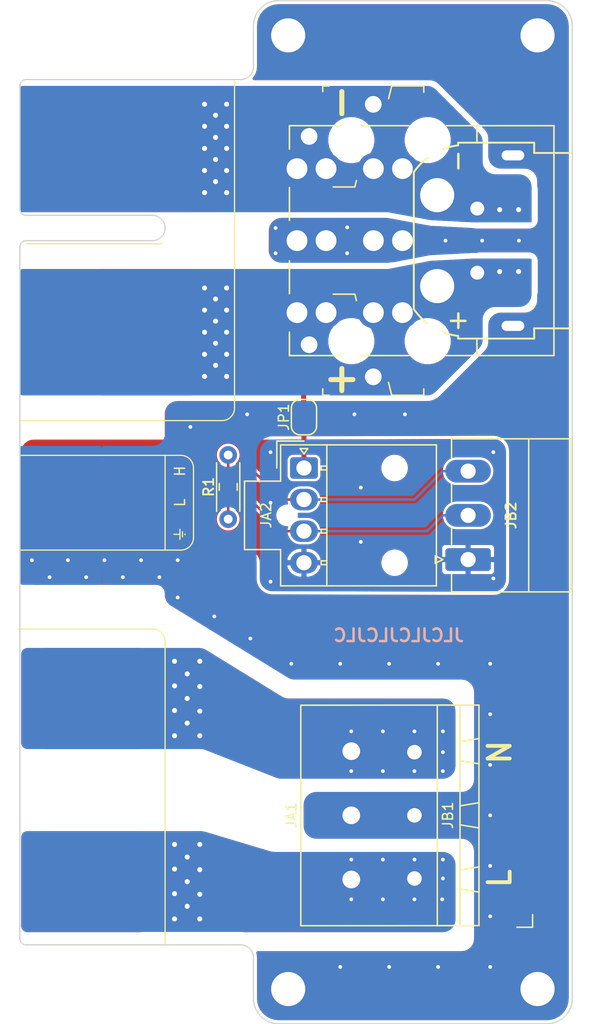
<source format=kicad_pcb>
(kicad_pcb (version 20171130) (host pcbnew 5.1.5+dfsg1-2build2)

  (general
    (thickness 1.6)
    (drawings 211)
    (tracks 142)
    (zones 0)
    (modules 17)
    (nets 10)
  )

  (page A4)
  (layers
    (0 F.Cu signal)
    (31 B.Cu signal)
    (34 B.Paste user)
    (35 F.Paste user)
    (36 B.SilkS user)
    (37 F.SilkS user)
    (38 B.Mask user)
    (39 F.Mask user)
    (40 Dwgs.User user)
    (42 Eco1.User user)
    (43 Eco2.User user)
    (44 Edge.Cuts user)
    (45 Margin user)
    (46 B.CrtYd user)
    (47 F.CrtYd user)
    (49 F.Fab user hide)
  )

  (setup
    (last_trace_width 0.127)
    (user_trace_width 0.15)
    (user_trace_width 0.2)
    (user_trace_width 0.4)
    (user_trace_width 0.6)
    (trace_clearance 0.127)
    (zone_clearance 0.508)
    (zone_45_only no)
    (trace_min 0.127)
    (via_size 0.6)
    (via_drill 0.3)
    (via_min_size 0.6)
    (via_min_drill 0.3)
    (user_via 0.6 0.3)
    (user_via 0.8 0.4)
    (user_via 0.9 0.4)
    (uvia_size 0.6858)
    (uvia_drill 0.3302)
    (uvias_allowed no)
    (uvia_min_size 0)
    (uvia_min_drill 0)
    (edge_width 0.05)
    (segment_width 0.254)
    (pcb_text_width 0.3048)
    (pcb_text_size 1.524 1.524)
    (mod_edge_width 0.1524)
    (mod_text_size 0.8128 0.8128)
    (mod_text_width 0.1524)
    (pad_size 2.2 1.7)
    (pad_drill 1.2)
    (pad_to_mask_clearance 0)
    (solder_mask_min_width 0.12)
    (aux_axis_origin 0 0)
    (visible_elements 7FFFFFFF)
    (pcbplotparams
      (layerselection 0x010fc_ffffffff)
      (usegerberextensions false)
      (usegerberattributes false)
      (usegerberadvancedattributes false)
      (creategerberjobfile false)
      (excludeedgelayer true)
      (linewidth 0.150000)
      (plotframeref false)
      (viasonmask false)
      (mode 1)
      (useauxorigin false)
      (hpglpennumber 1)
      (hpglpenspeed 20)
      (hpglpendiameter 15.000000)
      (psnegative false)
      (psa4output false)
      (plotreference true)
      (plotvalue true)
      (plotinvisibletext false)
      (padsonsilk false)
      (subtractmaskfromsilk false)
      (outputformat 1)
      (mirror false)
      (drillshape 1)
      (scaleselection 1)
      (outputdirectory ""))
  )

  (net 0 "")
  (net 1 Board_1-/CAN+)
  (net 2 Board_1-/CAN-)
  (net 3 Board_1-/VBUS+)
  (net 4 Board_1-/VBUS-)
  (net 5 Board_1-/VCCD)
  (net 6 Board_1-Earth)
  (net 7 Board_1-GNDD)
  (net 8 Board_1-LINE)
  (net 9 Board_1-NEUT)

  (net_class Default "This is the default net class."
    (clearance 0.127)
    (trace_width 0.127)
    (via_dia 0.6)
    (via_drill 0.3)
    (uvia_dia 0.6858)
    (uvia_drill 0.3302)
    (diff_pair_width 0.1524)
    (diff_pair_gap 0.254)
    (add_net Board_1-/CAN+)
    (add_net Board_1-/CAN-)
    (add_net Board_1-/VBUS+)
    (add_net Board_1-/VBUS-)
    (add_net Board_1-/VCCD)
    (add_net Board_1-Earth)
    (add_net Board_1-GNDD)
    (add_net Board_1-LINE)
    (add_net Board_1-NEUT)
  )

  (net_class CANBUS ""
    (clearance 0.154)
    (trace_width 0.154)
    (via_dia 0.6)
    (via_drill 0.3)
    (uvia_dia 0.6858)
    (uvia_drill 0.3302)
    (diff_pair_width 0.1524)
    (diff_pair_gap 0.254)
  )

  (net_class PWR_AC ""
    (clearance 1)
    (trace_width 0.4)
    (via_dia 0.6)
    (via_drill 0.3)
    (uvia_dia 0.6858)
    (uvia_drill 0.3302)
    (diff_pair_width 0.1524)
    (diff_pair_gap 0.254)
  )

  (net_class PWR_DC ""
    (clearance 0.5)
    (trace_width 0.2)
    (via_dia 0.6)
    (via_drill 0.3)
    (uvia_dia 0.6858)
    (uvia_drill 0.3302)
    (diff_pair_width 0.1524)
    (diff_pair_gap 0.254)
  )

  (net_class PWR_IO ""
    (clearance 0.154)
    (trace_width 0.4)
    (via_dia 0.6)
    (via_drill 0.3)
    (uvia_dia 0.6858)
    (uvia_drill 0.3302)
    (diff_pair_width 0.1524)
    (diff_pair_gap 0.254)
  )

  (module Resistor_SMD:R_0805_2012Metric_Pad1.15x1.40mm_HandSolder (layer F.Cu) (tedit 5B36C52B) (tstamp 6045EE2B)
    (at 144.625 98 90)
    (descr "Resistor SMD 0805 (2012 Metric), square (rectangular) end terminal, IPC_7351 nominal with elongated pad for handsoldering. (Body size source: https://docs.google.com/spreadsheets/d/1BsfQQcO9C6DZCsRaXUlFlo91Tg2WpOkGARC1WS5S8t0/edit?usp=sharing), generated with kicad-footprint-generator")
    (tags "resistor handsolder")
    (path /601F2C9B)
    (attr smd)
    (fp_text reference R1 (at 0 -1.55 90) (layer F.SilkS)
      (effects (font (size 0.8 0.8) (thickness 0.15)))
    )
    (fp_text value 120R (at 0 1.65 90) (layer F.Fab)
      (effects (font (size 0.8 0.8) (thickness 0.15)))
    )
    (fp_text user %R (at 0 0 90) (layer F.Fab)
      (effects (font (size 0.8 0.8) (thickness 0.15)))
    )
    (fp_line (start -1 0.6) (end -1 -0.6) (layer F.Fab) (width 0.1))
    (fp_line (start -1 -0.6) (end 1 -0.6) (layer F.Fab) (width 0.1))
    (fp_line (start 1 -0.6) (end 1 0.6) (layer F.Fab) (width 0.1))
    (fp_line (start 1 0.6) (end -1 0.6) (layer F.Fab) (width 0.1))
    (fp_line (start -0.261252 -0.71) (end 0.261252 -0.71) (layer F.SilkS) (width 0.12))
    (fp_line (start -0.261252 0.71) (end 0.261252 0.71) (layer F.SilkS) (width 0.12))
    (fp_line (start -1.85 0.95) (end -1.85 -0.95) (layer F.CrtYd) (width 0.05))
    (fp_line (start -1.85 -0.95) (end 1.85 -0.95) (layer F.CrtYd) (width 0.05))
    (fp_line (start 1.85 -0.95) (end 1.85 0.95) (layer F.CrtYd) (width 0.05))
    (fp_line (start 1.85 0.95) (end -1.85 0.95) (layer F.CrtYd) (width 0.05))
    (pad 1 smd roundrect (at -1.025 0 90) (size 1.15 1.4) (layers F.Cu F.Paste F.Mask) (roundrect_rratio 0.217391)
      (net 2 Board_1-/CAN-))
    (pad 2 smd roundrect (at 1.025 0 90) (size 1.15 1.4) (layers F.Cu F.Paste F.Mask) (roundrect_rratio 0.217391)
      (net 1 Board_1-/CAN+))
    (model ${KIPRJMOD}/shapes3D/R_0805_2012Metric.wrl
      (at (xyz 0 0 0))
      (scale (xyz 1 1 1))
      (rotate (xyz 0 0 0))
    )
  )

  (module Connector_Phoenix_MC:PhoenixContact_MC_1,5_3-G-3.5_1x03_P3.50mm_Horizontal (layer F.Cu) (tedit 5B784ED0) (tstamp 6045EE0F)
    (at 163.625 103.75 90)
    (descr "Generic Phoenix Contact connector footprint for: MC_1,5/3-G-3.5; number of pins: 03; pin pitch: 3.50mm; Angled || order number: 1844223 8A 160V")
    (tags "phoenix_contact connector MC_01x03_G_3.5mm")
    (path /6023FEC5)
    (fp_text reference JB2 (at 3.5 3.4 270) (layer F.SilkS)
      (effects (font (size 0.8 0.8) (thickness 0.15)))
    )
    (fp_text value CANBUS (at 3.5 9.2 90) (layer F.Fab)
      (effects (font (size 0.8 0.8) (thickness 0.15)))
    )
    (fp_text user %R (at 3.5 -0.5 90) (layer F.Fab)
      (effects (font (size 0.8 0.8) (thickness 0.15)))
    )
    (fp_line (start 0 0) (end -0.8 -1.2) (layer F.Fab) (width 0.1))
    (fp_line (start 0.8 -1.2) (end 0 0) (layer F.Fab) (width 0.1))
    (fp_line (start -0.3 -2.6) (end 0.3 -2.6) (layer F.SilkS) (width 0.12))
    (fp_line (start 0 -2) (end -0.3 -2.6) (layer F.SilkS) (width 0.12))
    (fp_line (start 0.3 -2.6) (end 0 -2) (layer F.SilkS) (width 0.12))
    (fp_line (start 9.95 -2.3) (end -3.06 -2.3) (layer F.CrtYd) (width 0.05))
    (fp_line (start 9.95 8.5) (end 9.95 -2.3) (layer F.CrtYd) (width 0.05))
    (fp_line (start -3.06 8.5) (end 9.95 8.5) (layer F.CrtYd) (width 0.05))
    (fp_line (start -3.06 -2.3) (end -3.06 8.5) (layer F.CrtYd) (width 0.05))
    (fp_line (start -2.56 4.8) (end 9.56 4.8) (layer F.SilkS) (width 0.12))
    (fp_line (start 9.45 -1.2) (end -2.45 -1.2) (layer F.Fab) (width 0.1))
    (fp_line (start 9.45 8) (end 9.45 -1.2) (layer F.Fab) (width 0.1))
    (fp_line (start -2.45 8) (end 9.45 8) (layer F.Fab) (width 0.1))
    (fp_line (start -2.45 -1.2) (end -2.45 8) (layer F.Fab) (width 0.1))
    (fp_line (start 4.55 -1.31) (end 5.95 -1.31) (layer F.SilkS) (width 0.12))
    (fp_line (start 1.05 -1.31) (end 2.45 -1.31) (layer F.SilkS) (width 0.12))
    (fp_line (start 9.56 -1.31) (end 8.05 -1.31) (layer F.SilkS) (width 0.12))
    (fp_line (start -2.56 -1.31) (end -1.05 -1.31) (layer F.SilkS) (width 0.12))
    (fp_line (start 9.56 8.11) (end 9.56 -1.31) (layer F.SilkS) (width 0.12))
    (fp_line (start -2.56 8.11) (end 9.56 8.11) (layer F.SilkS) (width 0.12))
    (fp_line (start -2.56 -1.31) (end -2.56 8.11) (layer F.SilkS) (width 0.12))
    (pad 1 thru_hole roundrect (at 0 0 90) (size 1.8 3.6) (drill 1.2) (layers *.Cu *.Mask) (roundrect_rratio 0.138889)
      (net 7 Board_1-GNDD))
    (pad 2 thru_hole oval (at 3.5 0 90) (size 1.8 3.6) (drill 1.2) (layers *.Cu *.Mask)
      (net 2 Board_1-/CAN-))
    (pad 3 thru_hole oval (at 7 0 90) (size 1.8 3.6) (drill 1.2) (layers *.Cu *.Mask)
      (net 1 Board_1-/CAN+))
    (model ${KIPRJMOD}/shapes3D/PhoenixContact_MC_1,5_3-G-3.5_1x03_P3.50mm_Horizontal.wrl
      (at (xyz 0 0 0))
      (scale (xyz 1 1 1))
      (rotate (xyz 0 0 0))
    )
  )

  (module Jumper:SolderJumper-2_P1.3mm_Open_RoundedPad1.0x1.5mm (layer F.Cu) (tedit 5B391E66) (tstamp 6045EDFE)
    (at 150.625 92.475 270)
    (descr "SMD Solder Jumper, 1x1.5mm, rounded Pads, 0.3mm gap, open")
    (tags "solder jumper open")
    (path /60261E7D)
    (attr virtual)
    (fp_text reference JP1 (at 0 1.6 90) (layer F.SilkS)
      (effects (font (size 0.8 0.8) (thickness 0.12)))
    )
    (fp_text value CTRL_VBUS+ (at 0 1.9 90) (layer F.Fab)
      (effects (font (size 1 1) (thickness 0.15)))
    )
    (fp_arc (start 0.7 -0.3) (end 1.4 -0.3) (angle -90) (layer F.SilkS) (width 0.12))
    (fp_arc (start 0.7 0.3) (end 0.7 1) (angle -90) (layer F.SilkS) (width 0.12))
    (fp_arc (start -0.7 0.3) (end -1.4 0.3) (angle -90) (layer F.SilkS) (width 0.12))
    (fp_arc (start -0.7 -0.3) (end -0.7 -1) (angle -90) (layer F.SilkS) (width 0.12))
    (fp_line (start -1.4 0.3) (end -1.4 -0.3) (layer F.SilkS) (width 0.12))
    (fp_line (start 0.7 1) (end -0.7 1) (layer F.SilkS) (width 0.12))
    (fp_line (start 1.4 -0.3) (end 1.4 0.3) (layer F.SilkS) (width 0.12))
    (fp_line (start -0.7 -1) (end 0.7 -1) (layer F.SilkS) (width 0.12))
    (fp_line (start -1.65 -1.25) (end 1.65 -1.25) (layer F.CrtYd) (width 0.05))
    (fp_line (start -1.65 -1.25) (end -1.65 1.25) (layer F.CrtYd) (width 0.05))
    (fp_line (start 1.65 1.25) (end 1.65 -1.25) (layer F.CrtYd) (width 0.05))
    (fp_line (start 1.65 1.25) (end -1.65 1.25) (layer F.CrtYd) (width 0.05))
    (pad 1 smd custom (at -0.65 0 270) (size 1 0.5) (layers F.Cu F.Mask)
      (net 3 Board_1-/VBUS+) (zone_connect 2)
      (options (clearance outline) (anchor rect))
      (primitives
        (gr_circle (center 0 0.25) (end 0.5 0.25) (width 0))
        (gr_circle (center 0 -0.25) (end 0.5 -0.25) (width 0))
        (gr_poly (pts
           (xy 0 -0.75) (xy 0.5 -0.75) (xy 0.5 0.75) (xy 0 0.75)) (width 0))
      ))
    (pad 2 smd custom (at 0.65 0 270) (size 1 0.5) (layers F.Cu F.Mask)
      (net 5 Board_1-/VCCD) (zone_connect 2)
      (options (clearance outline) (anchor rect))
      (primitives
        (gr_circle (center 0 0.25) (end 0.5 0.25) (width 0))
        (gr_circle (center 0 -0.25) (end 0.5 -0.25) (width 0))
        (gr_poly (pts
           (xy 0 -0.75) (xy -0.5 -0.75) (xy -0.5 0.75) (xy 0 0.75)) (width 0))
      ))
  )

  (module MountingHole:MountingHole_2.7mm_M2.5_ISO7380_Pad_TopBottom (layer F.Cu) (tedit 56D1B4CB) (tstamp 6045EDF5)
    (at 149.375 137.75)
    (descr "Mounting Hole 2.7mm, M2.5, ISO7380")
    (tags "mounting hole 2.7mm m2.5 iso7380")
    (path /6023071B)
    (attr virtual)
    (fp_text reference H1 (at 0 -3.25) (layer F.SilkS) hide
      (effects (font (size 1 1) (thickness 0.15)))
    )
    (fp_text value M3 (at 0 3.25) (layer F.Fab)
      (effects (font (size 1 1) (thickness 0.15)))
    )
    (fp_text user %R (at 0.3 0) (layer F.Fab)
      (effects (font (size 1 1) (thickness 0.15)))
    )
    (fp_circle (center 0 0) (end 2.25 0) (layer Cmts.User) (width 0.15))
    (fp_circle (center 0 0) (end 2.5 0) (layer F.CrtYd) (width 0.05))
    (pad 1 thru_hole circle (at 0 0) (size 3.1 3.1) (drill 2.7) (layers *.Cu *.Mask)
      (net 6 Board_1-Earth))
    (pad 1 connect circle (at 0 0) (size 4.5 4.5) (layers F.Cu F.Mask)
      (net 6 Board_1-Earth))
    (pad 1 connect circle (at 0 0) (size 4.5 4.5) (layers B.Cu B.Mask)
      (net 6 Board_1-Earth))
  )

  (module MountingHole:MountingHole_2.7mm_M2.5_ISO7380_Pad_TopBottom (layer F.Cu) (tedit 56D1B4CB) (tstamp 6045EDEC)
    (at 149.375 62.25)
    (descr "Mounting Hole 2.7mm, M2.5, ISO7380")
    (tags "mounting hole 2.7mm m2.5 iso7380")
    (path /6023A0D3)
    (attr virtual)
    (fp_text reference H3 (at 0 -3.25) (layer F.SilkS) hide
      (effects (font (size 1 1) (thickness 0.15)))
    )
    (fp_text value M3 (at 0 3.25) (layer F.Fab)
      (effects (font (size 1 1) (thickness 0.15)))
    )
    (fp_text user %R (at 0.3 0) (layer F.Fab)
      (effects (font (size 1 1) (thickness 0.15)))
    )
    (fp_circle (center 0 0) (end 2.25 0) (layer Cmts.User) (width 0.15))
    (fp_circle (center 0 0) (end 2.5 0) (layer F.CrtYd) (width 0.05))
    (pad 1 thru_hole circle (at 0 0) (size 3.1 3.1) (drill 2.7) (layers *.Cu *.Mask)
      (net 6 Board_1-Earth))
    (pad 1 connect circle (at 0 0) (size 4.5 4.5) (layers F.Cu F.Mask)
      (net 6 Board_1-Earth))
    (pad 1 connect circle (at 0 0) (size 4.5 4.5) (layers B.Cu B.Mask)
      (net 6 Board_1-Earth))
  )

  (module MountingHole:MountingHole_2.7mm_M2.5_ISO7380_Pad_TopBottom (layer F.Cu) (tedit 56D1B4CB) (tstamp 6045EDE3)
    (at 169.125 62.25)
    (descr "Mounting Hole 2.7mm, M2.5, ISO7380")
    (tags "mounting hole 2.7mm m2.5 iso7380")
    (path /6023A91A)
    (attr virtual)
    (fp_text reference H4 (at 0 -3.25) (layer F.SilkS) hide
      (effects (font (size 1 1) (thickness 0.15)))
    )
    (fp_text value M3 (at 0 3.25) (layer F.Fab)
      (effects (font (size 1 1) (thickness 0.15)))
    )
    (fp_text user %R (at 0.3 0) (layer F.Fab)
      (effects (font (size 1 1) (thickness 0.15)))
    )
    (fp_circle (center 0 0) (end 2.25 0) (layer Cmts.User) (width 0.15))
    (fp_circle (center 0 0) (end 2.5 0) (layer F.CrtYd) (width 0.05))
    (pad 1 thru_hole circle (at 0 0) (size 3.1 3.1) (drill 2.7) (layers *.Cu *.Mask)
      (net 6 Board_1-Earth))
    (pad 1 connect circle (at 0 0) (size 4.5 4.5) (layers F.Cu F.Mask)
      (net 6 Board_1-Earth))
    (pad 1 connect circle (at 0 0) (size 4.5 4.5) (layers B.Cu B.Mask)
      (net 6 Board_1-Earth))
  )

  (module MountingHole:MountingHole_2.7mm_M2.5_ISO7380_Pad_TopBottom (layer F.Cu) (tedit 56D1B4CB) (tstamp 6045EDDA)
    (at 169.125 137.75)
    (descr "Mounting Hole 2.7mm, M2.5, ISO7380")
    (tags "mounting hole 2.7mm m2.5 iso7380")
    (path /60231090)
    (attr virtual)
    (fp_text reference H2 (at 0 -3.25) (layer F.SilkS) hide
      (effects (font (size 1 1) (thickness 0.15)))
    )
    (fp_text value M3 (at 0 3.25) (layer F.Fab)
      (effects (font (size 1 1) (thickness 0.15)))
    )
    (fp_text user %R (at 0.3 0) (layer F.Fab)
      (effects (font (size 1 1) (thickness 0.15)))
    )
    (fp_circle (center 0 0) (end 2.25 0) (layer Cmts.User) (width 0.15))
    (fp_circle (center 0 0) (end 2.5 0) (layer F.CrtYd) (width 0.05))
    (pad 1 thru_hole circle (at 0 0) (size 3.1 3.1) (drill 2.7) (layers *.Cu *.Mask)
      (net 6 Board_1-Earth))
    (pad 1 connect circle (at 0 0) (size 4.5 4.5) (layers F.Cu F.Mask)
      (net 6 Board_1-Earth))
    (pad 1 connect circle (at 0 0) (size 4.5 4.5) (layers B.Cu B.Mask)
      (net 6 Board_1-Earth))
  )

  (module "1 My Footprints:TerminalBlock_WAGO_236-103_1x03_P5.00mm_PadsOnly" (layer F.Cu) (tedit 601D1331) (tstamp 6045ED95)
    (at 159.375 129 90)
    (descr "Terminal Block WAGO 236-103, 45Degree (cable under 45degree), 3 pins, pitch 5mm, size 17.3x14mm^2, drill diamater 1.15mm, pad diameter 3mm, see , script-generated with , script-generated using https://github.com/pointhi/kicad-footprint-generator/scripts/TerminalBlock_WAGO")
    (tags "THT Terminal Block WAGO 236-103 45Degree pitch 5mm size 17.3x14mm^2 drill 1.15mm pad 3mm")
    (path /60271595)
    (fp_text reference JB1 (at 5 2.65 90) (layer F.SilkS)
      (effects (font (size 0.8 0.8) (thickness 0.12)))
    )
    (fp_text value AC_IN (at 5.15 10.12 90) (layer F.Fab)
      (effects (font (size 1 1) (thickness 0.15)))
    )
    (fp_text user %R (at 5.15 1 90) (layer F.Fab)
      (effects (font (size 1 1) (thickness 0.15)))
    )
    (fp_line (start 14.3 -5.5) (end -4 -5.5) (layer F.CrtYd) (width 0.05))
    (fp_line (start 14.3 9.5) (end 14.3 -5.5) (layer F.CrtYd) (width 0.05))
    (fp_line (start -4 9.5) (end 14.3 9.5) (layer F.CrtYd) (width 0.05))
    (fp_line (start -4 -5.5) (end -4 9.5) (layer F.CrtYd) (width 0.05))
    (fp_line (start -3.86 9.36) (end -2.86 9.36) (layer F.SilkS) (width 0.12))
    (fp_line (start -3.86 8.12) (end -3.86 9.36) (layer F.SilkS) (width 0.12))
    (fp_line (start 11 -4.65) (end 10 -4.65) (layer F.Fab) (width 0.1))
    (fp_line (start 11 -2.15) (end 11 -4.65) (layer F.Fab) (width 0.1))
    (fp_line (start 10 -2.15) (end 11 -2.15) (layer F.Fab) (width 0.1))
    (fp_line (start 10 -4.65) (end 10 -2.15) (layer F.Fab) (width 0.1))
    (fp_line (start 12.5 2.7) (end 8.5 2.7) (layer F.Fab) (width 0.1))
    (fp_line (start 12.5 3.7) (end 12.5 2.7) (layer F.Fab) (width 0.1))
    (fp_line (start 8.5 3.7) (end 12.5 3.7) (layer F.Fab) (width 0.1))
    (fp_line (start 8.5 2.7) (end 8.5 3.7) (layer F.Fab) (width 0.1))
    (fp_line (start 13 -5) (end 8 -5) (layer F.Fab) (width 0.1))
    (fp_line (start 13 9) (end 13 -5) (layer F.Fab) (width 0.1))
    (fp_line (start 8 9) (end 13 9) (layer F.Fab) (width 0.1))
    (fp_line (start 8 -5) (end 8 9) (layer F.Fab) (width 0.1))
    (fp_line (start 12.5 4.4) (end 8.5 4.4) (layer F.Fab) (width 0.1))
    (fp_line (start 12.5 7.7) (end 12.5 4.4) (layer F.Fab) (width 0.1))
    (fp_line (start 8.5 7.7) (end 12.5 7.7) (layer F.Fab) (width 0.1))
    (fp_line (start 8.5 4.4) (end 8.5 7.7) (layer F.Fab) (width 0.1))
    (fp_line (start 6 -4.65) (end 5 -4.65) (layer F.Fab) (width 0.1))
    (fp_line (start 6 -2.15) (end 6 -4.65) (layer F.Fab) (width 0.1))
    (fp_line (start 5 -2.15) (end 6 -2.15) (layer F.Fab) (width 0.1))
    (fp_line (start 5 -4.65) (end 5 -2.15) (layer F.Fab) (width 0.1))
    (fp_line (start 7.5 2.7) (end 3.5 2.7) (layer F.Fab) (width 0.1))
    (fp_line (start 7.5 3.7) (end 7.5 2.7) (layer F.Fab) (width 0.1))
    (fp_line (start 3.5 3.7) (end 7.5 3.7) (layer F.Fab) (width 0.1))
    (fp_line (start 3.5 2.7) (end 3.5 3.7) (layer F.Fab) (width 0.1))
    (fp_line (start 8 -5) (end 3 -5) (layer F.Fab) (width 0.1))
    (fp_line (start 8 9) (end 8 -5) (layer F.Fab) (width 0.1))
    (fp_line (start 3 9) (end 8 9) (layer F.Fab) (width 0.1))
    (fp_line (start 3 -5) (end 3 9) (layer F.Fab) (width 0.1))
    (fp_line (start 7.5 4.4) (end 3.5 4.4) (layer F.Fab) (width 0.1))
    (fp_line (start 7.5 7.7) (end 7.5 4.4) (layer F.Fab) (width 0.1))
    (fp_line (start 3.5 7.7) (end 7.5 7.7) (layer F.Fab) (width 0.1))
    (fp_line (start 3.5 4.4) (end 3.5 7.7) (layer F.Fab) (width 0.1))
    (fp_line (start 1 -4.65) (end 0 -4.65) (layer F.Fab) (width 0.1))
    (fp_line (start 1 -2.15) (end 1 -4.65) (layer F.Fab) (width 0.1))
    (fp_line (start 0 -2.15) (end 1 -2.15) (layer F.Fab) (width 0.1))
    (fp_line (start 0 -4.65) (end 0 -2.15) (layer F.Fab) (width 0.1))
    (fp_line (start 2.5 2.7) (end -1.5 2.7) (layer F.Fab) (width 0.1))
    (fp_line (start 2.5 3.7) (end 2.5 2.7) (layer F.Fab) (width 0.1))
    (fp_line (start -1.5 3.7) (end 2.5 3.7) (layer F.Fab) (width 0.1))
    (fp_line (start -1.5 2.7) (end -1.5 3.7) (layer F.Fab) (width 0.1))
    (fp_line (start 3 -5) (end -2 -5) (layer F.Fab) (width 0.1))
    (fp_line (start 3 9) (end 3 -5) (layer F.Fab) (width 0.1))
    (fp_line (start -2 9) (end 3 9) (layer F.Fab) (width 0.1))
    (fp_line (start -2 -5) (end -2 9) (layer F.Fab) (width 0.1))
    (fp_line (start 2.5 4.4) (end -1.5 4.4) (layer F.Fab) (width 0.1))
    (fp_line (start 2.5 7.7) (end 2.5 4.4) (layer F.Fab) (width 0.1))
    (fp_line (start -1.5 7.7) (end 2.5 7.7) (layer F.Fab) (width 0.1))
    (fp_line (start -1.5 4.4) (end -1.5 7.7) (layer F.Fab) (width 0.1))
    (fp_line (start -3.5 -0.5) (end 13.8 -0.5) (layer F.Fab) (width 0.1))
    (fp_line (start -3.5 2.3) (end 13.8 2.3) (layer F.Fab) (width 0.1))
    (fp_line (start -3.5 8) (end 13.8 8) (layer F.Fab) (width 0.1))
    (fp_line (start -3.5 8) (end -3.5 -5) (layer F.Fab) (width 0.1))
    (fp_line (start -2.5 9) (end -3.5 8) (layer F.Fab) (width 0.1))
    (fp_line (start 13.8 9) (end -2.5 9) (layer F.Fab) (width 0.1))
    (fp_line (start 13.8 -5) (end 13.8 9) (layer F.Fab) (width 0.1))
    (fp_line (start -3.5 -5) (end 13.8 -5) (layer F.Fab) (width 0.1))
    (pad 1 thru_hole rect (at 0 0 90) (size 1.5 3) (drill 1.15) (layers *.Cu *.Mask)
      (net 8 Board_1-LINE))
    (pad 2 thru_hole oval (at 5 0 90) (size 1.5 3) (drill 1.15) (layers *.Cu *.Mask)
      (net 6 Board_1-Earth))
    (pad 3 thru_hole oval (at 10 0 90) (size 1.5 3) (drill 1.15) (layers *.Cu *.Mask)
      (net 9 Board_1-NEUT))
    (model ${KIPRJMOD}/shapes3D/TerminalBlock_WAGO_236-103_1x03_P5.00mm_45Degree.wrl
      (at (xyz 0 0 0))
      (scale (xyz 1 1 1))
      (rotate (xyz 0 0 0))
    )
  )

  (module "1 My Footprints:1605540000" (layer F.Cu) (tedit 602379B0) (tstamp 6045ED71)
    (at 154.375 129.08 90)
    (path /C3E76336)
    (fp_text reference JA1 (at 5.08 -4.75 90) (layer F.SilkS)
      (effects (font (size 0.8 0.8) (thickness 0.12)))
    )
    (fp_text value AC_IN (at 5.05 4.85 90) (layer F.Fab)
      (effects (font (size 0.6 0.6) (thickness 0.1)))
    )
    (fp_line (start 13.6906 9.4996) (end 13.6906 -3.9) (layer F.Fab) (width 0.1524))
    (fp_line (start 13.6906 -3.9) (end -3.5306 -3.9) (layer F.Fab) (width 0.1524))
    (fp_line (start -3.5306 -3.9) (end -3.5306 9.4996) (layer F.Fab) (width 0.1524))
    (fp_line (start 14.2 -4.45) (end -4.04 -4.45) (layer F.CrtYd) (width 0.05))
    (fp_line (start 14.2 10.5) (end 14.2 -4.45) (layer F.CrtYd) (width 0.05))
    (fp_line (start -3.54 -2) (end -3.54 10) (layer F.Fab) (width 0.1))
    (fp_line (start 0.75 8.61) (end -0.75 8.61) (layer F.SilkS) (width 0.12))
    (fp_line (start -3.65 6.81) (end 13.81 6.81) (layer F.SilkS) (width 0.12))
    (fp_line (start -4.04 -4.45) (end -4.04 10.5) (layer F.CrtYd) (width 0.05))
    (fp_line (start -4.04 10.5) (end 14.2 10.5) (layer F.CrtYd) (width 0.05))
    (fp_line (start 13.8 -4) (end -3.66 -4) (layer F.SilkS) (width 0.12))
    (fp_line (start 6.08 10.11) (end 5.83 8.61) (layer F.SilkS) (width 0.12))
    (fp_line (start 1 10.11) (end 0.75 8.61) (layer F.SilkS) (width 0.12))
    (fp_line (start 9.16 10.11) (end 11.16 10.11) (layer F.SilkS) (width 0.12))
    (fp_line (start -3.65 8.61) (end -3.65 6.81) (layer F.SilkS) (width 0.12))
    (fp_line (start 4.08 10.11) (end 6.08 10.11) (layer F.SilkS) (width 0.12))
    (fp_line (start 13.7 10) (end 13.7 -2) (layer F.Fab) (width 0.1))
    (fp_line (start -3.66 -4) (end -3.65 10.11) (layer F.SilkS) (width 0.12))
    (fp_line (start 13.81 10.11) (end 13.8 -4) (layer F.SilkS) (width 0.12))
    (fp_line (start 5.83 8.61) (end 4.33 8.61) (layer F.SilkS) (width 0.12))
    (fp_line (start 11.16 10.11) (end 10.91 8.61) (layer F.SilkS) (width 0.12))
    (fp_line (start 4.33 8.61) (end 4.08 10.11) (layer F.SilkS) (width 0.12))
    (fp_line (start 13.81 8.61) (end -3.65 8.61) (layer F.SilkS) (width 0.12))
    (fp_line (start -3.54 10) (end 13.7 10) (layer F.Fab) (width 0.1))
    (fp_line (start 9.41 8.61) (end 9.16 10.11) (layer F.SilkS) (width 0.12))
    (fp_line (start -3.65 10.11) (end 13.81 10.11) (layer F.SilkS) (width 0.12))
    (fp_line (start 13.81 6.81) (end 13.81 8.61) (layer F.SilkS) (width 0.12))
    (fp_line (start -1 10.11) (end 1 10.11) (layer F.SilkS) (width 0.12))
    (fp_line (start -0.75 8.61) (end -1 10.11) (layer F.SilkS) (width 0.12))
    (fp_line (start 10.91 8.61) (end 9.41 8.61) (layer F.SilkS) (width 0.12))
    (pad 1 thru_hole roundrect (at 0 0 90) (size 2.08 3.6) (drill 1.4) (layers *.Cu *.Mask) (roundrect_rratio 0.120192)
      (net 8 Board_1-LINE))
    (pad 3 thru_hole oval (at 10.16 0 90) (size 2.08 3.6) (drill 1.4) (layers *.Cu *.Mask)
      (net 9 Board_1-NEUT))
    (pad 2 thru_hole oval (at 5.08 0 90) (size 2.08 3.6) (drill 1.4) (layers *.Cu *.Mask)
      (net 6 Board_1-Earth))
    (model ${KIPRJMOD}/shapes3D/1605540000.stp
      (offset (xyz -3.54 -9.5 -3.2))
      (scale (xyz 1 1 1))
      (rotate (xyz 0 0 0))
    )
  )

  (module EltekFlatpack2:Amass_XT60PW-M_Kombifootprint (layer F.Cu) (tedit 60237AFA) (tstamp 6045ED59)
    (at 161.175 78.5 270)
    (path /6023C33E)
    (fp_text reference JC3 (at 0 0.75 90) (layer F.SilkS) hide
      (effects (font (size 0.8 0.8) (thickness 0.15)))
    )
    (fp_text value "DC OUT" (at 0 1 90) (layer F.Fab) hide
      (effects (font (size 0.8 0.8) (thickness 0.15)))
    )
    (fp_arc (start -2.618855 -2.246886) (end -7.543269 -1.661935) (angle -48.9) (layer F.SilkS) (width 0.154))
    (fp_arc (start 2.618855 -2.246886) (end 5.413054 1.85) (angle -48.9) (layer F.SilkS) (width 0.154))
    (fp_line (start 5.413054 1.85) (end 0 1.85) (layer F.SilkS) (width 0.154))
    (fp_line (start 7.756897 -1.661935) (end 7.543269 -1.661935) (layer F.SilkS) (width 0.154))
    (fp_line (start 7.756897 -7.682437) (end 7.756897 -1.661935) (layer F.SilkS) (width 0.154))
    (fp_line (start 6.941195 -7.682437) (end 7.756897 -7.682437) (layer F.SilkS) (width 0.154))
    (fp_line (start 6.95 -10.6) (end 6.941195 -7.682437) (layer F.SilkS) (width 0.154))
    (fp_line (start -5.413054 1.85) (end 0 1.85) (layer F.SilkS) (width 0.154))
    (fp_line (start -7.756897 -1.661935) (end -7.543269 -1.661935) (layer F.SilkS) (width 0.154))
    (fp_line (start -7.756897 -7.682437) (end -7.756897 -1.661935) (layer F.SilkS) (width 0.154))
    (fp_line (start -6.941195 -7.682437) (end -7.756897 -7.682437) (layer F.SilkS) (width 0.154))
    (fp_line (start -6.941195 -10.6) (end -6.941195 -7.682437) (layer F.SilkS) (width 0.154))
    (fp_line (start -6.858 -1.6764) (end -5.715 -1.6764) (layer F.SilkS) (width 0.2))
    (fp_line (start 5.7658 -1.6764) (end 6.9088 -1.6764) (layer F.SilkS) (width 0.2))
    (fp_line (start 6.35 -1.0922) (end 6.35 -2.2352) (layer F.SilkS) (width 0.2))
    (pad 2 thru_hole custom (at 3.6 0 270) (size 4 4) (drill 2.7) (layers *.Cu *.Mask)
      (net 3 Board_1-/VBUS+) (zone_connect 2)
      (options (clearance outline) (anchor circle))
      (primitives
        (gr_poly (pts
           (xy -1.949 0.127) (xy -2.10902 -3.1877) (xy -1.5045 -4.064) (xy -0.552 -4.064) (xy -0.19894 -3.75158)
           (xy 1.44698 -1.30556)) (width 0.1))
        (gr_poly (pts
           (xy -2.11664 -3.175) (xy -2.11664 -7.4295) (xy -0.2345 -7.4295) (xy -0.2345 -3.175)) (width 0.1))
      ))
    (pad 1 thru_hole custom (at -3.6 0 270) (size 4 4) (drill 2.7) (layers *.Cu *.Mask)
      (net 4 Board_1-/VBUS-) (zone_connect 2)
      (options (clearance outline) (anchor circle))
      (primitives
        (gr_poly (pts
           (xy -1.861 0) (xy 1.949 0) (xy 2.10394 -3.14706) (xy 1.695 -3.937) (xy 1.441 -4.064)
           (xy 0.1075 -3.6195) (xy -1.734 -0.889)) (width 0.1))
        (gr_poly (pts
           (xy 0.21786 -3.175) (xy 0.21786 -7.4295) (xy 2.1 -7.4295) (xy 2.1 -3.175)) (width 0.1))
      ))
    (pad 2 thru_hole circle (at 2.54 -3.175 270) (size 2.2 2.2) (drill 1.1) (layers *.Cu *.Mask)
      (net 3 Board_1-/VBUS+) (zone_connect 2))
    (pad 1 thru_hole circle (at -2.54 -3.175 270) (size 2.2 2.2) (drill 1.1) (layers *.Cu *.Mask)
      (net 4 Board_1-/VBUS-) (zone_connect 2))
    (pad MP thru_hole oval (at -6.75 -6 270) (size 1.6 2.8) (drill oval 0.8 1.8) (layers *.Cu *.Mask)
      (net 6 Board_1-Earth))
    (pad MP thru_hole oval (at 6.75 -6 270) (size 1.6 2.8) (drill oval 0.8 1.8) (layers *.Cu *.Mask)
      (net 6 Board_1-Earth))
  )

  (module "1 My Footprints:Molex_Nano-Fit_105309-xx04_1x04_P2.50mm_Combi_3D-V" (layer F.Cu) (tedit 6023867E) (tstamp 6045ED0F)
    (at 150.625 96.5)
    (descr "Molex Nano-Fit Power Connectors, 105309-xx04, 4 Pins per row (http://www.molex.com/pdm_docs/sd/1053091203_sd.pdf), generated with kicad-footprint-generator")
    (tags "connector Molex Nano-Fit side entry")
    (path /600E8541)
    (fp_text reference JA2 (at -3 3.75 90) (layer F.SilkS)
      (effects (font (size 0.8 0.8) (thickness 0.12)))
    )
    (fp_text value CTRL (at 0 10.42) (layer F.Fab)
      (effects (font (size 1 1) (thickness 0.15)))
    )
    (fp_line (start 1.81 2.35) (end 1.36 2.35) (layer F.SilkS) (width 0.12))
    (fp_line (start 1.81 -1.83) (end 1.81 9.33) (layer F.SilkS) (width 0.12))
    (fp_line (start -0.3 -1.534264) (end 0 -1.11) (layer F.Fab) (width 0.1))
    (fp_line (start 1.36 2.35) (end 1.36 2.65) (layer F.SilkS) (width 0.12))
    (fp_line (start 1.36 7.35) (end 1.36 7.65) (layer F.SilkS) (width 0.12))
    (fp_line (start 1.36 2.65) (end 1.81 2.65) (layer F.SilkS) (width 0.12))
    (fp_line (start 0 -1.11) (end 0.3 -1.534264) (layer F.SilkS) (width 0.12))
    (fp_line (start -2.24 9.72) (end 10.88 9.72) (layer F.CrtYd) (width 0.05))
    (fp_line (start 1.81 0.15) (end 1.81 -0.15) (layer F.SilkS) (width 0.12))
    (fp_line (start 10.38 -1.72) (end 1.74 -1.72) (layer F.Fab) (width 0.1))
    (fp_line (start 10.49 -1.83) (end 1.81 -1.83) (layer F.SilkS) (width 0.12))
    (fp_line (start 1.36 7.65) (end 1.81 7.65) (layer F.SilkS) (width 0.12))
    (fp_line (start 0.3 -1.534264) (end -0.3 -1.534264) (layer F.SilkS) (width 0.12))
    (fp_line (start 1.81 7.65) (end 1.81 7.35) (layer F.SilkS) (width 0.12))
    (fp_line (start 1.81 5.15) (end 1.81 4.85) (layer F.SilkS) (width 0.12))
    (fp_line (start 1.36 5.15) (end 1.81 5.15) (layer F.SilkS) (width 0.12))
    (fp_line (start 1.36 -0.15) (end 1.36 0.15) (layer F.SilkS) (width 0.12))
    (fp_line (start 1.81 -0.15) (end 1.36 -0.15) (layer F.SilkS) (width 0.12))
    (fp_line (start 0 -1.11) (end 0.3 -1.534264) (layer F.Fab) (width 0.1))
    (fp_line (start 10.88 -2.22) (end -2.24 -2.22) (layer F.CrtYd) (width 0.05))
    (fp_line (start 1.81 4.85) (end 1.36 4.85) (layer F.SilkS) (width 0.12))
    (fp_line (start 1.36 4.85) (end 1.36 5.15) (layer F.SilkS) (width 0.12))
    (fp_line (start 1.74 9.22) (end 10.38 9.22) (layer F.Fab) (width 0.1))
    (fp_line (start 0.3 -1.534264) (end -0.3 -1.534264) (layer F.Fab) (width 0.1))
    (fp_line (start 10.38 9.22) (end 10.38 -1.72) (layer F.Fab) (width 0.1))
    (fp_line (start 1.81 9.33) (end 10.49 9.33) (layer F.SilkS) (width 0.12))
    (fp_line (start -0.3 -1.534264) (end 0 -1.11) (layer F.SilkS) (width 0.12))
    (fp_line (start 10.49 9.33) (end 10.49 -1.83) (layer F.SilkS) (width 0.12))
    (fp_line (start 1.36 0.15) (end 1.81 0.15) (layer F.SilkS) (width 0.12))
    (fp_line (start 1.81 2.65) (end 1.81 2.35) (layer F.SilkS) (width 0.12))
    (fp_line (start 1.81 7.35) (end 1.36 7.35) (layer F.SilkS) (width 0.12))
    (fp_line (start 10.88 9.72) (end 10.88 -2.22) (layer F.CrtYd) (width 0.05))
    (fp_line (start 0 -1.012893) (end 0.5 -1.72) (layer F.Fab) (width 0.1))
    (fp_line (start -0.5 -1.72) (end 0 -1.012893) (layer F.Fab) (width 0.1))
    (fp_line (start -2.15 -2.13) (end -2.15 0) (layer F.SilkS) (width 0.12))
    (fp_line (start 0 -2.13) (end -2.15 -2.13) (layer F.SilkS) (width 0.12))
    (fp_line (start -2.02 1.65) (end -4.1 1.65) (layer F.Fab) (width 0.1))
    (fp_line (start -2.02 5.85) (end -2.02 1.65) (layer F.Fab) (width 0.1))
    (fp_line (start -4.1 5.85) (end -2.02 5.85) (layer F.Fab) (width 0.1))
    (fp_line (start -4.1 1.65) (end -4.1 5.85) (layer F.Fab) (width 0.1))
    (fp_line (start -5.1 6.85) (end -5.1 3.75) (layer F.CrtYd) (width 0.05))
    (fp_line (start -2.24 6.85) (end -5.1 6.85) (layer F.CrtYd) (width 0.05))
    (fp_line (start -2.24 9.72) (end -2.24 6.85) (layer F.CrtYd) (width 0.05))
    (fp_line (start -5.1 0.65) (end -5.1 3.75) (layer F.CrtYd) (width 0.05))
    (fp_line (start -2.24 0.65) (end -5.1 0.65) (layer F.CrtYd) (width 0.05))
    (fp_line (start -2.24 -2.22) (end -2.24 0.65) (layer F.CrtYd) (width 0.05))
    (fp_line (start -4.71 6.46) (end -4.71 3.75) (layer F.SilkS) (width 0.12))
    (fp_line (start -1.85 6.46) (end -4.71 6.46) (layer F.SilkS) (width 0.12))
    (fp_line (start -1.85 9.33) (end -1.85 6.46) (layer F.SilkS) (width 0.12))
    (fp_line (start 1.85 9.33) (end -1.85 9.33) (layer F.SilkS) (width 0.12))
    (fp_line (start -4.71 1.04) (end -4.71 3.75) (layer F.SilkS) (width 0.12))
    (fp_line (start -1.85 1.04) (end -4.71 1.04) (layer F.SilkS) (width 0.12))
    (fp_line (start -1.85 -1.83) (end -1.85 1.04) (layer F.SilkS) (width 0.12))
    (fp_line (start 1.85 -1.83) (end -1.85 -1.83) (layer F.SilkS) (width 0.12))
    (fp_line (start -4.6 6.35) (end -4.6 3.75) (layer F.Fab) (width 0.1))
    (fp_line (start -1.74 6.35) (end -4.6 6.35) (layer F.Fab) (width 0.1))
    (fp_line (start -1.74 9.22) (end -1.74 6.35) (layer F.Fab) (width 0.1))
    (fp_line (start 1.74 9.22) (end -1.74 9.22) (layer F.Fab) (width 0.1))
    (fp_line (start 1.74 3.75) (end 1.74 9.22) (layer F.Fab) (width 0.1))
    (fp_line (start -4.6 1.15) (end -4.6 3.75) (layer F.Fab) (width 0.1))
    (fp_line (start -1.74 1.15) (end -4.6 1.15) (layer F.Fab) (width 0.1))
    (fp_line (start -1.74 -1.72) (end -1.74 1.15) (layer F.Fab) (width 0.1))
    (fp_line (start 1.74 -1.72) (end -1.74 -1.72) (layer F.Fab) (width 0.1))
    (fp_line (start 1.74 3.75) (end 1.74 -1.72) (layer F.Fab) (width 0.1))
    (pad 1 thru_hole roundrect (at 0 0) (size 2.2 1.7) (drill 1.2) (layers *.Cu *.Mask) (roundrect_rratio 0.147059)
      (net 5 Board_1-/VCCD))
    (pad 2 thru_hole oval (at 0 2.5) (size 2.2 1.7) (drill 1.2) (layers *.Cu *.Mask)
      (net 1 Board_1-/CAN+))
    (pad 3 thru_hole oval (at 0 5) (size 2.2 1.7) (drill 1.2) (layers *.Cu *.Mask)
      (net 2 Board_1-/CAN-))
    (pad 4 thru_hole oval (at 0 7.5) (size 2.2 1.7) (drill 1.2) (layers *.Cu *.Mask)
      (net 7 Board_1-GNDD))
    (pad "" np_thru_hole circle (at -1.34 3.75) (size 1.3 1.3) (drill 1.3) (layers *.Cu *.Mask))
    (pad "" np_thru_hole circle (at 7.18 0) (size 1.7 1.7) (drill 1.7) (layers *.Cu *.Mask))
    (pad "" np_thru_hole circle (at 7.18 7.5) (size 1.7 1.7) (drill 1.7) (layers *.Cu *.Mask))
    (model ${KIPRJMOD}/shapes3D/Molex_Nano-Fit_105309-xx04_1x04_P2.50mm_Vertical.step
      (offset (xyz 0 -3.75 4.85))
      (scale (xyz 1 1 1))
      (rotate (xyz 0 0 -90))
    )
    (model ${KIPRJMOD}/shapes3D/Molex_Nano-Fit_105313-xx04_1x04_P2.50mm_Horizontal.step
      (offset (xyz 6.15 -3.75 2))
      (scale (xyz 1 1 1))
      (rotate (xyz -90 0 -90))
    )
  )

  (module EltekFlatpack2:CON_Edge_Flatpack2_AllContacts locked (layer F.Cu) (tedit 6023AC13) (tstamp 6045ECDD)
    (at 128.125 65.75)
    (path /449C7C68)
    (fp_text reference PC1 (at 6 13.75) (layer F.SilkS) hide
      (effects (font (size 0.8 0.8) (thickness 0.12)))
    )
    (fp_text value Flatpack2 (at 6 14.75) (layer F.Fab)
      (effects (font (size 0.8 0.8) (thickness 0.12)))
    )
    (fp_arc (start 10.5 44.5) (end 11.5 44.5) (angle -90) (layer F.SilkS) (width 0.1))
    (fp_arc (start 12.75 36.25) (end 12.75 37.25) (angle -90) (layer F.SilkS) (width 0.1))
    (fp_arc (start 12.75 30.75) (end 13.75 30.75) (angle -90) (layer F.SilkS) (width 0.1))
    (fp_text user H (at 12.675 31 90 unlocked) (layer F.SilkS)
      (effects (font (size 0.8 0.8) (thickness 0.12)))
    )
    (fp_arc (start 16 26) (end 16 27) (angle -90) (layer F.SilkS) (width 0.1))
    (fp_arc (start 0.5 0.5) (end 0.5 0) (angle -90) (layer F.CrtYd) (width 0.05))
    (fp_arc (start 0.5 68) (end 0 68) (angle -90) (layer F.CrtYd) (width 0.05))
    (fp_text user L (at 12.675 33.5 90 unlocked) (layer F.SilkS)
      (effects (font (size 0.8 0.8) (thickness 0.12)))
    )
    (fp_line (start 13.75 30.75) (end 13.75 36.25) (layer F.SilkS) (width 0.1))
    (fp_line (start 0.1 37.25) (end 12.75 37.25) (layer F.SilkS) (width 0.1))
    (fp_line (start 17.5 0) (end 17.5 27.5) (layer F.CrtYd) (width 0.05))
    (fp_line (start 17.5 27.5) (end 12 27.5) (layer F.CrtYd) (width 0.05))
    (fp_line (start 12 68.5) (end 12 27.5) (layer F.CrtYd) (width 0.05))
    (fp_line (start 0.00492 15.5078) (end 0 68) (layer F.CrtYd) (width 0.05))
    (fp_line (start 0.00492 15.5078) (end 0 0.5) (layer F.CrtYd) (width 0.05))
    (fp_line (start 0.5 68.5) (end 12 68.5) (layer F.CrtYd) (width 0.05))
    (fp_line (start 0.5 0) (end 17.5 0) (layer F.CrtYd) (width 0.05))
    (fp_line (start 0.1 29.75) (end 12.75 29.75) (layer F.SilkS) (width 0.1))
    (fp_line (start 17 26) (end 17 0.1) (layer F.SilkS) (width 0.1))
    (fp_line (start 16 27) (end 0.1 27) (layer F.SilkS) (width 0.1))
    (fp_line (start 11.5 68.4) (end 11.5 44.5) (layer F.SilkS) (width 0.1))
    (fp_line (start 0 70) (end 11 70) (layer F.Fab) (width 0.05))
    (fp_line (start 16.5 -1.5) (end 16.5 26.5) (layer F.Fab) (width 0.05))
    (fp_line (start 11 26.5) (end 16.5 26.5) (layer F.Fab) (width 0.05))
    (fp_line (start 11 26.5) (end 11 70) (layer F.Fab) (width 0.05))
    (fp_line (start 16.5 -1.5) (end 0 -1.5) (layer F.Fab) (width 0.05))
    (fp_line (start -0.15 43.5) (end 10.5 43.5) (layer F.SilkS) (width 0.1))
    (fp_line (start 11.5 37.25) (end 11.5 29.75) (layer F.SilkS) (width 0.1))
    (fp_line (start 12.2 36) (end 12.675 36) (layer F.SilkS) (width 0.1))
    (fp_line (start 12.675 36.4) (end 12.675 35.6) (layer F.SilkS) (width 0.1))
    (fp_line (start 13.075 36.025) (end 13.075 35.975) (layer F.SilkS) (width 0.1))
    (fp_line (start 12.875 36.2) (end 12.875 35.8) (layer F.SilkS) (width 0.1))
    (fp_line (start 11.25 13) (end 0.5 13) (layer F.SilkS) (width 0.12))
    (pad DC-POS smd roundrect (at 11.5 20) (size 5 8.5) (layers B.Cu) (roundrect_rratio 0.1)
      (net 3 Board_1-/VBUS+) (solder_mask_margin 0.1016))
    (pad DC-NEG smd roundrect (at 11.5 5.5) (size 5 8.5) (layers B.Cu) (roundrect_rratio 0.1)
      (net 4 Board_1-/VBUS-) (solder_mask_margin 0.1016))
    (pad DC-POS smd roundrect (at 5.05 20) (size 9.9 8.5) (layers B.Cu B.Mask) (roundrect_rratio 0.059)
      (net 3 Board_1-/VBUS+) (solder_mask_margin 0.1016))
    (pad DC-NEG smd roundrect (at 5.05 5.5) (size 9.9 8.5) (layers B.Cu B.Mask) (roundrect_rratio 0.059)
      (net 4 Board_1-/VBUS-) (solder_mask_margin 0.1016))
    (pad AC-N smd roundrect (at 5.05 49) (size 9.9 8) (layers B.Cu B.Mask) (roundrect_rratio 0.062)
      (net 9 Board_1-NEUT) (solder_mask_margin 0.1016))
    (pad AC-L smd roundrect (at 5.05 63.5) (size 9.9 8) (layers B.Cu B.Mask) (roundrect_rratio 0.062)
      (net 8 Board_1-LINE) (solder_mask_margin 0.1016))
    (pad AC-N smd roundrect (at 5.05 49) (size 9.9 8) (layers F.Cu F.Mask) (roundrect_rratio 0.062)
      (net 9 Board_1-NEUT) (solder_mask_margin 0.1016))
    (pad AC-L smd roundrect (at 5.05 63.5) (size 9.9 8) (layers F.Cu F.Mask) (roundrect_rratio 0.062)
      (net 8 Board_1-LINE) (solder_mask_margin 0.1016))
    (pad GNDD smd roundrect (at 5.05 36) (size 9.9 1.5) (layers F.Cu F.Mask) (roundrect_rratio 0.167)
      (net 7 Board_1-GNDD) (solder_mask_margin 0.1016))
    (pad DC-POS smd roundrect (at 7.05 20) (size 13.9 8.5) (layers F.Cu F.Mask) (roundrect_rratio 0.059)
      (net 3 Board_1-/VBUS+) (solder_mask_margin 0.1016))
    (pad AC-E smd roundrect (at 5.05 34.5) (size 9.9 8.5) (layers B.Cu B.Mask) (roundrect_rratio 0.059)
      (net 6 Board_1-Earth) (solder_mask_margin 0.1016))
    (pad DC-NEG smd roundrect (at 7.05 5.5) (size 13.9 8.5) (layers F.Cu F.Mask) (roundrect_rratio 0.059)
      (net 4 Board_1-/VBUS-) (solder_mask_margin 0.1016))
    (pad CAN-H smd roundrect (at 5.05 31) (size 9.9 1.5) (layers F.Cu F.Mask) (roundrect_rratio 0.167)
      (net 1 Board_1-/CAN+) (solder_mask_margin 0.1016))
    (pad CAN-L smd roundrect (at 5.05 33.5) (size 9.9 1.5) (layers F.Cu F.Mask) (roundrect_rratio 0.167)
      (net 2 Board_1-/CAN-) (solder_mask_margin 0.1016))
  )

  (module Resistor_THT:R_Axial_DIN0204_L3.6mm_D1.6mm_P5.08mm_Horizontal (layer F.Cu) (tedit 5AE5139B) (tstamp 6045ECCB)
    (at 144.625 100.55 90)
    (descr "Resistor, Axial_DIN0204 series, Axial, Horizontal, pin pitch=5.08mm, 0.167W, length*diameter=3.6*1.6mm^2, http://cdn-reichelt.de/documents/datenblatt/B400/1_4W%23YAG.pdf")
    (tags "Resistor Axial_DIN0204 series Axial Horizontal pin pitch 5.08mm 0.167W length 3.6mm diameter 1.6mm")
    (path /603A2D6D)
    (fp_text reference R2 (at 2.54 -1.92 90) (layer F.SilkS) hide
      (effects (font (size 1 1) (thickness 0.15)))
    )
    (fp_text value 120R (at 2.54 1.92 90) (layer F.Fab)
      (effects (font (size 1 1) (thickness 0.15)))
    )
    (fp_text user %R (at 2.54 0 90) (layer F.Fab)
      (effects (font (size 0.72 0.72) (thickness 0.108)))
    )
    (fp_line (start 6.03 -1.05) (end -0.95 -1.05) (layer F.CrtYd) (width 0.05))
    (fp_line (start 6.03 1.05) (end 6.03 -1.05) (layer F.CrtYd) (width 0.05))
    (fp_line (start -0.95 1.05) (end 6.03 1.05) (layer F.CrtYd) (width 0.05))
    (fp_line (start -0.95 -1.05) (end -0.95 1.05) (layer F.CrtYd) (width 0.05))
    (fp_line (start 0.62 0.92) (end 4.46 0.92) (layer F.SilkS) (width 0.12))
    (fp_line (start 0.62 -0.92) (end 4.46 -0.92) (layer F.SilkS) (width 0.12))
    (fp_line (start 5.08 0) (end 4.34 0) (layer F.Fab) (width 0.1))
    (fp_line (start 0 0) (end 0.74 0) (layer F.Fab) (width 0.1))
    (fp_line (start 4.34 -0.8) (end 0.74 -0.8) (layer F.Fab) (width 0.1))
    (fp_line (start 4.34 0.8) (end 4.34 -0.8) (layer F.Fab) (width 0.1))
    (fp_line (start 0.74 0.8) (end 4.34 0.8) (layer F.Fab) (width 0.1))
    (fp_line (start 0.74 -0.8) (end 0.74 0.8) (layer F.Fab) (width 0.1))
    (pad 1 thru_hole circle (at 0 0 90) (size 1.4 1.4) (drill 0.7) (layers *.Cu *.Mask)
      (net 2 Board_1-/CAN-))
    (pad 2 thru_hole oval (at 5.08 0 90) (size 1.4 1.4) (drill 0.7) (layers *.Cu *.Mask)
      (net 1 Board_1-/CAN+))
    (model ${KIPRJMOD}/shapes3D/R_Axial_DIN0204_L3.6mm_D1.6mm_P5.08mm_Horizontal.wrl
      (at (xyz 0 0 0))
      (scale (xyz 1 1 1))
      (rotate (xyz 0 0 0))
    )
  )

  (module "1 My Footprints:Connector_Keystone_4912_Overlaid" locked (layer F.Cu) (tedit 603C8B9E) (tstamp 6045ECAE)
    (at 153.575 86.74 90)
    (path /603CA6F8)
    (fp_text reference T1 (at -3.175 -2.54 270) (layer F.Fab)
      (effects (font (size 1 1) (thickness 0.15)))
    )
    (fp_text value "Keystone 4912" (at 0 5.715 90) (layer F.Fab)
      (effects (font (size 1 1) (thickness 0.15)))
    )
    (fp_line (start -4.0005 -1.4605) (end -0.5715 -1.4605) (layer F.Fab) (width 0.12))
    (fp_line (start -4.0005 -1.4605) (end -4.0005 -0.9525) (layer F.SilkS) (width 0.12))
    (fp_line (start 4.0005 -1.4605) (end 0.5715 -1.4605) (layer F.Fab) (width 0.12))
    (fp_line (start -4.0005 1.0795) (end -2.7305 1.397) (layer F.Fab) (width 0.12))
    (fp_line (start -4.0005 4.0005) (end -2.7305 3.683) (layer F.Fab) (width 0.12))
    (fp_line (start 4.0005 1.0795) (end 2.7305 1.397) (layer F.Fab) (width 0.12))
    (fp_line (start 4.0005 -1.4605) (end 4.0005 1.0795) (layer F.Fab) (width 0.12))
    (fp_line (start 4.0005 4.0005) (end 2.7305 3.683) (layer F.Fab) (width 0.12))
    (fp_line (start -4.0005 6.5405) (end -3.4925 6.5405) (layer F.SilkS) (width 0.12))
    (fp_line (start 3.175 6.5405) (end 3.175 10.4775) (layer F.Fab) (width 0.12))
    (fp_line (start -3.175 6.5405) (end -3.175 10.4775) (layer F.Fab) (width 0.12))
    (fp_line (start 3.175 10.4775) (end 2.54 10.795) (layer F.Fab) (width 0.12))
    (fp_line (start 2.54 10.795) (end -2.54 10.795) (layer F.Fab) (width 0.12))
    (fp_line (start -2.54 10.795) (end -3.175 10.4775) (layer F.Fab) (width 0.12))
    (fp_line (start -4.0005 6.5405) (end -4.0005 4.0005) (layer F.Fab) (width 0.12))
    (fp_line (start 4.0005 6.5405) (end 4.0005 4.0005) (layer F.Fab) (width 0.12))
    (fp_line (start -4.0005 -1.4605) (end -4.0005 1.0795) (layer F.Fab) (width 0.12))
    (fp_line (start -3.4925 -1.4605) (end -4.0005 -1.4605) (layer F.SilkS) (width 0.12))
    (fp_line (start 4.0005 6.5405) (end 3.175 6.5405) (layer F.Fab) (width 0.12))
    (fp_line (start -4.0005 6.5405) (end -3.175 6.5405) (layer F.Fab) (width 0.12))
    (fp_line (start 3.4925 1.2065) (end 4.0005 1.0795) (layer F.SilkS) (width 0.12))
    (fp_line (start 4.0005 1.0795) (end 4.0005 -0.635) (layer F.SilkS) (width 0.12))
    (fp_line (start -2.9845 3.7465) (end -4.0005 4.0005) (layer F.SilkS) (width 0.12))
    (fp_line (start -4.0005 4.0005) (end -4.0005 6.5405) (layer F.SilkS) (width 0.12))
    (pad 1 thru_hole circle (at 0 -2.54 90) (size 2 2) (drill 1.32) (layers *.Cu *.Mask)
      (net 3 Board_1-/VBUS+))
    (pad 1 thru_hole circle (at -2.54 2.54 90) (size 2 2) (drill 1.32) (layers *.Cu *.Mask)
      (net 3 Board_1-/VBUS+))
  )

  (module "1 My Footprints:Connector_Keystone_4912_Overlaid" locked (layer F.Cu) (tedit 603C8BCB) (tstamp 6045EC91)
    (at 153.575 70.25 90)
    (path /603CC6BA)
    (fp_text reference T2 (at -3.175 -2.54 270) (layer F.Fab)
      (effects (font (size 1 1) (thickness 0.15)))
    )
    (fp_text value "Keystone 4912" (at 0 5.715 90) (layer F.Fab)
      (effects (font (size 0.6 0.6) (thickness 0.05)))
    )
    (fp_line (start -4.0005 -1.4605) (end -0.5715 -1.4605) (layer F.Fab) (width 0.12))
    (fp_line (start 4.0005 -1.4605) (end 0.5715 -1.4605) (layer F.Fab) (width 0.12))
    (fp_line (start -4.0005 1.0795) (end -2.7305 1.397) (layer F.Fab) (width 0.12))
    (fp_line (start -4.0005 4.0005) (end -2.7305 3.683) (layer F.Fab) (width 0.12))
    (fp_line (start 4.0005 1.0795) (end 2.7305 1.397) (layer F.Fab) (width 0.12))
    (fp_line (start 4.0005 -1.4605) (end 4.0005 1.0795) (layer F.Fab) (width 0.12))
    (fp_line (start 4.0005 6.5405) (end 4.0005 4.0005) (layer F.SilkS) (width 0.12))
    (fp_line (start 4.0005 4.0005) (end 2.7305 3.683) (layer F.Fab) (width 0.12))
    (fp_line (start 4.0005 6.5405) (end 3.4925 6.5405) (layer F.SilkS) (width 0.12))
    (fp_line (start 3.175 6.5405) (end 3.175 10.4775) (layer F.Fab) (width 0.12))
    (fp_line (start -3.175 6.5405) (end -3.175 10.4775) (layer F.Fab) (width 0.12))
    (fp_line (start 3.175 10.4775) (end 2.54 10.795) (layer F.Fab) (width 0.12))
    (fp_line (start 2.54 10.795) (end -2.54 10.795) (layer F.Fab) (width 0.12))
    (fp_line (start -2.54 10.795) (end -3.175 10.4775) (layer F.Fab) (width 0.12))
    (fp_line (start -4.0005 6.5405) (end -4.0005 4.0005) (layer F.Fab) (width 0.12))
    (fp_line (start 4.0005 6.5405) (end 4.0005 4.0005) (layer F.Fab) (width 0.12))
    (fp_line (start -4.0005 -1.4605) (end -4.0005 1.0795) (layer F.Fab) (width 0.12))
    (fp_line (start 4.0005 -0.9525) (end 4.0005 -1.4605) (layer F.SilkS) (width 0.12))
    (fp_line (start 3.556 -1.4605) (end 4.0005 -1.4605) (layer F.SilkS) (width 0.12))
    (fp_line (start 4.0005 6.5405) (end 3.175 6.5405) (layer F.Fab) (width 0.12))
    (fp_line (start -4.0005 6.5405) (end -3.175 6.5405) (layer F.Fab) (width 0.12))
    (fp_line (start -4.0005 1.0795) (end -4.0005 -0.635) (layer F.SilkS) (width 0.12))
    (fp_line (start -4.0005 1.0795) (end -3.4925 1.2065) (layer F.SilkS) (width 0.12))
    (fp_line (start 4.0005 4.0005) (end 2.9845 3.7465) (layer F.SilkS) (width 0.12))
    (pad 1 thru_hole circle (at 0 -2.54 90) (size 2 2) (drill 1.32) (layers *.Cu *.Mask)
      (net 4 Board_1-/VBUS-))
    (pad 1 thru_hole circle (at 2.54 2.54 90) (size 2 2) (drill 1.32) (layers *.Cu *.Mask)
      (net 4 Board_1-/VBUS-))
  )

  (module SnapEDA-zip:TE_2204535-1 locked (layer F.Cu) (tedit 603C8BDE) (tstamp 6045EC6F)
    (at 160.425 78.5 90)
    (path /60239773)
    (fp_text reference JB3 (at 3.325 -3.15 90) (layer F.SilkS) hide
      (effects (font (size 1 1) (thickness 0.15)))
    )
    (fp_text value "DC OUT" (at 0 5 90) (layer F.Fab)
      (effects (font (size 1 1) (thickness 0.15)))
    )
    (fp_line (start 1.6 -10.95) (end 4.2 -10.95) (layer F.SilkS) (width 0.127))
    (fp_line (start -4.2 -10.95) (end -1.6 -10.95) (layer F.SilkS) (width 0.127))
    (fp_line (start 7.25 -10.95) (end 9.1 -10.95) (layer F.SilkS) (width 0.127))
    (fp_line (start -9.1 -10.95) (end -7.25 -10.95) (layer F.SilkS) (width 0.127))
    (fp_line (start -9.85 10.25) (end -9.85 -11.89) (layer F.CrtYd) (width 0.05))
    (fp_line (start 9.85 10.25) (end -9.85 10.25) (layer F.CrtYd) (width 0.05))
    (fp_line (start 9.85 -11.89) (end 9.85 10.25) (layer F.CrtYd) (width 0.05))
    (fp_line (start -9.85 -11.89) (end 9.85 -11.89) (layer F.CrtYd) (width 0.05))
    (fp_line (start -9.1 -1.5) (end -9.1 -10.95) (layer F.SilkS) (width 0.127))
    (fp_line (start -9.1 10) (end -9.1 1.5) (layer F.SilkS) (width 0.127))
    (fp_line (start 9.1 10) (end -9.1 10) (layer F.SilkS) (width 0.127))
    (fp_line (start 9.1 1.5) (end 9.1 10) (layer F.SilkS) (width 0.127))
    (fp_line (start 9.1 -10.95) (end 9.1 -1.5) (layer F.SilkS) (width 0.127))
    (fp_line (start -9.1 -10.95) (end 9.1 -10.95) (layer F.Fab) (width 0.127))
    (fp_line (start -9.1 10) (end -9.1 -10.95) (layer F.Fab) (width 0.127))
    (fp_line (start 9.1 10) (end -9.1 10) (layer F.Fab) (width 0.127))
    (fp_line (start 9.1 -10.95) (end 9.1 10) (layer F.Fab) (width 0.127))
    (pad 1 thru_hole circle (at -5.7 -2 90) (size 2.46 2.46) (drill 1.64) (layers *.Cu *.Mask)
      (net 3 Board_1-/VBUS+))
    (pad 4 thru_hole circle (at -5.7 -8.05 90) (size 2.46 2.46) (drill 1.64) (layers *.Cu *.Mask)
      (net 3 Board_1-/VBUS+))
    (pad 2 thru_hole circle (at 0 -2 90) (size 2.46 2.46) (drill 1.64) (layers *.Cu *.Mask)
      (net 6 Board_1-Earth))
    (pad 5 thru_hole circle (at 0 -8.05 90) (size 2.46 2.46) (drill 1.64) (layers *.Cu *.Mask)
      (net 6 Board_1-Earth))
    (pad 3 thru_hole circle (at 5.7 -2 90) (size 2.46 2.46) (drill 1.64) (layers *.Cu *.Mask)
      (net 4 Board_1-/VBUS-))
    (pad 6 thru_hole circle (at 5.7 -8.05 90) (size 2.46 2.46) (drill 1.64) (layers *.Cu *.Mask)
      (net 4 Board_1-/VBUS-))
    (pad "" np_thru_hole circle (at -7.96 0 90) (size 2.75 2.75) (drill 2.75) (layers *.Cu *.Mask))
    (pad "" np_thru_hole circle (at 7.96 0 90) (size 2.75 2.75) (drill 2.75) (layers *.Cu *.Mask))
    (pad 1 thru_hole circle (at -5.7 -4.3 90) (size 2.46 2.46) (drill 1.64) (layers *.Cu *.Mask)
      (net 3 Board_1-/VBUS+))
    (pad 2 thru_hole circle (at 0 -4.3 90) (size 2.46 2.46) (drill 1.64) (layers *.Cu *.Mask)
      (net 6 Board_1-Earth))
    (pad 3 thru_hole circle (at 5.7 -4.3 90) (size 2.46 2.46) (drill 1.64) (layers *.Cu *.Mask)
      (net 4 Board_1-/VBUS-))
    (pad 4 thru_hole circle (at -5.7 -10.35 90) (size 2.46 2.46) (drill 1.64) (layers *.Cu *.Mask)
      (net 3 Board_1-/VBUS+))
    (pad 5 thru_hole circle (at 0 -10.35 90) (size 2.46 2.46) (drill 1.64) (layers *.Cu *.Mask)
      (net 6 Board_1-Earth))
    (pad 6 thru_hole circle (at 5.7 -10.35 90) (size 2.46 2.46) (drill 1.64) (layers *.Cu *.Mask)
      (net 4 Board_1-/VBUS-))
    (model ${KIPRJMOD}/shapes3D/TE_2204535-1.stp
      (offset (xyz 0 -9.949999999999999 10.7))
      (scale (xyz 1 1 1))
      (rotate (xyz -90 0 0))
    )
  )

  (module "1 My Footprints:TE_2204529-1" (layer F.Cu) (tedit 603C8C5D) (tstamp 6045EC5A)
    (at 154.375 78.5 270)
    (path /6021B7BB)
    (fp_text reference JA3 (at -3.4 3.15 90) (layer F.SilkS) hide
      (effects (font (size 0.8 0.8) (thickness 0.15)))
    )
    (fp_text value "DC OUT" (at 0 -0.45 270) (layer F.Fab)
      (effects (font (size 0.8 0.8) (thickness 0.15)))
    )
    (fp_line (start -9.1 -9.95) (end 9.1 -9.95) (layer F.Fab) (width 0.127))
    (fp_line (start 9.1 -9.95) (end 9.1 4.95) (layer F.Fab) (width 0.127))
    (fp_line (start 9.1 4.95) (end -9.1 4.95) (layer F.Fab) (width 0.127))
    (fp_line (start -9.1 4.95) (end -9.1 -9.95) (layer F.Fab) (width 0.127))
    (fp_line (start -9.585 -10.2) (end 9.585 -10.2) (layer F.CrtYd) (width 0.05))
    (fp_line (start 9.585 -10.2) (end 9.585 5.85) (layer F.CrtYd) (width 0.05))
    (fp_line (start 9.585 5.85) (end -9.585 5.85) (layer F.CrtYd) (width 0.05))
    (fp_line (start -9.585 5.85) (end -9.585 -10.2) (layer F.CrtYd) (width 0.05))
    (fp_line (start 7.75 -9.95) (end 9.1 -9.95) (layer F.SilkS) (width 0.127))
    (fp_line (start -9.1 -9.95) (end -7.75 -9.95) (layer F.SilkS) (width 0.127))
    (pad "" np_thru_hole circle (at 7.96 0 90) (size 2.75 2.75) (drill 2.75) (layers *.Cu *.Mask))
    (pad 1 thru_hole circle (at 5.7 2 90) (size 2.46 2.46) (drill 1.64) (layers *.Cu *.Mask)
      (net 3 Board_1-/VBUS+))
    (pad 3 thru_hole circle (at -5.7 4.3 90) (size 2.46 2.46) (drill 1.64) (layers *.Cu *.Mask)
      (net 4 Board_1-/VBUS-))
    (pad 2 thru_hole circle (at 0 2 90) (size 2.46 2.46) (drill 1.64) (layers *.Cu *.Mask)
      (net 6 Board_1-Earth))
    (pad 2 thru_hole circle (at 0 4.3 90) (size 2.46 2.46) (drill 1.64) (layers *.Cu *.Mask)
      (net 6 Board_1-Earth))
    (pad "" np_thru_hole circle (at -7.96 0 90) (size 2.75 2.75) (drill 2.75) (layers *.Cu *.Mask))
    (pad 3 thru_hole circle (at -5.7 2 90) (size 2.46 2.46) (drill 1.64) (layers *.Cu *.Mask)
      (net 4 Board_1-/VBUS-))
    (pad 1 thru_hole circle (at 5.7 4.3 90) (size 2.46 2.46) (drill 1.64) (layers *.Cu *.Mask)
      (net 3 Board_1-/VBUS+))
  )

  (gr_line (start 145.7294 134.2565) (end 145.625 134.251) (layer Edge.Cuts) (width 0.1))
  (gr_line (start 145.8327 134.2728) (end 145.7294 134.2565) (layer Edge.Cuts) (width 0.1))
  (gr_line (start 145.9337 134.2999) (end 145.8327 134.2728) (layer Edge.Cuts) (width 0.1))
  (gr_line (start 146.0313 134.3374) (end 145.9337 134.2999) (layer Edge.Cuts) (width 0.1))
  (gr_line (start 146.1245 134.3848) (end 146.0313 134.3374) (layer Edge.Cuts) (width 0.1))
  (gr_line (start 146.2122 134.4418) (end 146.1245 134.3848) (layer Edge.Cuts) (width 0.1))
  (gr_line (start 146.2935 134.5076) (end 146.2122 134.4418) (layer Edge.Cuts) (width 0.1))
  (gr_line (start 146.3674 134.5815) (end 146.2935 134.5076) (layer Edge.Cuts) (width 0.1))
  (gr_line (start 146.4332 134.6628) (end 146.3674 134.5815) (layer Edge.Cuts) (width 0.1))
  (gr_line (start 146.4902 134.7505) (end 146.4332 134.6628) (layer Edge.Cuts) (width 0.1))
  (gr_line (start 146.5376 134.8437) (end 146.4902 134.7505) (layer Edge.Cuts) (width 0.1))
  (gr_line (start 146.5751 134.9413) (end 146.5376 134.8437) (layer Edge.Cuts) (width 0.1))
  (gr_line (start 146.6022 135.0423) (end 146.5751 134.9413) (layer Edge.Cuts) (width 0.1))
  (gr_line (start 146.6185 135.1456) (end 146.6022 135.0423) (layer Edge.Cuts) (width 0.1))
  (gr_line (start 146.624 135.25) (end 146.6185 135.1456) (layer Edge.Cuts) (width 0.1))
  (gr_line (start 146.624 138.5001) (end 146.624 135.25) (layer Edge.Cuts) (width 0.1))
  (gr_line (start 146.635 138.7092) (end 146.624 138.5001) (layer Edge.Cuts) (width 0.1))
  (gr_line (start 146.6677 138.916) (end 146.635 138.7092) (layer Edge.Cuts) (width 0.1))
  (gr_line (start 146.7219 139.1183) (end 146.6677 138.916) (layer Edge.Cuts) (width 0.1))
  (gr_line (start 146.797 139.3138) (end 146.7219 139.1183) (layer Edge.Cuts) (width 0.1))
  (gr_line (start 146.8921 139.5005) (end 146.797 139.3138) (layer Edge.Cuts) (width 0.1))
  (gr_line (start 147.0061 139.6761) (end 146.8921 139.5005) (layer Edge.Cuts) (width 0.1))
  (gr_line (start 147.1379 139.8389) (end 147.0061 139.6761) (layer Edge.Cuts) (width 0.1))
  (gr_line (start 147.2861 139.9871) (end 147.1379 139.8389) (layer Edge.Cuts) (width 0.1))
  (gr_line (start 147.4489 140.1189) (end 147.2861 139.9871) (layer Edge.Cuts) (width 0.1))
  (gr_line (start 147.6245 140.2329) (end 147.4489 140.1189) (layer Edge.Cuts) (width 0.1))
  (gr_line (start 147.8111 140.328) (end 147.6245 140.2329) (layer Edge.Cuts) (width 0.1))
  (gr_line (start 148.0067 140.4031) (end 147.8111 140.328) (layer Edge.Cuts) (width 0.1))
  (gr_line (start 148.209 140.4573) (end 148.0067 140.4031) (layer Edge.Cuts) (width 0.1))
  (gr_line (start 148.4159 140.49) (end 148.209 140.4573) (layer Edge.Cuts) (width 0.1))
  (gr_line (start 148.625 140.501) (end 148.4159 140.49) (layer Edge.Cuts) (width 0.1))
  (gr_line (start 169.875 140.501) (end 148.625 140.501) (layer Edge.Cuts) (width 0.1))
  (gr_line (start 170.0841 140.49) (end 169.875 140.501) (layer Edge.Cuts) (width 0.1))
  (gr_line (start 170.2911 140.4573) (end 170.0841 140.49) (layer Edge.Cuts) (width 0.1))
  (gr_line (start 170.4933 140.4031) (end 170.2911 140.4573) (layer Edge.Cuts) (width 0.1))
  (gr_line (start 170.6888 140.328) (end 170.4933 140.4031) (layer Edge.Cuts) (width 0.1))
  (gr_line (start 170.8755 140.2329) (end 170.6888 140.328) (layer Edge.Cuts) (width 0.1))
  (gr_line (start 171.0512 140.1188) (end 170.8755 140.2329) (layer Edge.Cuts) (width 0.1))
  (gr_line (start 171.2139 139.9871) (end 171.0512 140.1188) (layer Edge.Cuts) (width 0.1))
  (gr_line (start 171.362 139.839) (end 171.2139 139.9871) (layer Edge.Cuts) (width 0.1))
  (gr_line (start 171.4939 139.6761) (end 171.362 139.839) (layer Edge.Cuts) (width 0.1))
  (gr_line (start 171.6079 139.5005) (end 171.4939 139.6761) (layer Edge.Cuts) (width 0.1))
  (gr_line (start 171.703 139.3139) (end 171.6079 139.5005) (layer Edge.Cuts) (width 0.1))
  (gr_line (start 171.778 139.1184) (end 171.703 139.3139) (layer Edge.Cuts) (width 0.1))
  (gr_line (start 171.8323 138.916) (end 171.778 139.1184) (layer Edge.Cuts) (width 0.1))
  (gr_line (start 171.865 138.7091) (end 171.8323 138.916) (layer Edge.Cuts) (width 0.1))
  (gr_line (start 171.876 138.5) (end 171.865 138.7091) (layer Edge.Cuts) (width 0.1))
  (gr_line (start 171.876 61.5) (end 171.876 138.5) (layer Edge.Cuts) (width 0.1))
  (gr_line (start 171.865 61.2908) (end 171.876 61.5) (layer Edge.Cuts) (width 0.1))
  (gr_line (start 171.8323 61.084) (end 171.865 61.2908) (layer Edge.Cuts) (width 0.1))
  (gr_line (start 171.7781 60.8817) (end 171.8323 61.084) (layer Edge.Cuts) (width 0.1))
  (gr_line (start 171.703 60.6861) (end 171.7781 60.8817) (layer Edge.Cuts) (width 0.1))
  (gr_line (start 171.6079 60.4995) (end 171.703 60.6861) (layer Edge.Cuts) (width 0.1))
  (gr_line (start 171.4939 60.3239) (end 171.6079 60.4995) (layer Edge.Cuts) (width 0.1))
  (gr_line (start 171.362 60.161) (end 171.4939 60.3239) (layer Edge.Cuts) (width 0.1))
  (gr_line (start 171.2139 60.0129) (end 171.362 60.161) (layer Edge.Cuts) (width 0.1))
  (gr_line (start 171.0512 59.8812) (end 171.2139 60.0129) (layer Edge.Cuts) (width 0.1))
  (gr_line (start 170.8755 59.7671) (end 171.0512 59.8812) (layer Edge.Cuts) (width 0.1))
  (gr_line (start 170.6888 59.672) (end 170.8755 59.7671) (layer Edge.Cuts) (width 0.1))
  (gr_line (start 170.4934 59.597) (end 170.6888 59.672) (layer Edge.Cuts) (width 0.1))
  (gr_line (start 170.291 59.5427) (end 170.4934 59.597) (layer Edge.Cuts) (width 0.1))
  (gr_line (start 170.0841 59.51) (end 170.291 59.5427) (layer Edge.Cuts) (width 0.1))
  (gr_line (start 169.875 59.499) (end 170.0841 59.51) (layer Edge.Cuts) (width 0.1))
  (gr_line (start 148.625 59.499) (end 169.875 59.499) (layer Edge.Cuts) (width 0.1))
  (gr_line (start 148.4158 59.51) (end 148.625 59.499) (layer Edge.Cuts) (width 0.1))
  (gr_line (start 148.209 59.5427) (end 148.4158 59.51) (layer Edge.Cuts) (width 0.1))
  (gr_line (start 148.0067 59.5969) (end 148.209 59.5427) (layer Edge.Cuts) (width 0.1))
  (gr_line (start 147.8112 59.672) (end 148.0067 59.5969) (layer Edge.Cuts) (width 0.1))
  (gr_line (start 147.6245 59.7671) (end 147.8112 59.672) (layer Edge.Cuts) (width 0.1))
  (gr_line (start 147.4488 59.8812) (end 147.6245 59.7671) (layer Edge.Cuts) (width 0.1))
  (gr_line (start 147.286 60.013) (end 147.4488 59.8812) (layer Edge.Cuts) (width 0.1))
  (gr_line (start 147.1379 60.1611) (end 147.286 60.013) (layer Edge.Cuts) (width 0.1))
  (gr_line (start 147.0062 60.3238) (end 147.1379 60.1611) (layer Edge.Cuts) (width 0.1))
  (gr_line (start 146.8921 60.4995) (end 147.0062 60.3238) (layer Edge.Cuts) (width 0.1))
  (gr_line (start 146.797 60.6862) (end 146.8921 60.4995) (layer Edge.Cuts) (width 0.1))
  (gr_line (start 146.7219 60.8817) (end 146.797 60.6862) (layer Edge.Cuts) (width 0.1))
  (gr_line (start 146.6677 61.084) (end 146.7219 60.8817) (layer Edge.Cuts) (width 0.1))
  (gr_line (start 146.635 61.2908) (end 146.6677 61.084) (layer Edge.Cuts) (width 0.1))
  (gr_line (start 146.624 61.4999) (end 146.635 61.2908) (layer Edge.Cuts) (width 0.1))
  (gr_line (start 146.624 64.75) (end 146.624 61.4999) (layer Edge.Cuts) (width 0.1))
  (gr_line (start 146.6185 64.8544) (end 146.624 64.75) (layer Edge.Cuts) (width 0.1))
  (gr_line (start 146.6022 64.9577) (end 146.6185 64.8544) (layer Edge.Cuts) (width 0.1))
  (gr_line (start 146.5751 65.0587) (end 146.6022 64.9577) (layer Edge.Cuts) (width 0.1))
  (gr_line (start 146.5376 65.1563) (end 146.5751 65.0587) (layer Edge.Cuts) (width 0.1))
  (gr_line (start 146.4902 65.2495) (end 146.5376 65.1563) (layer Edge.Cuts) (width 0.1))
  (gr_line (start 146.4332 65.3372) (end 146.4902 65.2495) (layer Edge.Cuts) (width 0.1))
  (gr_line (start 146.3674 65.4185) (end 146.4332 65.3372) (layer Edge.Cuts) (width 0.1))
  (gr_line (start 146.2935 65.4924) (end 146.3674 65.4185) (layer Edge.Cuts) (width 0.1))
  (gr_line (start 146.2122 65.5582) (end 146.2935 65.4924) (layer Edge.Cuts) (width 0.1))
  (gr_line (start 146.1245 65.6152) (end 146.2122 65.5582) (layer Edge.Cuts) (width 0.1))
  (gr_line (start 146.0313 65.6626) (end 146.1245 65.6152) (layer Edge.Cuts) (width 0.1))
  (gr_line (start 145.9337 65.7001) (end 146.0313 65.6626) (layer Edge.Cuts) (width 0.1))
  (gr_line (start 145.8327 65.7272) (end 145.9337 65.7001) (layer Edge.Cuts) (width 0.1))
  (gr_line (start 145.7294 65.7435) (end 145.8327 65.7272) (layer Edge.Cuts) (width 0.1))
  (gr_line (start 145.625 65.749) (end 145.7294 65.7435) (layer Edge.Cuts) (width 0.1))
  (gr_line (start 128.625 65.749) (end 145.625 65.749) (layer Edge.Cuts) (width 0.1))
  (gr_line (start 128.5726 65.7518) (end 128.625 65.749) (layer Edge.Cuts) (width 0.1))
  (gr_line (start 128.5209 65.7599) (end 128.5726 65.7518) (layer Edge.Cuts) (width 0.1))
  (gr_line (start 128.4702 65.7735) (end 128.5209 65.7599) (layer Edge.Cuts) (width 0.1))
  (gr_line (start 128.4212 65.7923) (end 128.4702 65.7735) (layer Edge.Cuts) (width 0.1))
  (gr_line (start 128.3745 65.8161) (end 128.4212 65.7923) (layer Edge.Cuts) (width 0.1))
  (gr_line (start 128.3306 65.8447) (end 128.3745 65.8161) (layer Edge.Cuts) (width 0.1))
  (gr_line (start 128.2897 65.8777) (end 128.3306 65.8447) (layer Edge.Cuts) (width 0.1))
  (gr_line (start 128.2527 65.9148) (end 128.2897 65.8777) (layer Edge.Cuts) (width 0.1))
  (gr_line (start 128.2197 65.9555) (end 128.2527 65.9148) (layer Edge.Cuts) (width 0.1))
  (gr_line (start 128.1911 65.9995) (end 128.2197 65.9555) (layer Edge.Cuts) (width 0.1))
  (gr_line (start 128.1673 66.0462) (end 128.1911 65.9995) (layer Edge.Cuts) (width 0.1))
  (gr_line (start 128.1485 66.0951) (end 128.1673 66.0462) (layer Edge.Cuts) (width 0.1))
  (gr_line (start 128.1349 66.1459) (end 128.1485 66.0951) (layer Edge.Cuts) (width 0.1))
  (gr_line (start 128.1267 66.1977) (end 128.1349 66.1459) (layer Edge.Cuts) (width 0.1))
  (gr_line (start 128.124 66.25) (end 128.1267 66.1977) (layer Edge.Cuts) (width 0.1))
  (gr_line (start 128.124 76) (end 128.124 66.25) (layer Edge.Cuts) (width 0.1))
  (gr_line (start 128.1267 76.0523) (end 128.124 76) (layer Edge.Cuts) (width 0.1))
  (gr_line (start 128.1349 76.1041) (end 128.1267 76.0523) (layer Edge.Cuts) (width 0.1))
  (gr_line (start 128.1485 76.1548) (end 128.1349 76.1041) (layer Edge.Cuts) (width 0.1))
  (gr_line (start 128.1673 76.2037) (end 128.1485 76.1548) (layer Edge.Cuts) (width 0.1))
  (gr_line (start 128.1911 76.2505) (end 128.1673 76.2037) (layer Edge.Cuts) (width 0.1))
  (gr_line (start 128.2197 76.2944) (end 128.1911 76.2505) (layer Edge.Cuts) (width 0.1))
  (gr_line (start 128.2527 76.3352) (end 128.2197 76.2944) (layer Edge.Cuts) (width 0.1))
  (gr_line (start 128.2897 76.3723) (end 128.2527 76.3352) (layer Edge.Cuts) (width 0.1))
  (gr_line (start 128.3306 76.4053) (end 128.2897 76.3723) (layer Edge.Cuts) (width 0.1))
  (gr_line (start 128.3745 76.4339) (end 128.3306 76.4053) (layer Edge.Cuts) (width 0.1))
  (gr_line (start 128.4213 76.4577) (end 128.3745 76.4339) (layer Edge.Cuts) (width 0.1))
  (gr_line (start 128.4702 76.4765) (end 128.4213 76.4577) (layer Edge.Cuts) (width 0.1))
  (gr_line (start 128.5209 76.4901) (end 128.4702 76.4765) (layer Edge.Cuts) (width 0.1))
  (gr_line (start 128.5727 76.4983) (end 128.5209 76.4901) (layer Edge.Cuts) (width 0.1))
  (gr_line (start 128.625 76.501) (end 128.5727 76.4983) (layer Edge.Cuts) (width 0.1))
  (gr_line (start 138.625 76.501) (end 128.625 76.501) (layer Edge.Cuts) (width 0.1))
  (gr_line (start 138.7261 76.5061) (end 138.625 76.501) (layer Edge.Cuts) (width 0.1))
  (gr_line (start 138.8261 76.5215) (end 138.7261 76.5061) (layer Edge.Cuts) (width 0.1))
  (gr_line (start 138.9241 76.5468) (end 138.8261 76.5215) (layer Edge.Cuts) (width 0.1))
  (gr_line (start 139.019 76.582) (end 138.9241 76.5468) (layer Edge.Cuts) (width 0.1))
  (gr_line (start 139.1098 76.6265) (end 139.019 76.582) (layer Edge.Cuts) (width 0.1))
  (gr_line (start 139.1957 76.6801) (end 139.1098 76.6265) (layer Edge.Cuts) (width 0.1))
  (gr_line (start 139.2757 76.742) (end 139.1957 76.6801) (layer Edge.Cuts) (width 0.1))
  (gr_line (start 139.3491 76.8117) (end 139.2757 76.742) (layer Edge.Cuts) (width 0.1))
  (gr_line (start 139.415 76.8885) (end 139.3491 76.8117) (layer Edge.Cuts) (width 0.1))
  (gr_line (start 139.4728 76.9716) (end 139.415 76.8885) (layer Edge.Cuts) (width 0.1))
  (gr_line (start 139.5219 77.06) (end 139.4728 76.9716) (layer Edge.Cuts) (width 0.1))
  (gr_line (start 139.5618 77.153) (end 139.5219 77.06) (layer Edge.Cuts) (width 0.1))
  (gr_line (start 139.5921 77.2496) (end 139.5618 77.153) (layer Edge.Cuts) (width 0.1))
  (gr_line (start 139.6125 77.3487) (end 139.5921 77.2496) (layer Edge.Cuts) (width 0.1))
  (gr_line (start 139.6227 77.4494) (end 139.6125 77.3487) (layer Edge.Cuts) (width 0.1))
  (gr_line (start 139.6227 77.5506) (end 139.6227 77.4494) (layer Edge.Cuts) (width 0.1))
  (gr_line (start 139.6125 77.6513) (end 139.6227 77.5506) (layer Edge.Cuts) (width 0.1))
  (gr_line (start 139.5921 77.7504) (end 139.6125 77.6513) (layer Edge.Cuts) (width 0.1))
  (gr_line (start 139.5618 77.847) (end 139.5921 77.7504) (layer Edge.Cuts) (width 0.1))
  (gr_line (start 139.5219 77.94) (end 139.5618 77.847) (layer Edge.Cuts) (width 0.1))
  (gr_line (start 139.4728 78.0284) (end 139.5219 77.94) (layer Edge.Cuts) (width 0.1))
  (gr_line (start 139.415 78.1115) (end 139.4728 78.0284) (layer Edge.Cuts) (width 0.1))
  (gr_line (start 139.3491 78.1883) (end 139.415 78.1115) (layer Edge.Cuts) (width 0.1))
  (gr_line (start 139.2757 78.258) (end 139.3491 78.1883) (layer Edge.Cuts) (width 0.1))
  (gr_line (start 139.1957 78.3199) (end 139.2757 78.258) (layer Edge.Cuts) (width 0.1))
  (gr_line (start 139.1098 78.3735) (end 139.1957 78.3199) (layer Edge.Cuts) (width 0.1))
  (gr_line (start 139.019 78.418) (end 139.1098 78.3735) (layer Edge.Cuts) (width 0.1))
  (gr_line (start 138.9241 78.4532) (end 139.019 78.418) (layer Edge.Cuts) (width 0.1))
  (gr_line (start 138.8261 78.4785) (end 138.9241 78.4532) (layer Edge.Cuts) (width 0.1))
  (gr_line (start 138.7261 78.4939) (end 138.8261 78.4785) (layer Edge.Cuts) (width 0.1))
  (gr_line (start 138.625 78.499) (end 138.7261 78.4939) (layer Edge.Cuts) (width 0.1))
  (gr_line (start 128.6249 78.499) (end 138.625 78.499) (layer Edge.Cuts) (width 0.1))
  (gr_line (start 128.5727 78.5017) (end 128.6249 78.499) (layer Edge.Cuts) (width 0.1))
  (gr_line (start 128.5209 78.5099) (end 128.5727 78.5017) (layer Edge.Cuts) (width 0.1))
  (gr_line (start 128.4701 78.5235) (end 128.5209 78.5099) (layer Edge.Cuts) (width 0.1))
  (gr_line (start 128.4212 78.5423) (end 128.4701 78.5235) (layer Edge.Cuts) (width 0.1))
  (gr_line (start 128.3745 78.5661) (end 128.4212 78.5423) (layer Edge.Cuts) (width 0.1))
  (gr_line (start 128.3305 78.5947) (end 128.3745 78.5661) (layer Edge.Cuts) (width 0.1))
  (gr_line (start 128.2898 78.6277) (end 128.3305 78.5947) (layer Edge.Cuts) (width 0.1))
  (gr_line (start 128.2527 78.6648) (end 128.2898 78.6277) (layer Edge.Cuts) (width 0.1))
  (gr_line (start 128.2197 78.7055) (end 128.2527 78.6648) (layer Edge.Cuts) (width 0.1))
  (gr_line (start 128.1911 78.7495) (end 128.2197 78.7055) (layer Edge.Cuts) (width 0.1))
  (gr_line (start 128.1673 78.7963) (end 128.1911 78.7495) (layer Edge.Cuts) (width 0.1))
  (gr_line (start 128.1485 78.8452) (end 128.1673 78.7963) (layer Edge.Cuts) (width 0.1))
  (gr_line (start 128.1349 78.8959) (end 128.1485 78.8452) (layer Edge.Cuts) (width 0.1))
  (gr_line (start 128.1267 78.9477) (end 128.1349 78.8959) (layer Edge.Cuts) (width 0.1))
  (gr_line (start 128.124 79) (end 128.1267 78.9477) (layer Edge.Cuts) (width 0.1))
  (gr_line (start 128.124 133.75) (end 128.124 79) (layer Edge.Cuts) (width 0.1))
  (gr_line (start 128.1268 133.8024) (end 128.124 133.75) (layer Edge.Cuts) (width 0.1))
  (gr_line (start 128.135 133.8542) (end 128.1268 133.8024) (layer Edge.Cuts) (width 0.1))
  (gr_line (start 128.1485 133.9048) (end 128.135 133.8542) (layer Edge.Cuts) (width 0.1))
  (gr_line (start 128.1673 133.9537) (end 128.1485 133.9048) (layer Edge.Cuts) (width 0.1))
  (gr_line (start 128.1911 134.0005) (end 128.1673 133.9537) (layer Edge.Cuts) (width 0.1))
  (gr_line (start 128.2197 134.0444) (end 128.1911 134.0005) (layer Edge.Cuts) (width 0.1))
  (gr_line (start 128.2527 134.0853) (end 128.2197 134.0444) (layer Edge.Cuts) (width 0.1))
  (gr_line (start 128.2898 134.1223) (end 128.2527 134.0853) (layer Edge.Cuts) (width 0.1))
  (gr_line (start 128.3305 134.1553) (end 128.2898 134.1223) (layer Edge.Cuts) (width 0.1))
  (gr_line (start 128.3745 134.1839) (end 128.3305 134.1553) (layer Edge.Cuts) (width 0.1))
  (gr_line (start 128.4213 134.2077) (end 128.3745 134.1839) (layer Edge.Cuts) (width 0.1))
  (gr_line (start 128.4701 134.2265) (end 128.4213 134.2077) (layer Edge.Cuts) (width 0.1))
  (gr_line (start 128.5209 134.2401) (end 128.4701 134.2265) (layer Edge.Cuts) (width 0.1))
  (gr_line (start 128.5727 134.2483) (end 128.5209 134.2401) (layer Edge.Cuts) (width 0.1))
  (gr_line (start 128.625 134.251) (end 128.5727 134.2483) (layer Edge.Cuts) (width 0.1))
  (gr_line (start 145.625 134.251) (end 128.625 134.251) (layer Edge.Cuts) (width 0.1))
  (gr_line (start 148.125 123.25) (end 150.125 123.25) (layer Dwgs.User) (width 0.1524) (tstamp 6045EEF0))
  (gr_line (start 153.625 88.625) (end 153.625 90.375) (layer F.SilkS) (width 0.4) (tstamp 6045EEEF))
  (gr_text JLCJLCJLCJLC (at 158.125 109.75) (layer B.SilkS) (tstamp 6045EEEE)
    (effects (font (size 1 1) (thickness 0.2)) (justify mirror))
  )
  (gr_line (start 152.75 89.5) (end 154.5 89.5) (layer F.SilkS) (width 0.4) (tstamp 6045EEED))
  (gr_line (start 153.625 66.7) (end 153.625 68.45) (layer F.SilkS) (width 0.4) (tstamp 6045EEEC))
  (gr_line (start 133.125 122) (end 133.175 122) (layer Dwgs.User) (width 0.1524) (tstamp 6045EEEB))
  (gr_text N (at 166.125 119 90) (layer F.SilkS) (tstamp 6045EEEA)
    (effects (font (size 1.75 1.75) (thickness 0.3048)))
  )
  (gr_text L (at 166.125 129 90) (layer F.SilkS) (tstamp 6045EEE9)
    (effects (font (size 1.75 1.75) (thickness 0.3048)))
  )
  (gr_line (start 126.625 85.5) (end 129.625 85.5) (layer Eco1.User) (width 0.15) (tstamp 6045EEE8))
  (gr_line (start 126.625 70.75) (end 129.625 70.75) (layer Eco1.User) (width 0.15) (tstamp 6045EEE7))
  (gr_line (start 126.625 129.25) (end 129.625 129.25) (layer Eco1.User) (width 0.15) (tstamp 6045EEE6))
  (gr_line (start 126.625 114.5) (end 129.625 114.5) (layer Eco1.User) (width 0.15) (tstamp 6045EEE5))
  (gr_line (start 173.375 85.5) (end 170.375 85.5) (layer Eco1.User) (width 0.15) (tstamp 6045EEE4))
  (gr_line (start 173.375 129.2) (end 170.375 129.2) (layer Eco1.User) (width 0.15) (tstamp 6045EEE3))
  (gr_line (start 164.95 86.95) (end 164.95 86.95) (layer Dwgs.User) (width 0.1524) (tstamp 6045EEE2))
  (gr_line (start 173.125 114.5) (end 170.375 114.5) (layer Eco1.User) (width 0.15) (tstamp 6045EEE1))
  (gr_line (start 173.375 70.75) (end 170.375 70.75) (layer Eco1.User) (width 0.15) (tstamp 6045EEE0))
  (gr_line (start 156.125 89.2) (end 156.125 84.15) (layer Dwgs.User) (width 0.1524) (tstamp 6045EEDF))
  (gr_line (start 151.075 86.65) (end 156.125 86.65) (layer Dwgs.User) (width 0.1524) (tstamp 6045EEDE))

  (segment (start 144.625 96.8) (end 144.675 96.75) (width 0.154) (layer F.Cu) (net 1) (tstamp 6045EE45))
  (segment (start 144.625 96.975) (end 144.625 96.8) (width 0.154) (layer F.Cu) (net 1) (tstamp 6045EE46))
  (segment (start 133.175 96.75) (end 144.675 96.75) (width 0.2) (layer F.Cu) (net 1) (tstamp 6045EE47))
  (segment (start 148.875 99) (end 150.625 99) (width 0.2) (layer F.Cu) (net 1) (tstamp 6045EE48))
  (segment (start 146.625 96.75) (end 148.875 99) (width 0.2) (layer F.Cu) (net 1) (tstamp 6045EE49))
  (segment (start 144.675 96.75) (end 146.625 96.75) (width 0.2) (layer F.Cu) (net 1) (tstamp 6045EE4A))
  (segment (start 161.625 96.75) (end 163.625 96.75) (width 0.2) (layer B.Cu) (net 1) (tstamp 6045EE4B))
  (segment (start 159.375 99) (end 161.625 96.75) (width 0.2) (layer B.Cu) (net 1) (tstamp 6045EE4C))
  (segment (start 150.625 99) (end 159.375 99) (width 0.2) (layer B.Cu) (net 1) (tstamp 6045EE4D))
  (segment (start 144.625 96.975) (end 144.625 95.47) (width 0.2) (layer F.Cu) (net 1) (tstamp 6045EE4E))
  (segment (start 144.625 99.2) (end 144.575 99.25) (width 0.154) (layer F.Cu) (net 2) (tstamp 6045EE3B))
  (segment (start 144.625 99.025) (end 144.625 99.2) (width 0.154) (layer F.Cu) (net 2) (tstamp 6045EE3C))
  (segment (start 133.175 99.25) (end 144.575 99.25) (width 0.2) (layer F.Cu) (net 2) (tstamp 6045EE3D))
  (segment (start 160.375 101.5) (end 161.625 100.25) (width 0.2) (layer B.Cu) (net 2) (tstamp 6045EE3E))
  (segment (start 161.625 100.25) (end 163.625 100.25) (width 0.2) (layer B.Cu) (net 2) (tstamp 6045EE3F))
  (segment (start 150.625 101.5) (end 160.375 101.5) (width 0.2) (layer B.Cu) (net 2) (tstamp 6045EE40))
  (segment (start 148.875 101.5) (end 150.625 101.5) (width 0.2) (layer F.Cu) (net 2) (tstamp 6045EE41))
  (segment (start 146.625 99.25) (end 148.875 101.5) (width 0.2) (layer F.Cu) (net 2) (tstamp 6045EE42))
  (segment (start 144.575 99.25) (end 146.625 99.25) (width 0.2) (layer F.Cu) (net 2) (tstamp 6045EE43))
  (segment (start 144.625 99.025) (end 144.625 100.55) (width 0.2) (layer F.Cu) (net 2) (tstamp 6045EE44))
  (via (at 166.125 80.95) (size 0.8) (drill 0.4) (layers F.Cu B.Cu) (net 3) (tstamp 6045EEA3))
  (via (at 167.625 80.95) (size 0.8) (drill 0.4) (layers F.Cu B.Cu) (net 3) (tstamp 6045EEA4))
  (via (at 143.625 88.375) (size 0.8) (drill 0.4) (layers F.Cu B.Cu) (net 3) (tstamp 6045EEA5))
  (via (at 142.75 89.25) (size 0.8) (drill 0.4) (layers F.Cu B.Cu) (net 3) (tstamp 6045EEA6))
  (via (at 143.625 86.625) (size 0.8) (drill 0.4) (layers F.Cu B.Cu) (net 3) (tstamp 6045EEA7))
  (via (at 144.5 85.75) (size 0.8) (drill 0.4) (layers F.Cu B.Cu) (net 3) (tstamp 6045EEA8))
  (via (at 142.75 84) (size 0.8) (drill 0.4) (layers F.Cu B.Cu) (net 3) (tstamp 6045EEA9))
  (via (at 144.5 82.25) (size 0.8) (drill 0.4) (layers F.Cu B.Cu) (net 3) (tstamp 6045EEAA))
  (via (at 144.5 89.25) (size 0.8) (drill 0.4) (layers F.Cu B.Cu) (net 3) (tstamp 6045EEAB))
  (via (at 142.75 87.5) (size 0.8) (drill 0.4) (layers F.Cu B.Cu) (net 3) (tstamp 6045EEAC))
  (via (at 143.625 83.125) (size 0.8) (drill 0.4) (layers F.Cu B.Cu) (net 3) (tstamp 6045EEAD))
  (via (at 143.625 84.875) (size 0.8) (drill 0.4) (layers F.Cu B.Cu) (net 3) (tstamp 6045EEAE))
  (via (at 144.5 87.5) (size 0.8) (drill 0.4) (layers F.Cu B.Cu) (net 3) (tstamp 6045EEAF))
  (via (at 142.75 85.75) (size 0.8) (drill 0.4) (layers F.Cu B.Cu) (net 3) (tstamp 6045EEB0))
  (via (at 144.5 84) (size 0.8) (drill 0.4) (layers F.Cu B.Cu) (net 3) (tstamp 6045EEB1))
  (via (at 142.75 82.25) (size 0.8) (drill 0.4) (layers F.Cu B.Cu) (net 3) (tstamp 6045EEB2))
  (segment (start 150.6 91.8) (end 150.6 90.45) (width 0.4) (layer F.Cu) (net 3) (tstamp 6045EEB3))
  (segment (start 150.625 91.825) (end 150.6 91.8) (width 0.4) (layer F.Cu) (net 3) (tstamp 6045EEB4))
  (via (at 142.75 67.7) (size 0.8) (drill 0.4) (layers F.Cu B.Cu) (net 4) (tstamp 6045EEB5))
  (via (at 166.125 76.05) (size 0.8) (drill 0.4) (layers F.Cu B.Cu) (net 4) (tstamp 6045EEB6))
  (via (at 167.625 76.05) (size 0.8) (drill 0.4) (layers F.Cu B.Cu) (net 4) (tstamp 6045EEB7))
  (via (at 144.5 67.7) (size 0.8) (drill 0.4) (layers F.Cu B.Cu) (net 4) (tstamp 6045EEB8))
  (via (at 143.625 68.575) (size 0.8) (drill 0.4) (layers F.Cu B.Cu) (net 4) (tstamp 6045EEB9))
  (via (at 142.75 69.45) (size 0.8) (drill 0.4) (layers F.Cu B.Cu) (net 4) (tstamp 6045EEBA))
  (via (at 144.5 69.45) (size 0.8) (drill 0.4) (layers F.Cu B.Cu) (net 4) (tstamp 6045EEBB))
  (via (at 143.625 70.325) (size 0.8) (drill 0.4) (layers F.Cu B.Cu) (net 4) (tstamp 6045EEBC))
  (via (at 142.75 71.2) (size 0.8) (drill 0.4) (layers F.Cu B.Cu) (net 4) (tstamp 6045EEBD))
  (via (at 144.5 71.2) (size 0.8) (drill 0.4) (layers F.Cu B.Cu) (net 4) (tstamp 6045EEBE))
  (via (at 143.625 72.075) (size 0.8) (drill 0.4) (layers F.Cu B.Cu) (net 4) (tstamp 6045EEBF))
  (via (at 142.75 72.95) (size 0.8) (drill 0.4) (layers F.Cu B.Cu) (net 4) (tstamp 6045EEC0))
  (via (at 144.5 72.95) (size 0.8) (drill 0.4) (layers F.Cu B.Cu) (net 4) (tstamp 6045EEC1))
  (via (at 143.625 73.825) (size 0.8) (drill 0.4) (layers F.Cu B.Cu) (net 4) (tstamp 6045EEC2))
  (via (at 142.75 74.7) (size 0.8) (drill 0.4) (layers F.Cu B.Cu) (net 4) (tstamp 6045EEC3))
  (via (at 144.5 74.7) (size 0.8) (drill 0.4) (layers F.Cu B.Cu) (net 4) (tstamp 6045EEC4))
  (segment (start 162.125 76.3) (end 162.425 76) (width 0.2) (layer B.Cu) (net 4) (tstamp 6045EEC5))
  (segment (start 168.1 76) (end 168.1 76.025) (width 0.2) (layer B.Cu) (net 4) (tstamp 6045EEC6))
  (segment (start 162.425 76) (end 168.075 76) (width 0.2) (layer F.Cu) (net 4) (tstamp 6045EEC7))
  (segment (start 150.625 93.125) (end 150.625 96.5) (width 0.4) (layer F.Cu) (net 5) (tstamp 6045EEC8))
  (via (at 137.725 103.8) (size 0.6) (drill 0.3) (layers F.Cu B.Cu) (net 6) (tstamp 6045EE56))
  (via (at 134.825 103.8) (size 0.6) (drill 0.3) (layers F.Cu B.Cu) (net 6) (tstamp 6045EE57))
  (via (at 131.925 103.8) (size 0.6) (drill 0.3) (layers F.Cu B.Cu) (net 6) (tstamp 6045EE58))
  (via (at 161.25 136) (size 0.6) (drill 0.3) (layers F.Cu B.Cu) (net 6) (tstamp 6045EE59))
  (via (at 153.5 136) (size 0.6) (drill 0.3) (layers F.Cu B.Cu) (net 6) (tstamp 6045EE5A))
  (via (at 157.375 136) (size 0.6) (drill 0.3) (layers F.Cu B.Cu) (net 6) (tstamp 6045EE5B))
  (via (at 167.65 78.5) (size 0.6) (drill 0.3) (layers F.Cu B.Cu) (net 6) (tstamp 6045EE5C))
  (via (at 148.375 77.5) (size 0.6) (drill 0.3) (layers F.Cu B.Cu) (net 6) (tstamp 6045EE5D))
  (via (at 148.375 79.5) (size 0.6) (drill 0.3) (layers F.Cu B.Cu) (net 6) (tstamp 6045EE5E))
  (via (at 149.625 112) (size 0.6) (drill 0.3) (layers F.Cu B.Cu) (net 6) (tstamp 6045EE5F))
  (via (at 165.375 112) (size 0.6) (drill 0.3) (layers F.Cu B.Cu) (net 6) (tstamp 6045EE60))
  (via (at 153.5 112) (size 0.6) (drill 0.3) (layers F.Cu B.Cu) (net 6) (tstamp 6045EE61))
  (via (at 157.375 112) (size 0.6) (drill 0.3) (layers F.Cu B.Cu) (net 6) (tstamp 6045EE62))
  (via (at 161.25 112) (size 0.6) (drill 0.3) (layers F.Cu B.Cu) (net 6) (tstamp 6045EE63))
  (via (at 165.375 124) (size 0.6) (drill 0.3) (layers F.Cu B.Cu) (net 6) (tstamp 6045EE64))
  (via (at 165.375 136) (size 0.6) (drill 0.3) (layers F.Cu B.Cu) (net 6) (tstamp 6045EE65))
  (via (at 165.375 120) (size 0.6) (drill 0.3) (layers F.Cu B.Cu) (net 6) (tstamp 6045EE66))
  (via (at 165.375 116) (size 0.6) (drill 0.3) (layers F.Cu B.Cu) (net 6) (tstamp 6045EE67))
  (via (at 165.375 128) (size 0.6) (drill 0.3) (layers F.Cu B.Cu) (net 6) (tstamp 6045EE68))
  (via (at 165.375 132) (size 0.6) (drill 0.3) (layers F.Cu B.Cu) (net 6) (tstamp 6045EE69))
  (via (at 154.05 77.45) (size 0.6) (drill 0.3) (layers F.Cu B.Cu) (net 6) (tstamp 6045EE6A))
  (via (at 154.05 79.5) (size 0.6) (drill 0.3) (layers F.Cu B.Cu) (net 6) (tstamp 6045EE6B))
  (via (at 164.741666 78.5) (size 0.6) (drill 0.3) (layers F.Cu B.Cu) (net 6) (tstamp 6045EE6C))
  (via (at 146.375 110) (size 0.6) (drill 0.3) (layers F.Cu B.Cu) (net 6) (tstamp 6045EE6D))
  (via (at 146.125 92.25) (size 0.6) (drill 0.3) (layers F.Cu B.Cu) (net 6) (tstamp 6045EE6E))
  (via (at 141.625 93.25) (size 0.6) (drill 0.3) (layers F.Cu B.Cu) (net 6) (tstamp 6045EE6F))
  (via (at 136.275 105.15) (size 0.6) (drill 0.3) (layers F.Cu B.Cu) (net 6) (tstamp 6045EE70))
  (via (at 133.375 105.15) (size 0.6) (drill 0.3) (layers F.Cu B.Cu) (net 6) (tstamp 6045EE71))
  (via (at 130.475 105.15) (size 0.6) (drill 0.3) (layers F.Cu B.Cu) (net 6) (tstamp 6045EE72))
  (via (at 139.175 105.15) (size 0.6) (drill 0.3) (layers F.Cu B.Cu) (net 6) (tstamp 6045EE73))
  (via (at 140.625 103.8) (size 0.6) (drill 0.3) (layers F.Cu B.Cu) (net 6) (tstamp 6045EE74))
  (via (at 143.525 108.25) (size 0.6) (drill 0.3) (layers F.Cu B.Cu) (net 6) (tstamp 6045EE75))
  (via (at 129.075 103.8) (size 0.6) (drill 0.3) (layers F.Cu B.Cu) (net 6) (tstamp 6045EE76))
  (via (at 140.625 106.75) (size 0.6) (drill 0.3) (layers F.Cu B.Cu) (net 6) (tstamp 6045EE77))
  (via (at 161.833333 78.5) (size 0.6) (drill 0.3) (layers F.Cu B.Cu) (net 6) (tstamp 6045EE78))
  (via (at 154.625 92.25) (size 0.6) (drill 0.3) (layers F.Cu B.Cu) (net 6) (tstamp 6045EE79))
  (via (at 158.625 92.25) (size 0.6) (drill 0.3) (layers F.Cu B.Cu) (net 6) (tstamp 6045EE7A))
  (via (at 165.625 95.25) (size 0.6) (drill 0.3) (layers F.Cu B.Cu) (net 7) (tstamp 6045EE4F))
  (via (at 165.625 105.25) (size 0.6) (drill 0.3) (layers F.Cu B.Cu) (net 7) (tstamp 6045EE50))
  (via (at 147.975 105.5) (size 0.6) (drill 0.3) (layers F.Cu B.Cu) (net 7) (tstamp 6045EE51))
  (via (at 147.975 95.25) (size 0.6) (drill 0.3) (layers F.Cu B.Cu) (net 7) (tstamp 6045EE52))
  (via (at 155.125 102.35) (size 0.6) (drill 0.3) (layers F.Cu B.Cu) (net 7) (tstamp 6045EE53))
  (via (at 155.125 98.05) (size 0.6) (drill 0.3) (layers F.Cu B.Cu) (net 7) (tstamp 6045EE54))
  (via (at 147.975 99.25) (size 0.6) (drill 0.3) (layers F.Cu B.Cu) (net 7) (tstamp 6045EE55))
  (via (at 154.375 127.5) (size 0.6) (drill 0.3) (layers F.Cu B.Cu) (net 8) (tstamp 6045EE8F))
  (via (at 156.875 127.5) (size 0.6) (drill 0.3) (layers F.Cu B.Cu) (net 8) (tstamp 6045EE90))
  (via (at 159.375 127.5) (size 0.6) (drill 0.3) (layers F.Cu B.Cu) (net 8) (tstamp 6045EE91))
  (via (at 142.375 126.3) (size 0.8) (drill 0.4) (layers F.Cu B.Cu) (net 8) (tstamp 6045EE92))
  (via (at 142.375 130.25) (size 0.8) (drill 0.4) (layers F.Cu B.Cu) (net 8) (tstamp 6045EE93))
  (via (at 142.375 128.3) (size 0.8) (drill 0.4) (layers F.Cu B.Cu) (net 8) (tstamp 6045EE94))
  (via (at 142.375 132.2) (size 0.8) (drill 0.4) (layers F.Cu B.Cu) (net 8) (tstamp 6045EE95))
  (via (at 140.375 130.2) (size 0.8) (drill 0.4) (layers F.Cu B.Cu) (net 8) (tstamp 6045EE96))
  (via (at 140.375 132.2) (size 0.8) (drill 0.4) (layers F.Cu B.Cu) (net 8) (tstamp 6045EE97))
  (via (at 141.375 131.2) (size 0.8) (drill 0.4) (layers F.Cu B.Cu) (net 8) (tstamp 6045EE98))
  (via (at 141.375 129.25) (size 0.8) (drill 0.4) (layers F.Cu B.Cu) (net 8) (tstamp 6045EE99))
  (via (at 141.375 127.3) (size 0.8) (drill 0.4) (layers F.Cu B.Cu) (net 8) (tstamp 6045EE9A))
  (via (at 140.375 128.25) (size 0.8) (drill 0.4) (layers F.Cu B.Cu) (net 8) (tstamp 6045EE9B))
  (via (at 140.375 126.3) (size 0.8) (drill 0.4) (layers F.Cu B.Cu) (net 8) (tstamp 6045EE9C))
  (via (at 159.375 130.65) (size 0.6) (drill 0.3) (layers F.Cu B.Cu) (net 8) (tstamp 6045EE9D))
  (via (at 154.375 130.65) (size 0.6) (drill 0.3) (layers F.Cu B.Cu) (net 8) (tstamp 6045EE9E))
  (via (at 156.875 130.65) (size 0.6) (drill 0.3) (layers F.Cu B.Cu) (net 8) (tstamp 6045EE9F))
  (via (at 161.625 129) (size 0.6) (drill 0.3) (layers F.Cu B.Cu) (net 8) (tstamp 6045EEA0))
  (via (at 161.625 127.5) (size 0.6) (drill 0.3) (layers F.Cu B.Cu) (net 8) (tstamp 6045EEA1))
  (via (at 161.575 130.65) (size 0.6) (drill 0.3) (layers F.Cu B.Cu) (net 8) (tstamp 6045EEA2))
  (via (at 159.375 117.35) (size 0.6) (drill 0.3) (layers F.Cu B.Cu) (net 9) (tstamp 6045EE7B))
  (via (at 154.375 117.35) (size 0.6) (drill 0.3) (layers F.Cu B.Cu) (net 9) (tstamp 6045EE7C))
  (via (at 156.875 117.35) (size 0.6) (drill 0.3) (layers F.Cu B.Cu) (net 9) (tstamp 6045EE7D))
  (via (at 156.875 120.5) (size 0.6) (drill 0.3) (layers F.Cu B.Cu) (net 9) (tstamp 6045EE7E))
  (via (at 159.375 120.5) (size 0.6) (drill 0.3) (layers F.Cu B.Cu) (net 9) (tstamp 6045EE7F))
  (via (at 154.375 120.5) (size 0.6) (drill 0.3) (layers F.Cu B.Cu) (net 9) (tstamp 6045EE80))
  (via (at 142.375 113.8) (size 0.8) (drill 0.4) (layers F.Cu B.Cu) (net 9) (tstamp 6045EE81))
  (via (at 142.375 111.8) (size 0.8) (drill 0.4) (layers F.Cu B.Cu) (net 9) (tstamp 6045EE82))
  (via (at 142.375 115.75) (size 0.8) (drill 0.4) (layers F.Cu B.Cu) (net 9) (tstamp 6045EE83))
  (via (at 142.375 117.7) (size 0.8) (drill 0.4) (layers F.Cu B.Cu) (net 9) (tstamp 6045EE84))
  (via (at 140.375 115.7) (size 0.8) (drill 0.4) (layers F.Cu B.Cu) (net 9) (tstamp 6045EE85))
  (via (at 140.375 117.7) (size 0.8) (drill 0.4) (layers F.Cu B.Cu) (net 9) (tstamp 6045EE86))
  (via (at 140.375 111.8) (size 0.8) (drill 0.4) (layers F.Cu B.Cu) (net 9) (tstamp 6045EE87))
  (via (at 141.375 112.8) (size 0.8) (drill 0.4) (layers F.Cu B.Cu) (net 9) (tstamp 6045EE88))
  (via (at 141.375 116.7) (size 0.8) (drill 0.4) (layers F.Cu B.Cu) (net 9) (tstamp 6045EE89))
  (via (at 141.375 114.75) (size 0.8) (drill 0.4) (layers F.Cu B.Cu) (net 9) (tstamp 6045EE8A))
  (via (at 140.375 113.75) (size 0.8) (drill 0.4) (layers F.Cu B.Cu) (net 9) (tstamp 6045EE8B))
  (via (at 161.625 119) (size 0.6) (drill 0.3) (layers F.Cu B.Cu) (net 9) (tstamp 6045EE8C))
  (via (at 161.625 117.35) (size 0.6) (drill 0.3) (layers F.Cu B.Cu) (net 9) (tstamp 6045EE8D))
  (via (at 161.625 120.5) (size 0.6) (drill 0.3) (layers F.Cu B.Cu) (net 9) (tstamp 6045EE8E))

  (zone (net 8) (net_name Board_1-LINE) (layer F.Cu) (tstamp 6045EEC9) (hatch edge 0.508)
    (priority 5)
    (connect_pads yes (clearance 1))
    (min_thickness 0.254)
    (fill yes (arc_segments 32) (thermal_gap 0.254) (thermal_bridge_width 0.4) (smoothing fillet) (radius 1))
    (polygon
      (pts
        (xy 162.625 133.25) (xy 162.625 126.9) (xy 148.125 126.9) (xy 142.625 125.25) (xy 129.125 125.25)
        (xy 129.125 133.25)
      )
    )
    (filled_polygon
      (pts
        (xy 142.737966 125.416482) (xy 147.947928 126.97947) (xy 147.965979 126.98348) (xy 148.253327 127.025654) (xy 148.271769 127.027)
        (xy 161.618766 127.027) (xy 161.795189 127.044376) (xy 161.95885 127.094022) (xy 162.109672 127.174638) (xy 162.24187 127.28313)
        (xy 162.350362 127.415328) (xy 162.430978 127.56615) (xy 162.480624 127.729811) (xy 162.498 127.906234) (xy 162.498 132.243766)
        (xy 162.480624 132.420189) (xy 162.430978 132.58385) (xy 162.350362 132.734672) (xy 162.24187 132.86687) (xy 162.109672 132.975362)
        (xy 161.95885 133.055978) (xy 161.795189 133.105624) (xy 161.618766 133.123) (xy 145.935999 133.123) (xy 145.93165 133.122543)
        (xy 145.737666 133.103522) (xy 145.681595 133.098) (xy 129.929678 133.098) (xy 129.79115 133.055978) (xy 129.640328 132.975362)
        (xy 129.50813 132.86687) (xy 129.399638 132.734672) (xy 129.319022 132.58385) (xy 129.277 132.445322) (xy 129.277 126.054678)
        (xy 129.319022 125.91615) (xy 129.399638 125.765328) (xy 129.50813 125.63313) (xy 129.640328 125.524638) (xy 129.79115 125.444022)
        (xy 129.954811 125.394376) (xy 130.131234 125.377) (xy 142.46896 125.377)
      )
    )
  )
  (zone (net 3) (net_name Board_1-/VBUS+) (layer B.Cu) (tstamp 6045EECA) (hatch edge 0.508)
    (priority 4)
    (connect_pads yes (clearance 0.45))
    (min_thickness 0.254)
    (fill yes (arc_segments 32) (thermal_gap 0.254) (thermal_bridge_width 0.5) (smoothing fillet) (radius 1))
    (polygon
      (pts
        (xy 168.65 79.925) (xy 163.975 79.925) (xy 160.65 80.1) (xy 157.275 80.75) (xy 153.3 80.75)
        (xy 143.55 80.75) (xy 133.55 80.75) (xy 133.575 90.75) (xy 160.775 90.75) (xy 164.775 86.75)
        (xy 164.775 83.75) (xy 168.65 83.75)
      )
    )
    (filled_polygon
      (pts
        (xy 167.820189 80.069376) (xy 167.98385 80.119022) (xy 168.134672 80.199638) (xy 168.26687 80.30813) (xy 168.375362 80.440328)
        (xy 168.455978 80.59115) (xy 168.505624 80.754811) (xy 168.523 80.931234) (xy 168.523 82.743766) (xy 168.505624 82.920189)
        (xy 168.455978 83.08385) (xy 168.375362 83.234672) (xy 168.26687 83.36687) (xy 168.134672 83.475362) (xy 167.98385 83.555978)
        (xy 167.820189 83.605624) (xy 167.643766 83.623) (xy 165.775 83.623) (xy 165.762552 83.623612) (xy 165.567462 83.642827)
        (xy 165.543044 83.647683) (xy 165.355451 83.704588) (xy 165.33245 83.714116) (xy 165.159563 83.806526) (xy 165.138862 83.820358)
        (xy 164.987325 83.944721) (xy 164.969721 83.962325) (xy 164.845358 84.113862) (xy 164.831526 84.134563) (xy 164.739116 84.30745)
        (xy 164.729588 84.330451) (xy 164.672683 84.518044) (xy 164.667827 84.542462) (xy 164.648612 84.737552) (xy 164.648 84.75)
        (xy 164.648 86.329552) (xy 164.630624 86.505976) (xy 164.580978 86.669637) (xy 164.500363 86.820458) (xy 164.387898 86.957496)
        (xy 160.982496 90.362898) (xy 160.845458 90.475363) (xy 160.694637 90.555978) (xy 160.530976 90.605624) (xy 160.354552 90.623)
        (xy 134.578729 90.623) (xy 134.402579 90.605678) (xy 134.239159 90.55619) (xy 134.088507 90.475815) (xy 133.956406 90.367644)
        (xy 133.847898 90.235806) (xy 133.767149 90.085357) (xy 133.717253 89.922067) (xy 133.69949 89.745956) (xy 133.690795 86.267745)
        (xy 152.423 86.267745) (xy 152.423 86.652255) (xy 152.498014 87.029377) (xy 152.64516 87.384619) (xy 152.858783 87.704328)
        (xy 153.130672 87.976217) (xy 153.450381 88.18984) (xy 153.805623 88.336986) (xy 154.182745 88.412) (xy 154.567255 88.412)
        (xy 154.944377 88.336986) (xy 155.299619 88.18984) (xy 155.619328 87.976217) (xy 155.891217 87.704328) (xy 156.10484 87.384619)
        (xy 156.251986 87.029377) (xy 156.327 86.652255) (xy 156.327 86.267745) (xy 158.473 86.267745) (xy 158.473 86.652255)
        (xy 158.548014 87.029377) (xy 158.69516 87.384619) (xy 158.908783 87.704328) (xy 159.180672 87.976217) (xy 159.500381 88.18984)
        (xy 159.855623 88.336986) (xy 160.232745 88.412) (xy 160.617255 88.412) (xy 160.994377 88.336986) (xy 161.349619 88.18984)
        (xy 161.669328 87.976217) (xy 161.941217 87.704328) (xy 162.15484 87.384619) (xy 162.301986 87.029377) (xy 162.377 86.652255)
        (xy 162.377 86.267745) (xy 162.301986 85.890623) (xy 162.15484 85.535381) (xy 161.941217 85.215672) (xy 161.669328 84.943783)
        (xy 161.349619 84.73016) (xy 160.994377 84.583014) (xy 160.617255 84.508) (xy 160.232745 84.508) (xy 159.855623 84.583014)
        (xy 159.500381 84.73016) (xy 159.180672 84.943783) (xy 158.908783 85.215672) (xy 158.69516 85.535381) (xy 158.548014 85.890623)
        (xy 158.473 86.267745) (xy 156.327 86.267745) (xy 156.251986 85.890623) (xy 156.10484 85.535381) (xy 155.891217 85.215672)
        (xy 155.619328 84.943783) (xy 155.299619 84.73016) (xy 154.944377 84.583014) (xy 154.567255 84.508) (xy 154.182745 84.508)
        (xy 153.805623 84.583014) (xy 153.450381 84.73016) (xy 153.130672 84.943783) (xy 152.858783 85.215672) (xy 152.64516 85.535381)
        (xy 152.498014 85.890623) (xy 152.423 86.267745) (xy 133.690795 86.267745) (xy 133.679522 81.758425) (xy 133.696511 81.581681)
        (xy 133.745902 81.417664) (xy 133.826386 81.266463) (xy 133.934864 81.133904) (xy 134.067153 81.025095) (xy 134.218153 80.944231)
        (xy 134.382044 80.894432) (xy 134.558747 80.877) (xy 157.17958 80.877) (xy 157.191643 80.876426) (xy 157.380761 80.858381)
        (xy 157.392716 80.856663) (xy 160.602015 80.238575) (xy 160.729904 80.22297) (xy 163.953734 80.053294) (xy 164.002963 80.052)
        (xy 167.643766 80.052)
      )
    )
  )
  (zone (net 3) (net_name Board_1-/VBUS+) (layer F.Cu) (tstamp 6045EECB) (hatch edge 0.508)
    (priority 4)
    (connect_pads yes (clearance 0.5))
    (min_thickness 0.254)
    (fill yes (arc_segments 32) (thermal_gap 0.254) (thermal_bridge_width 0.5) (smoothing fillet) (radius 0.2))
    (polygon
      (pts
        (xy 168.65 79.925) (xy 164.35 79.925) (xy 164.35 82.7) (xy 168.65 82.7)
      )
    )
    (filled_polygon
      (pts
        (xy 168.476984 80.059856) (xy 168.499859 80.075141) (xy 168.515144 80.098016) (xy 168.523 80.137509) (xy 168.523 82.487491)
        (xy 168.515144 82.526984) (xy 168.499859 82.549859) (xy 168.476984 82.565144) (xy 168.437491 82.573) (xy 164.562509 82.573)
        (xy 164.523016 82.565144) (xy 164.500141 82.549859) (xy 164.484856 82.526984) (xy 164.477 82.487491) (xy 164.477 80.137509)
        (xy 164.484856 80.098016) (xy 164.500141 80.075141) (xy 164.523016 80.059856) (xy 164.562509 80.052) (xy 168.437491 80.052)
      )
    )
  )
  (zone (net 3) (net_name Board_1-/VBUS+) (layer B.Cu) (tstamp 6045EECC) (hatch edge 0.508)
    (priority 4)
    (connect_pads yes (clearance 0.5))
    (min_thickness 0.254)
    (fill yes (arc_segments 32) (thermal_gap 0.254) (thermal_bridge_width 0.5) (smoothing fillet) (radius 0.2))
    (polygon
      (pts
        (xy 168.65 79.925) (xy 164.375 79.925) (xy 164.375 82.7) (xy 168.65 82.7)
      )
    )
    (filled_polygon
      (pts
        (xy 168.476984 80.059856) (xy 168.499859 80.075141) (xy 168.515144 80.098016) (xy 168.523 80.137509) (xy 168.523 82.487491)
        (xy 168.515144 82.526984) (xy 168.499859 82.549859) (xy 168.476984 82.565144) (xy 168.437491 82.573) (xy 164.587509 82.573)
        (xy 164.548016 82.565144) (xy 164.525141 82.549859) (xy 164.509856 82.526984) (xy 164.502 82.487491) (xy 164.502 80.137509)
        (xy 164.509856 80.098016) (xy 164.525141 80.075141) (xy 164.548016 80.059856) (xy 164.587509 80.052) (xy 168.437491 80.052)
      )
    )
  )
  (zone (net 3) (net_name Board_1-/VBUS+) (layer F.Cu) (tstamp 6045EECD) (hatch edge 0.508)
    (priority 4)
    (connect_pads yes (clearance 0.45))
    (min_thickness 0.254)
    (fill yes (arc_segments 32) (thermal_gap 0.254) (thermal_bridge_width 0.5) (smoothing fillet) (radius 1))
    (polygon
      (pts
        (xy 168.65 79.925) (xy 163.975 79.925) (xy 160.65 80.1) (xy 157.275 80.75) (xy 153.3 80.75)
        (xy 143.55 80.75) (xy 133.55 80.75) (xy 133.55 90.75) (xy 160.775 90.75) (xy 164.775 86.75)
        (xy 164.775 83.75) (xy 168.65 83.75)
      )
    )
    (filled_polygon
      (pts
        (xy 167.820189 80.069376) (xy 167.98385 80.119022) (xy 168.134672 80.199638) (xy 168.26687 80.30813) (xy 168.375362 80.440328)
        (xy 168.455978 80.59115) (xy 168.505624 80.754811) (xy 168.523 80.931234) (xy 168.523 82.743766) (xy 168.505624 82.920189)
        (xy 168.455978 83.08385) (xy 168.375362 83.234672) (xy 168.26687 83.36687) (xy 168.134672 83.475362) (xy 167.98385 83.555978)
        (xy 167.820189 83.605624) (xy 167.643766 83.623) (xy 165.775 83.623) (xy 165.762552 83.623612) (xy 165.567462 83.642827)
        (xy 165.543044 83.647683) (xy 165.355451 83.704588) (xy 165.33245 83.714116) (xy 165.159563 83.806526) (xy 165.138862 83.820358)
        (xy 164.987325 83.944721) (xy 164.969721 83.962325) (xy 164.845358 84.113862) (xy 164.831526 84.134563) (xy 164.739116 84.30745)
        (xy 164.729588 84.330451) (xy 164.672683 84.518044) (xy 164.667827 84.542462) (xy 164.648612 84.737552) (xy 164.648 84.75)
        (xy 164.648 86.329552) (xy 164.630624 86.505976) (xy 164.580978 86.669637) (xy 164.500363 86.820458) (xy 164.387898 86.957496)
        (xy 160.982496 90.362898) (xy 160.845458 90.475363) (xy 160.694637 90.555978) (xy 160.530976 90.605624) (xy 160.354552 90.623)
        (xy 134.556234 90.623) (xy 134.379811 90.605624) (xy 134.21615 90.555978) (xy 134.065328 90.475362) (xy 133.93313 90.36687)
        (xy 133.824638 90.234672) (xy 133.744022 90.08385) (xy 133.694376 89.920189) (xy 133.677 89.743766) (xy 133.677 86.267745)
        (xy 152.423 86.267745) (xy 152.423 86.652255) (xy 152.498014 87.029377) (xy 152.64516 87.384619) (xy 152.858783 87.704328)
        (xy 153.130672 87.976217) (xy 153.450381 88.18984) (xy 153.805623 88.336986) (xy 154.182745 88.412) (xy 154.567255 88.412)
        (xy 154.944377 88.336986) (xy 155.299619 88.18984) (xy 155.619328 87.976217) (xy 155.891217 87.704328) (xy 156.10484 87.384619)
        (xy 156.251986 87.029377) (xy 156.327 86.652255) (xy 156.327 86.267745) (xy 158.473 86.267745) (xy 158.473 86.652255)
        (xy 158.548014 87.029377) (xy 158.69516 87.384619) (xy 158.908783 87.704328) (xy 159.180672 87.976217) (xy 159.500381 88.18984)
        (xy 159.855623 88.336986) (xy 160.232745 88.412) (xy 160.617255 88.412) (xy 160.994377 88.336986) (xy 161.349619 88.18984)
        (xy 161.669328 87.976217) (xy 161.941217 87.704328) (xy 162.15484 87.384619) (xy 162.301986 87.029377) (xy 162.377 86.652255)
        (xy 162.377 86.267745) (xy 162.301986 85.890623) (xy 162.15484 85.535381) (xy 161.941217 85.215672) (xy 161.669328 84.943783)
        (xy 161.349619 84.73016) (xy 160.994377 84.583014) (xy 160.617255 84.508) (xy 160.232745 84.508) (xy 159.855623 84.583014)
        (xy 159.500381 84.73016) (xy 159.180672 84.943783) (xy 158.908783 85.215672) (xy 158.69516 85.535381) (xy 158.548014 85.890623)
        (xy 158.473 86.267745) (xy 156.327 86.267745) (xy 156.251986 85.890623) (xy 156.10484 85.535381) (xy 155.891217 85.215672)
        (xy 155.619328 84.943783) (xy 155.299619 84.73016) (xy 154.944377 84.583014) (xy 154.567255 84.508) (xy 154.182745 84.508)
        (xy 153.805623 84.583014) (xy 153.450381 84.73016) (xy 153.130672 84.943783) (xy 152.858783 85.215672) (xy 152.64516 85.535381)
        (xy 152.498014 85.890623) (xy 152.423 86.267745) (xy 133.677 86.267745) (xy 133.677 81.756234) (xy 133.694376 81.579811)
        (xy 133.744022 81.41615) (xy 133.824638 81.265328) (xy 133.93313 81.13313) (xy 134.065328 81.024638) (xy 134.21615 80.944022)
        (xy 134.379811 80.894376) (xy 134.556234 80.877) (xy 157.17958 80.877) (xy 157.191643 80.876426) (xy 157.380761 80.858381)
        (xy 157.392716 80.856663) (xy 160.602015 80.238575) (xy 160.729904 80.22297) (xy 163.953734 80.053294) (xy 164.002963 80.052)
        (xy 167.643766 80.052)
      )
    )
  )
  (zone (net 3) (net_name Board_1-/VBUS+) (layer B.Cu) (tstamp 6045EECE) (hatch edge 0.508)
    (priority 4)
    (connect_pads yes (clearance 0))
    (min_thickness 0.254)
    (fill yes (arc_segments 32) (thermal_gap 0.254) (thermal_bridge_width 0.5) (smoothing fillet) (radius 0.2))
    (polygon
      (pts
        (xy 128.125 90.75) (xy 141.875 90.75) (xy 141.875 80.75) (xy 128.125 80.75)
      )
    )
    (filled_polygon
      (pts
        (xy 141.701984 80.884856) (xy 141.724859 80.900141) (xy 141.740144 80.923016) (xy 141.748 80.962509) (xy 141.748 90.537491)
        (xy 141.740144 90.576984) (xy 141.724859 90.599859) (xy 141.701984 90.615144) (xy 141.662491 90.623) (xy 128.337509 90.623)
        (xy 128.298016 90.615144) (xy 128.277 90.601101) (xy 128.277 80.898899) (xy 128.298016 80.884856) (xy 128.337509 80.877)
        (xy 141.662491 80.877)
      )
    )
  )
  (zone (net 3) (net_name Board_1-/VBUS+) (layer F.Cu) (tstamp 6045EECF) (hatch edge 0.508)
    (priority 4)
    (connect_pads yes (clearance 0))
    (min_thickness 0.254)
    (fill yes (arc_segments 32) (thermal_gap 0.254) (thermal_bridge_width 0.5) (smoothing fillet) (radius 0.2))
    (polygon
      (pts
        (xy 128.125 90.75) (xy 141.875 90.75) (xy 141.875 80.75) (xy 128.125 80.75)
      )
    )
    (filled_polygon
      (pts
        (xy 141.701984 80.884856) (xy 141.724859 80.900141) (xy 141.740144 80.923016) (xy 141.748 80.962509) (xy 141.748 90.537491)
        (xy 141.740144 90.576984) (xy 141.724859 90.599859) (xy 141.701984 90.615144) (xy 141.662491 90.623) (xy 128.337509 90.623)
        (xy 128.298016 90.615144) (xy 128.277 90.601101) (xy 128.277 80.898899) (xy 128.298016 80.884856) (xy 128.337509 80.877)
        (xy 141.662491 80.877)
      )
    )
  )
  (zone (net 4) (net_name Board_1-/VBUS-) (layer F.Cu) (tstamp 6045EED0) (hatch edge 0.508)
    (priority 4)
    (connect_pads yes (clearance 0.45))
    (min_thickness 0.254)
    (fill yes (arc_segments 32) (thermal_gap 0.254) (thermal_bridge_width 0.5) (smoothing fillet) (radius 1))
    (polygon
      (pts
        (xy 168.65 77.05) (xy 163.975 77.05) (xy 160.65 76.875) (xy 157.275 76.25) (xy 150.05 76.225)
        (xy 133.525 76.25) (xy 133.525 66.25) (xy 160.775 66.25) (xy 164.775 70.25) (xy 164.775 73.25)
        (xy 168.65 73.25)
      )
    )
    (filled_polygon
      (pts
        (xy 160.530976 66.394376) (xy 160.694637 66.444022) (xy 160.845458 66.524637) (xy 160.982496 66.637102) (xy 164.387898 70.042504)
        (xy 164.500363 70.179542) (xy 164.580978 70.330363) (xy 164.630624 70.494024) (xy 164.648 70.670448) (xy 164.648 72.25)
        (xy 164.648612 72.262448) (xy 164.667827 72.457538) (xy 164.672683 72.481956) (xy 164.729588 72.669549) (xy 164.739116 72.69255)
        (xy 164.831526 72.865437) (xy 164.845358 72.886138) (xy 164.969721 73.037675) (xy 164.987325 73.055279) (xy 165.138862 73.179642)
        (xy 165.159563 73.193474) (xy 165.33245 73.285884) (xy 165.355451 73.295412) (xy 165.543044 73.352317) (xy 165.567462 73.357173)
        (xy 165.762552 73.376388) (xy 165.775 73.377) (xy 167.643766 73.377) (xy 167.820189 73.394376) (xy 167.98385 73.444022)
        (xy 168.134672 73.524638) (xy 168.26687 73.63313) (xy 168.375362 73.765328) (xy 168.455978 73.91615) (xy 168.505624 74.079811)
        (xy 168.523 74.256234) (xy 168.523 76.043766) (xy 168.505624 76.220189) (xy 168.455978 76.38385) (xy 168.375362 76.534672)
        (xy 168.26687 76.66687) (xy 168.134672 76.775362) (xy 167.98385 76.855978) (xy 167.820189 76.905624) (xy 167.643766 76.923)
        (xy 164.002963 76.923) (xy 163.953734 76.921706) (xy 160.726086 76.751829) (xy 160.604789 76.737468) (xy 157.386687 76.141523)
        (xy 157.375392 76.139952) (xy 157.196763 76.12324) (xy 157.185372 76.122689) (xy 150.052926 76.09801) (xy 150.052615 76.098009)
        (xy 150.047641 76.098004) (xy 150.047321 76.098004) (xy 139.420647 76.114081) (xy 139.288691 76.043919) (xy 139.238264 76.023135)
        (xy 139.188096 76.001633) (xy 139.180067 75.999148) (xy 138.993231 75.942739) (xy 138.939714 75.932142) (xy 138.886338 75.920797)
        (xy 138.877979 75.919918) (xy 138.683745 75.900873) (xy 138.683737 75.900873) (xy 138.654566 75.898) (xy 133.947877 75.898)
        (xy 133.908596 75.865819) (xy 133.799916 75.73357) (xy 133.719147 75.582634) (xy 133.66941 75.418841) (xy 133.652 75.242244)
        (xy 133.652 70.347745) (xy 152.423 70.347745) (xy 152.423 70.732255) (xy 152.498014 71.109377) (xy 152.64516 71.464619)
        (xy 152.858783 71.784328) (xy 153.130672 72.056217) (xy 153.450381 72.26984) (xy 153.805623 72.416986) (xy 154.182745 72.492)
        (xy 154.567255 72.492) (xy 154.944377 72.416986) (xy 155.299619 72.26984) (xy 155.619328 72.056217) (xy 155.891217 71.784328)
        (xy 156.10484 71.464619) (xy 156.251986 71.109377) (xy 156.327 70.732255) (xy 156.327 70.347745) (xy 158.473 70.347745)
        (xy 158.473 70.732255) (xy 158.548014 71.109377) (xy 158.69516 71.464619) (xy 158.908783 71.784328) (xy 159.180672 72.056217)
        (xy 159.500381 72.26984) (xy 159.855623 72.416986) (xy 160.232745 72.492) (xy 160.617255 72.492) (xy 160.994377 72.416986)
        (xy 161.349619 72.26984) (xy 161.669328 72.056217) (xy 161.941217 71.784328) (xy 162.15484 71.464619) (xy 162.301986 71.109377)
        (xy 162.377 70.732255) (xy 162.377 70.347745) (xy 162.301986 69.970623) (xy 162.15484 69.615381) (xy 161.941217 69.295672)
        (xy 161.669328 69.023783) (xy 161.349619 68.81016) (xy 160.994377 68.663014) (xy 160.617255 68.588) (xy 160.232745 68.588)
        (xy 159.855623 68.663014) (xy 159.500381 68.81016) (xy 159.180672 69.023783) (xy 158.908783 69.295672) (xy 158.69516 69.615381)
        (xy 158.548014 69.970623) (xy 158.473 70.347745) (xy 156.327 70.347745) (xy 156.251986 69.970623) (xy 156.10484 69.615381)
        (xy 155.891217 69.295672) (xy 155.619328 69.023783) (xy 155.299619 68.81016) (xy 154.944377 68.663014) (xy 154.567255 68.588)
        (xy 154.182745 68.588) (xy 153.805623 68.663014) (xy 153.450381 68.81016) (xy 153.130672 69.023783) (xy 152.858783 69.295672)
        (xy 152.64516 69.615381) (xy 152.498014 69.970623) (xy 152.423 70.347745) (xy 133.652 70.347745) (xy 133.652 67.256234)
        (xy 133.669376 67.079811) (xy 133.719022 66.91615) (xy 133.799638 66.765328) (xy 133.90813 66.63313) (xy 134.040328 66.524638)
        (xy 134.19115 66.444022) (xy 134.354811 66.394376) (xy 134.531234 66.377) (xy 160.354552 66.377)
      )
    )
  )
  (zone (net 4) (net_name Board_1-/VBUS-) (layer B.Cu) (tstamp 6045EED1) (hatch edge 0.508)
    (priority 4)
    (connect_pads yes (clearance 0.45))
    (min_thickness 0.254)
    (fill yes (arc_segments 32) (thermal_gap 0.254) (thermal_bridge_width 0.5) (smoothing fillet) (radius 1))
    (polygon
      (pts
        (xy 168.65 77.05) (xy 163.975 77.05) (xy 160.65 76.875) (xy 157.275 76.25) (xy 133.525 76.25)
        (xy 133.525 66.25) (xy 160.775 66.25) (xy 164.775 70.25) (xy 164.775 73.25) (xy 168.65 73.25)
      )
    )
    (filled_polygon
      (pts
        (xy 160.530976 66.394376) (xy 160.694637 66.444022) (xy 160.845458 66.524637) (xy 160.982496 66.637102) (xy 164.387898 70.042504)
        (xy 164.500363 70.179542) (xy 164.580978 70.330363) (xy 164.630624 70.494024) (xy 164.648 70.670448) (xy 164.648 72.25)
        (xy 164.648612 72.262448) (xy 164.667827 72.457538) (xy 164.672683 72.481956) (xy 164.729588 72.669549) (xy 164.739116 72.69255)
        (xy 164.831526 72.865437) (xy 164.845358 72.886138) (xy 164.969721 73.037675) (xy 164.987325 73.055279) (xy 165.138862 73.179642)
        (xy 165.159563 73.193474) (xy 165.33245 73.285884) (xy 165.355451 73.295412) (xy 165.543044 73.352317) (xy 165.567462 73.357173)
        (xy 165.762552 73.376388) (xy 165.775 73.377) (xy 167.643766 73.377) (xy 167.820189 73.394376) (xy 167.98385 73.444022)
        (xy 168.134672 73.524638) (xy 168.26687 73.63313) (xy 168.375362 73.765328) (xy 168.455978 73.91615) (xy 168.505624 74.079811)
        (xy 168.523 74.256234) (xy 168.523 76.043766) (xy 168.505624 76.220189) (xy 168.455978 76.38385) (xy 168.375362 76.534672)
        (xy 168.26687 76.66687) (xy 168.134672 76.775362) (xy 167.98385 76.855978) (xy 167.820189 76.905624) (xy 167.643766 76.923)
        (xy 164.002963 76.923) (xy 163.953734 76.921706) (xy 160.726086 76.751829) (xy 160.604789 76.737468) (xy 157.388402 76.141841)
        (xy 157.376888 76.14025) (xy 157.194799 76.123532) (xy 157.183188 76.123) (xy 139.437422 76.123) (xy 139.288691 76.043919)
        (xy 139.238264 76.023135) (xy 139.188096 76.001633) (xy 139.180067 75.999148) (xy 138.993231 75.942739) (xy 138.939714 75.932142)
        (xy 138.886338 75.920797) (xy 138.877979 75.919918) (xy 138.683745 75.900873) (xy 138.683737 75.900873) (xy 138.654566 75.898)
        (xy 133.946062 75.898) (xy 133.90813 75.86687) (xy 133.799638 75.734672) (xy 133.719022 75.58385) (xy 133.669376 75.420189)
        (xy 133.652 75.243766) (xy 133.652 70.347745) (xy 152.423 70.347745) (xy 152.423 70.732255) (xy 152.498014 71.109377)
        (xy 152.64516 71.464619) (xy 152.858783 71.784328) (xy 153.130672 72.056217) (xy 153.450381 72.26984) (xy 153.805623 72.416986)
        (xy 154.182745 72.492) (xy 154.567255 72.492) (xy 154.944377 72.416986) (xy 155.299619 72.26984) (xy 155.619328 72.056217)
        (xy 155.891217 71.784328) (xy 156.10484 71.464619) (xy 156.251986 71.109377) (xy 156.327 70.732255) (xy 156.327 70.347745)
        (xy 158.473 70.347745) (xy 158.473 70.732255) (xy 158.548014 71.109377) (xy 158.69516 71.464619) (xy 158.908783 71.784328)
        (xy 159.180672 72.056217) (xy 159.500381 72.26984) (xy 159.855623 72.416986) (xy 160.232745 72.492) (xy 160.617255 72.492)
        (xy 160.994377 72.416986) (xy 161.349619 72.26984) (xy 161.669328 72.056217) (xy 161.941217 71.784328) (xy 162.15484 71.464619)
        (xy 162.301986 71.109377) (xy 162.377 70.732255) (xy 162.377 70.347745) (xy 162.301986 69.970623) (xy 162.15484 69.615381)
        (xy 161.941217 69.295672) (xy 161.669328 69.023783) (xy 161.349619 68.81016) (xy 160.994377 68.663014) (xy 160.617255 68.588)
        (xy 160.232745 68.588) (xy 159.855623 68.663014) (xy 159.500381 68.81016) (xy 159.180672 69.023783) (xy 158.908783 69.295672)
        (xy 158.69516 69.615381) (xy 158.548014 69.970623) (xy 158.473 70.347745) (xy 156.327 70.347745) (xy 156.251986 69.970623)
        (xy 156.10484 69.615381) (xy 155.891217 69.295672) (xy 155.619328 69.023783) (xy 155.299619 68.81016) (xy 154.944377 68.663014)
        (xy 154.567255 68.588) (xy 154.182745 68.588) (xy 153.805623 68.663014) (xy 153.450381 68.81016) (xy 153.130672 69.023783)
        (xy 152.858783 69.295672) (xy 152.64516 69.615381) (xy 152.498014 69.970623) (xy 152.423 70.347745) (xy 133.652 70.347745)
        (xy 133.652 67.256234) (xy 133.669376 67.079811) (xy 133.719022 66.91615) (xy 133.799638 66.765328) (xy 133.90813 66.63313)
        (xy 134.040328 66.524638) (xy 134.19115 66.444022) (xy 134.354811 66.394376) (xy 134.531234 66.377) (xy 160.354552 66.377)
      )
    )
  )
  (zone (net 9) (net_name Board_1-NEUT) (layer B.Cu) (tstamp 6045EED2) (hatch edge 0.508)
    (priority 5)
    (connect_pads yes (clearance 1))
    (min_thickness 0.254)
    (fill yes (arc_segments 32) (thermal_gap 0.254) (thermal_bridge_width 0.4) (smoothing fillet) (radius 1))
    (polygon
      (pts
        (xy 142.625 110.75) (xy 149.125 114.75) (xy 162.625 114.75) (xy 162.625 121.1) (xy 148.625 121.1)
        (xy 142.625 118.75) (xy 129.125 118.75) (xy 129.125 110.75)
      )
    )
    (filled_polygon
      (pts
        (xy 142.501491 110.892248) (xy 142.655635 110.935878) (xy 142.804471 111.009565) (xy 148.817385 114.709819) (xy 148.827596 114.715473)
        (xy 148.992158 114.796946) (xy 149.013919 114.80533) (xy 149.190604 114.85534) (xy 149.213532 114.859605) (xy 149.396382 114.876464)
        (xy 149.408042 114.877) (xy 161.618766 114.877) (xy 161.795189 114.894376) (xy 161.95885 114.944022) (xy 162.109672 115.024638)
        (xy 162.24187 115.13313) (xy 162.350362 115.265328) (xy 162.430978 115.41615) (xy 162.480624 115.579811) (xy 162.498 115.756234)
        (xy 162.498 120.093766) (xy 162.480624 120.270189) (xy 162.430978 120.43385) (xy 162.350362 120.584672) (xy 162.24187 120.71687)
        (xy 162.109672 120.825362) (xy 161.95885 120.905978) (xy 161.795189 120.955624) (xy 161.618766 120.973) (xy 148.819776 120.973)
        (xy 148.651952 120.957292) (xy 148.489948 120.910711) (xy 142.847159 118.700619) (xy 142.835937 118.696817) (xy 142.656814 118.645314)
        (xy 142.633555 118.640922) (xy 142.447986 118.623553) (xy 142.436151 118.623) (xy 130.131234 118.623) (xy 129.954811 118.605624)
        (xy 129.79115 118.555978) (xy 129.640328 118.475362) (xy 129.50813 118.36687) (xy 129.399638 118.234672) (xy 129.319022 118.08385)
        (xy 129.277 117.945322) (xy 129.277 111.554678) (xy 129.319022 111.41615) (xy 129.399638 111.265328) (xy 129.50813 111.13313)
        (xy 129.640328 111.024638) (xy 129.79115 110.944022) (xy 129.954811 110.894376) (xy 130.131234 110.877) (xy 142.336111 110.877)
      )
    )
  )
  (zone (net 9) (net_name Board_1-NEUT) (layer F.Cu) (tstamp 6045EED3) (hatch edge 0.508)
    (priority 5)
    (connect_pads yes (clearance 1))
    (min_thickness 0.254)
    (fill yes (arc_segments 32) (thermal_gap 0.254) (thermal_bridge_width 0.4) (smoothing fillet) (radius 1))
    (polygon
      (pts
        (xy 142.625 110.75) (xy 149.125 114.75) (xy 162.625 114.75) (xy 162.625 121.1) (xy 148.625 121.1)
        (xy 142.625 118.75) (xy 129.125 118.75) (xy 129.125 110.75)
      )
    )
    (filled_polygon
      (pts
        (xy 142.501491 110.892248) (xy 142.655635 110.935878) (xy 142.804471 111.009565) (xy 148.817385 114.709819) (xy 148.827596 114.715473)
        (xy 148.992158 114.796946) (xy 149.013919 114.80533) (xy 149.190604 114.85534) (xy 149.213532 114.859605) (xy 149.396382 114.876464)
        (xy 149.408042 114.877) (xy 161.618766 114.877) (xy 161.795189 114.894376) (xy 161.95885 114.944022) (xy 162.109672 115.024638)
        (xy 162.24187 115.13313) (xy 162.350362 115.265328) (xy 162.430978 115.41615) (xy 162.480624 115.579811) (xy 162.498 115.756234)
        (xy 162.498 120.093766) (xy 162.480624 120.270189) (xy 162.430978 120.43385) (xy 162.350362 120.584672) (xy 162.24187 120.71687)
        (xy 162.109672 120.825362) (xy 161.95885 120.905978) (xy 161.795189 120.955624) (xy 161.618766 120.973) (xy 148.819776 120.973)
        (xy 148.651952 120.957292) (xy 148.489948 120.910711) (xy 142.847159 118.700619) (xy 142.835937 118.696817) (xy 142.656814 118.645314)
        (xy 142.633555 118.640922) (xy 142.447986 118.623553) (xy 142.436151 118.623) (xy 130.131234 118.623) (xy 129.954811 118.605624)
        (xy 129.79115 118.555978) (xy 129.640328 118.475362) (xy 129.50813 118.36687) (xy 129.399638 118.234672) (xy 129.319022 118.08385)
        (xy 129.277 117.945322) (xy 129.277 111.554678) (xy 129.319022 111.41615) (xy 129.399638 111.265328) (xy 129.50813 111.13313)
        (xy 129.640328 111.024638) (xy 129.79115 110.944022) (xy 129.954811 110.894376) (xy 130.131234 110.877) (xy 142.336111 110.877)
      )
    )
  )
  (zone (net 8) (net_name Board_1-LINE) (layer B.Cu) (tstamp 6045EED4) (hatch edge 0.508)
    (priority 5)
    (connect_pads yes (clearance 1))
    (min_thickness 0.254)
    (fill yes (arc_segments 32) (thermal_gap 0.254) (thermal_bridge_width 0.4) (smoothing fillet) (radius 1))
    (polygon
      (pts
        (xy 162.625 133.25) (xy 162.625 126.9) (xy 148.125 126.9) (xy 142.625 125.25) (xy 129.125 125.25)
        (xy 129.125 133.25)
      )
    )
    (filled_polygon
      (pts
        (xy 142.737966 125.416482) (xy 147.947928 126.97947) (xy 147.965979 126.98348) (xy 148.253327 127.025654) (xy 148.271769 127.027)
        (xy 161.618766 127.027) (xy 161.795189 127.044376) (xy 161.95885 127.094022) (xy 162.109672 127.174638) (xy 162.24187 127.28313)
        (xy 162.350362 127.415328) (xy 162.430978 127.56615) (xy 162.480624 127.729811) (xy 162.498 127.906234) (xy 162.498 132.243766)
        (xy 162.480624 132.420189) (xy 162.430978 132.58385) (xy 162.350362 132.734672) (xy 162.24187 132.86687) (xy 162.109672 132.975362)
        (xy 161.95885 133.055978) (xy 161.795189 133.105624) (xy 161.618766 133.123) (xy 145.935999 133.123) (xy 145.93165 133.122543)
        (xy 145.737666 133.103522) (xy 145.681595 133.098) (xy 129.929678 133.098) (xy 129.79115 133.055978) (xy 129.640328 132.975362)
        (xy 129.50813 132.86687) (xy 129.399638 132.734672) (xy 129.319022 132.58385) (xy 129.277 132.445322) (xy 129.277 126.054678)
        (xy 129.319022 125.91615) (xy 129.399638 125.765328) (xy 129.50813 125.63313) (xy 129.640328 125.524638) (xy 129.79115 125.444022)
        (xy 129.954811 125.394376) (xy 130.131234 125.377) (xy 142.46896 125.377)
      )
    )
  )
  (zone (net 4) (net_name Board_1-/VBUS-) (layer F.Cu) (tstamp 6045EED5) (hatch edge 0.508)
    (priority 4)
    (connect_pads yes (clearance 0))
    (min_thickness 0.254)
    (fill yes (arc_segments 32) (thermal_gap 0.254) (thermal_bridge_width 0.5) (smoothing fillet) (radius 0.2))
    (polygon
      (pts
        (xy 128.125 76.25) (xy 141.875 76.25) (xy 141.875 66.25) (xy 128.125 66.25)
      )
    )
    (filled_polygon
      (pts
        (xy 141.701984 66.384856) (xy 141.724859 66.400141) (xy 141.740144 66.423016) (xy 141.748 66.462509) (xy 141.748 76.037491)
        (xy 141.740144 76.076984) (xy 141.724859 76.099859) (xy 141.701984 76.115144) (xy 141.662491 76.123) (xy 128.337509 76.123)
        (xy 128.298903 76.11532) (xy 128.284821 76.069829) (xy 128.277 75.995414) (xy 128.277 66.398899) (xy 128.298016 66.384856)
        (xy 128.337509 66.377) (xy 141.662491 66.377)
      )
    )
  )
  (zone (net 4) (net_name Board_1-/VBUS-) (layer B.Cu) (tstamp 6045EED6) (hatch edge 0.508)
    (priority 4)
    (connect_pads yes (clearance 0))
    (min_thickness 0.254)
    (fill yes (arc_segments 32) (thermal_gap 0.254) (thermal_bridge_width 0.5) (smoothing fillet) (radius 0.2))
    (polygon
      (pts
        (xy 128.125 76.25) (xy 141.875 76.25) (xy 141.875 66.25) (xy 128.125 66.25)
      )
    )
    (filled_polygon
      (pts
        (xy 141.701984 66.384856) (xy 141.724859 66.400141) (xy 141.740144 66.423016) (xy 141.748 66.462509) (xy 141.748 76.037491)
        (xy 141.740144 76.076984) (xy 141.724859 76.099859) (xy 141.701984 76.115144) (xy 141.662491 76.123) (xy 128.337509 76.123)
        (xy 128.298903 76.11532) (xy 128.284821 76.069829) (xy 128.277 75.995414) (xy 128.277 66.398899) (xy 128.298016 66.384856)
        (xy 128.337509 66.377) (xy 141.662491 66.377)
      )
    )
  )
  (zone (net 6) (net_name Board_1-Earth) (layer F.Cu) (tstamp 6045EED7) (hatch edge 0.508)
    (connect_pads yes (clearance 0.254))
    (min_thickness 0.254)
    (fill yes (arc_segments 32) (thermal_gap 0.254) (thermal_bridge_width 0.4) (smoothing fillet) (radius 1))
    (polygon
      (pts
        (xy 171.85 140.5) (xy 146.725 140.5) (xy 145.85 134.75) (xy 164.1 134.75) (xy 164.1 125.85)
        (xy 150.6 125.85) (xy 150.6 122.15) (xy 164.1 122.15) (xy 164.1 113.25) (xy 149.6 113.25)
        (xy 143.1 109.25) (xy 139.6 107.1) (xy 139.6 105.75) (xy 128.225 105.75) (xy 128.225 102.55)
        (xy 139.6 102.55) (xy 139.6 94.75) (xy 139.6 91.2) (xy 160.825 91.2) (xy 165.225 86.95)
        (xy 165.225 84.2) (xy 169.1 84.2) (xy 169.1 79.475) (xy 164.325 79.475) (xy 157.275 80.25)
        (xy 147.825 80.25) (xy 147.85 76.7) (xy 157.275 76.7) (xy 164.325 77.55) (xy 169.1 77.5)
        (xy 169.1 72.8) (xy 165.225 72.8) (xy 165.225 70) (xy 160.975 65.8) (xy 145.6 65.8)
        (xy 145.6 59.5) (xy 171.875 59.5)
      )
    )
    (filled_polygon
      (pts
        (xy 170.184229 59.938267) (xy 170.481688 60.028075) (xy 170.756028 60.173945) (xy 170.996813 60.370325) (xy 171.194873 60.609736)
        (xy 171.342654 60.883053) (xy 171.434535 61.179872) (xy 171.469 61.507782) (xy 171.469001 138.480136) (xy 171.436733 138.80923)
        (xy 171.346926 139.106684) (xy 171.201056 139.381025) (xy 171.004675 139.621813) (xy 170.765265 139.819871) (xy 170.491948 139.967654)
        (xy 170.195128 140.059535) (xy 169.867218 140.094) (xy 148.644854 140.094) (xy 148.31577 140.061733) (xy 148.018316 139.971926)
        (xy 147.743975 139.826056) (xy 147.503187 139.629675) (xy 147.305129 139.390265) (xy 147.157346 139.116948) (xy 147.065465 138.820128)
        (xy 147.031 138.492218) (xy 147.031 135.230059) (xy 147.029262 135.212411) (xy 147.029305 135.206221) (xy 147.028752 135.200579)
        (xy 147.008351 135.006482) (xy 147.000944 134.970396) (xy 146.994056 134.934292) (xy 146.992418 134.928865) (xy 146.977615 134.881044)
        (xy 147.019761 134.877) (xy 163.1 134.877) (xy 163.112448 134.876388) (xy 163.307538 134.857173) (xy 163.331956 134.852317)
        (xy 163.519549 134.795412) (xy 163.54255 134.785884) (xy 163.715437 134.693474) (xy 163.736138 134.679642) (xy 163.887675 134.555279)
        (xy 163.905279 134.537675) (xy 164.029642 134.386138) (xy 164.043474 134.365437) (xy 164.135884 134.19255) (xy 164.145412 134.169549)
        (xy 164.202317 133.981956) (xy 164.207173 133.957538) (xy 164.226388 133.762448) (xy 164.227 133.75) (xy 164.227 126.85)
        (xy 164.226388 126.837552) (xy 164.207173 126.642462) (xy 164.202317 126.618044) (xy 164.145412 126.430451) (xy 164.135884 126.40745)
        (xy 164.043474 126.234563) (xy 164.029642 126.213862) (xy 163.905279 126.062325) (xy 163.887675 126.044721) (xy 163.736138 125.920358)
        (xy 163.715437 125.906526) (xy 163.54255 125.814116) (xy 163.519549 125.804588) (xy 163.331956 125.747683) (xy 163.307538 125.742827)
        (xy 163.112448 125.723612) (xy 163.1 125.723) (xy 151.606234 125.723) (xy 151.429811 125.705624) (xy 151.26615 125.655978)
        (xy 151.115328 125.575362) (xy 150.98313 125.46687) (xy 150.874638 125.334672) (xy 150.794022 125.18385) (xy 150.744376 125.020189)
        (xy 150.727 124.843766) (xy 150.727 123.156234) (xy 150.744376 122.979811) (xy 150.794022 122.81615) (xy 150.874638 122.665328)
        (xy 150.98313 122.53313) (xy 151.115328 122.424638) (xy 151.26615 122.344022) (xy 151.429811 122.294376) (xy 151.606234 122.277)
        (xy 163.1 122.277) (xy 163.112448 122.276388) (xy 163.307538 122.257173) (xy 163.331956 122.252317) (xy 163.519549 122.195412)
        (xy 163.54255 122.185884) (xy 163.715437 122.093474) (xy 163.736138 122.079642) (xy 163.887675 121.955279) (xy 163.905279 121.937675)
        (xy 164.029642 121.786138) (xy 164.043474 121.765437) (xy 164.135884 121.59255) (xy 164.145412 121.569549) (xy 164.202317 121.381956)
        (xy 164.207173 121.357538) (xy 164.226388 121.162448) (xy 164.227 121.15) (xy 164.227 114.25) (xy 164.226388 114.237552)
        (xy 164.207173 114.042462) (xy 164.202317 114.018044) (xy 164.145412 113.830451) (xy 164.135884 113.80745) (xy 164.043474 113.634563)
        (xy 164.029642 113.613862) (xy 163.905279 113.462325) (xy 163.887675 113.444721) (xy 163.736138 113.320358) (xy 163.715437 113.306526)
        (xy 163.54255 113.214116) (xy 163.519549 113.204588) (xy 163.331956 113.147683) (xy 163.307538 113.142827) (xy 163.112448 113.123612)
        (xy 163.1 113.123) (xy 149.888889 113.123) (xy 149.723509 113.107752) (xy 149.569365 113.064122) (xy 149.420529 112.990435)
        (xy 143.1669 109.142048) (xy 143.166847 109.142016) (xy 143.166167 109.141598) (xy 143.166134 109.141577) (xy 140.148574 107.287932)
        (xy 140.002297 107.176074) (xy 139.885975 107.041819) (xy 139.799259 106.88678) (xy 139.74575 106.717396) (xy 139.727 106.5342)
        (xy 139.727 106.425) (xy 139.725914 106.408423) (xy 139.702914 106.23372) (xy 139.694333 106.201696) (xy 139.6269 106.038899)
        (xy 139.610323 106.010187) (xy 139.503053 105.87039) (xy 139.47961 105.846947) (xy 139.339813 105.739677) (xy 139.311101 105.7231)
        (xy 139.148304 105.655667) (xy 139.11628 105.647086) (xy 138.941577 105.624086) (xy 138.925 105.623) (xy 129.231234 105.623)
        (xy 129.054811 105.605624) (xy 128.89115 105.555978) (xy 128.740328 105.475362) (xy 128.60813 105.36687) (xy 128.531 105.272887)
        (xy 128.531 103.189489) (xy 128.662715 103.259892) (xy 128.73172 103.288475) (xy 128.919313 103.34538) (xy 128.992565 103.35995)
        (xy 129.187655 103.379165) (xy 129.225 103.381) (xy 146.106286 103.381) (xy 146.245398 103.394702) (xy 146.361177 103.429822)
        (xy 146.467873 103.486852) (xy 146.561396 103.563604) (xy 146.638148 103.657127) (xy 146.695178 103.763823) (xy 146.730298 103.879602)
        (xy 146.744 104.018714) (xy 146.744 105.252561) (xy 146.745829 105.289844) (xy 146.764981 105.48462) (xy 146.779505 105.55776)
        (xy 146.836228 105.745075) (xy 146.86472 105.813986) (xy 146.956842 105.986665) (xy 146.998209 106.048704) (xy 147.122199 106.200133)
        (xy 147.174858 106.252928) (xy 147.325969 106.377307) (xy 147.387904 106.418834) (xy 147.560347 106.511398) (xy 147.629184 106.540066)
        (xy 147.816353 106.597269) (xy 147.889453 106.61198) (xy 148.084179 106.631632) (xy 148.121459 106.633557) (xy 165.621459 106.678428)
        (xy 165.658869 106.676683) (xy 165.854322 106.657907) (xy 165.927728 106.643477) (xy 166.115745 106.58687) (xy 166.184916 106.558374)
        (xy 166.358247 106.466119) (xy 166.420515 106.424657) (xy 166.572478 106.300311) (xy 166.625446 106.247479) (xy 166.750181 106.095836)
        (xy 166.791803 106.033673) (xy 166.884502 105.860579) (xy 166.913175 105.791482) (xy 166.970264 105.603611) (xy 166.984882 105.530242)
        (xy 167.004159 105.334838) (xy 167.006 105.297433) (xy 167.006 95.202567) (xy 167.004159 95.165162) (xy 166.984882 94.969758)
        (xy 166.970264 94.896389) (xy 166.913175 94.708518) (xy 166.884502 94.639421) (xy 166.791803 94.466327) (xy 166.750181 94.404164)
        (xy 166.625446 94.252521) (xy 166.572478 94.199689) (xy 166.420515 94.075343) (xy 166.358247 94.033881) (xy 166.184916 93.941626)
        (xy 166.115745 93.91313) (xy 165.927728 93.856523) (xy 165.854322 93.842093) (xy 165.658869 93.823317) (xy 165.621459 93.821572)
        (xy 151.36253 93.858133) (xy 151.404893 93.829827) (xy 151.462908 93.782216) (xy 151.532216 93.712908) (xy 151.579827 93.654893)
        (xy 151.634283 93.573394) (xy 151.669663 93.507204) (xy 151.707172 93.416648) (xy 151.728957 93.344831) (xy 151.748079 93.248698)
        (xy 151.755435 93.174009) (xy 151.755435 93.14945) (xy 151.757843 93.125) (xy 151.757843 92.625) (xy 151.750487 92.550311)
        (xy 151.728701 92.478492) (xy 151.726834 92.475) (xy 151.728701 92.471508) (xy 151.750487 92.399689) (xy 151.757843 92.325)
        (xy 151.757843 91.825) (xy 151.755435 91.80055) (xy 151.755435 91.775991) (xy 151.748079 91.701302) (xy 151.728957 91.605169)
        (xy 151.707172 91.533352) (xy 151.669663 91.442796) (xy 151.634283 91.376606) (xy 151.601137 91.327) (xy 160.420907 91.327)
        (xy 160.433081 91.326415) (xy 160.623918 91.308037) (xy 160.647819 91.303391) (xy 160.703528 91.286887) (xy 160.723369 91.28294)
        (xy 160.910962 91.226035) (xy 161.015466 91.182749) (xy 161.188353 91.090339) (xy 161.282403 91.027496) (xy 161.433939 90.903133)
        (xy 161.475894 90.865108) (xy 164.890108 87.450894) (xy 164.896286 87.444078) (xy 165.007972 87.336199) (xy 165.016679 87.326901)
        (xy 165.146114 87.173976) (xy 165.160524 87.153005) (xy 165.256876 86.977348) (xy 165.266816 86.953926) (xy 165.326219 86.762587)
        (xy 165.331291 86.737654) (xy 165.351361 86.538314) (xy 165.352 86.525592) (xy 165.352 85.206234) (xy 165.369376 85.029811)
        (xy 165.419022 84.86615) (xy 165.499638 84.715328) (xy 165.60813 84.58313) (xy 165.740328 84.474638) (xy 165.89115 84.394022)
        (xy 166.054811 84.344376) (xy 166.231234 84.327) (xy 168.1 84.327) (xy 168.112448 84.326388) (xy 168.307538 84.307173)
        (xy 168.331956 84.302317) (xy 168.519549 84.245412) (xy 168.54255 84.235884) (xy 168.715437 84.143474) (xy 168.736138 84.129642)
        (xy 168.887675 84.005279) (xy 168.905279 83.987675) (xy 169.029642 83.836138) (xy 169.043474 83.815437) (xy 169.135884 83.64255)
        (xy 169.145412 83.619549) (xy 169.202317 83.431956) (xy 169.207173 83.407538) (xy 169.226388 83.212448) (xy 169.227 83.2)
        (xy 169.227 82.773783) (xy 169.249729 82.698857) (xy 169.264953 82.62232) (xy 169.277 82.5) (xy 169.277 80.125)
        (xy 169.264953 80.00268) (xy 169.249729 79.926143) (xy 169.214046 79.808515) (xy 169.156104 79.700115) (xy 169.112749 79.635231)
        (xy 169.034781 79.540227) (xy 168.939769 79.462251) (xy 168.874885 79.418896) (xy 168.766478 79.360951) (xy 168.648857 79.325271)
        (xy 168.57232 79.310047) (xy 168.45 79.298) (xy 164.55 79.298) (xy 164.42768 79.310047) (xy 164.351143 79.325271)
        (xy 164.276217 79.348) (xy 164.001298 79.348) (xy 163.986131 79.348199) (xy 163.933572 79.349581) (xy 163.918413 79.35018)
        (xy 160.688528 79.520174) (xy 160.648967 79.523624) (xy 160.512408 79.540287) (xy 160.473174 79.546451) (xy 157.760859 80.068824)
        (xy 157.319047 80.117392) (xy 157.216719 80.123) (xy 148.838335 80.123) (xy 148.661123 80.105467) (xy 148.4968 80.055383)
        (xy 148.345487 79.974077) (xy 148.213032 79.864689) (xy 148.104583 79.73147) (xy 148.02434 79.579583) (xy 147.975417 79.41492)
        (xy 147.959133 79.237586) (xy 147.96996 77.700067) (xy 147.98842 77.524536) (xy 148.038774 77.361896) (xy 148.119757 77.212135)
        (xy 148.228284 77.080959) (xy 148.360226 76.973355) (xy 148.51055 76.89343) (xy 148.673541 76.844222) (xy 148.849194 76.827)
        (xy 157.161341 76.827) (xy 157.283989 76.838475) (xy 160.48067 77.430453) (xy 160.517895 77.436097) (xy 160.647425 77.451433)
        (xy 160.68494 77.454637) (xy 163.858373 77.62166) (xy 164.244945 77.668268) (xy 164.253196 77.668991) (xy 164.383368 77.676126)
        (xy 164.391649 77.676309) (xy 164.537362 77.674783) (xy 164.55987 77.677) (xy 168.45 77.677) (xy 168.57232 77.664953)
        (xy 168.648857 77.649729) (xy 168.766485 77.614046) (xy 168.874885 77.556104) (xy 168.939769 77.512749) (xy 169.034773 77.434781)
        (xy 169.112749 77.339769) (xy 169.156104 77.274885) (xy 169.214049 77.166478) (xy 169.249729 77.048857) (xy 169.264953 76.97232)
        (xy 169.277 76.85) (xy 169.277 74.475) (xy 169.264953 74.35268) (xy 169.249729 74.276143) (xy 169.227 74.201217)
        (xy 169.227 73.8) (xy 169.226388 73.787552) (xy 169.207173 73.592462) (xy 169.202317 73.568044) (xy 169.145412 73.380451)
        (xy 169.135884 73.35745) (xy 169.043474 73.184563) (xy 169.029642 73.163862) (xy 168.905279 73.012325) (xy 168.887675 72.994721)
        (xy 168.736138 72.870358) (xy 168.715437 72.856526) (xy 168.54255 72.764116) (xy 168.519549 72.754588) (xy 168.331956 72.697683)
        (xy 168.307538 72.692827) (xy 168.112448 72.673612) (xy 168.1 72.673) (xy 166.231234 72.673) (xy 166.054811 72.655624)
        (xy 165.89115 72.605978) (xy 165.740328 72.525362) (xy 165.60813 72.41687) (xy 165.499638 72.284672) (xy 165.419022 72.13385)
        (xy 165.369376 71.970189) (xy 165.352 71.793766) (xy 165.352 70.417684) (xy 165.351379 70.405143) (xy 165.331875 70.208602)
        (xy 165.326945 70.184007) (xy 165.269192 69.995133) (xy 165.259525 69.971988) (xy 165.165778 69.798148) (xy 165.15175 69.777353)
        (xy 165.025664 69.62533) (xy 165.01718 69.616074) (xy 161.356429 65.99839) (xy 161.347218 65.990134) (xy 161.196182 65.867485)
        (xy 161.175576 65.853848) (xy 161.00365 65.762767) (xy 160.980793 65.753379) (xy 160.794484 65.697314) (xy 160.770243 65.692529)
        (xy 160.576603 65.673602) (xy 160.564248 65.673) (xy 146.680384 65.673) (xy 146.772548 65.559996) (xy 146.792932 65.529316)
        (xy 146.813701 65.498984) (xy 146.816395 65.494002) (xy 146.816398 65.493998) (xy 146.8164 65.493994) (xy 146.908023 65.321675)
        (xy 146.922046 65.287652) (xy 146.936541 65.253832) (xy 146.938218 65.248417) (xy 146.994627 65.06158) (xy 147.001786 65.025425)
        (xy 147.009424 64.989491) (xy 147.010016 64.983862) (xy 147.010018 64.983852) (xy 147.010018 64.983843) (xy 147.029062 64.78962)
        (xy 147.029062 64.789618) (xy 147.031 64.769941) (xy 147.031 61.519854) (xy 147.063267 61.190771) (xy 147.153075 60.893312)
        (xy 147.298945 60.618972) (xy 147.495325 60.378187) (xy 147.734736 60.180127) (xy 148.008053 60.032346) (xy 148.304872 59.940465)
        (xy 148.632782 59.906) (xy 169.855146 59.906)
      )
    )
    (filled_polygon
      (pts
        (xy 149.615717 91.376606) (xy 149.580337 91.442796) (xy 149.542828 91.533352) (xy 149.521043 91.605169) (xy 149.501921 91.701302)
        (xy 149.494565 91.775991) (xy 149.494565 91.80055) (xy 149.492157 91.825) (xy 149.492157 92.325) (xy 149.499513 92.399689)
        (xy 149.521299 92.471508) (xy 149.523166 92.475) (xy 149.521299 92.478492) (xy 149.499513 92.550311) (xy 149.492157 92.625)
        (xy 149.492157 93.125) (xy 149.494565 93.14945) (xy 149.494565 93.174009) (xy 149.501921 93.248698) (xy 149.521043 93.344831)
        (xy 149.542828 93.416648) (xy 149.580337 93.507204) (xy 149.615717 93.573394) (xy 149.670173 93.654893) (xy 149.717784 93.712908)
        (xy 149.787092 93.782216) (xy 149.845107 93.829827) (xy 149.893109 93.861901) (xy 147.125577 93.868997) (xy 147.123272 93.869)
        (xy 139.727 93.869) (xy 139.727 92.206234) (xy 139.744376 92.029811) (xy 139.794022 91.86615) (xy 139.874638 91.715328)
        (xy 139.98313 91.58313) (xy 140.115328 91.474638) (xy 140.26615 91.394022) (xy 140.429811 91.344376) (xy 140.606234 91.327)
        (xy 149.648863 91.327)
      )
    )
  )
  (zone (net 7) (net_name Board_1-GNDD) (layer F.Cu) (tstamp 6045EED8) (hatch edge 0.508)
    (priority 7)
    (connect_pads thru_hole_only (clearance 0.2))
    (min_thickness 0.154)
    (fill yes (arc_segments 32) (thermal_gap 0.254) (thermal_bridge_width 0.4) (smoothing fillet) (radius 1))
    (polygon
      (pts
        (xy 166.625 106.3) (xy 147.125 106.25) (xy 147.125 103) (xy 128.225 103) (xy 128.225 94.25)
        (xy 147.125 94.25) (xy 166.625 94.2)
      )
    )
    (filled_polygon
      (pts
        (xy 165.802963 94.297267) (xy 165.976433 94.349495) (xy 166.136356 94.434614) (xy 166.276557 94.549335) (xy 166.391642 94.689246)
        (xy 166.477169 94.848947) (xy 166.529841 95.022283) (xy 166.548 95.206356) (xy 166.548 105.293644) (xy 166.529841 105.477717)
        (xy 166.477169 105.651053) (xy 166.391642 105.810754) (xy 166.276557 105.950665) (xy 166.136356 106.065386) (xy 165.976433 106.150505)
        (xy 165.802963 106.202733) (xy 165.618849 106.220419) (xy 148.126409 106.175568) (xy 147.942975 106.157055) (xy 147.770286 106.104278)
        (xy 147.611185 106.018875) (xy 147.471768 105.904122) (xy 147.35737 105.764407) (xy 147.272375 105.605088) (xy 147.220041 105.432266)
        (xy 147.202 105.248789) (xy 147.202 104.30523) (xy 149.234125 104.30523) (xy 149.236828 104.338312) (xy 149.324699 104.553858)
        (xy 149.452933 104.748119) (xy 149.616601 104.91363) (xy 149.809414 105.044031) (xy 150.023962 105.134311) (xy 150.252 105.181)
        (xy 150.502 105.181) (xy 150.502 104.123) (xy 150.748 104.123) (xy 150.748 105.181) (xy 150.998 105.181)
        (xy 151.226038 105.134311) (xy 151.440586 105.044031) (xy 151.633399 104.91363) (xy 151.797067 104.748119) (xy 151.925301 104.553858)
        (xy 152.013172 104.338312) (xy 152.015875 104.30523) (xy 151.96634 104.123) (xy 150.748 104.123) (xy 150.502 104.123)
        (xy 149.28366 104.123) (xy 149.234125 104.30523) (xy 147.202 104.30523) (xy 147.202 104) (xy 147.201629 103.992453)
        (xy 147.19144 103.889) (xy 156.678 103.889) (xy 156.678 104.111) (xy 156.72131 104.328734) (xy 156.806266 104.533835)
        (xy 156.929602 104.718421) (xy 157.086579 104.875398) (xy 157.271165 104.998734) (xy 157.476266 105.08369) (xy 157.694 105.127)
        (xy 157.916 105.127) (xy 158.133734 105.08369) (xy 158.338835 104.998734) (xy 158.523421 104.875398) (xy 158.680398 104.718421)
        (xy 158.726115 104.65) (xy 161.492398 104.65) (xy 161.498789 104.714887) (xy 161.517716 104.777281) (xy 161.548452 104.834784)
        (xy 161.589815 104.885185) (xy 161.640216 104.926548) (xy 161.697719 104.957284) (xy 161.760113 104.976211) (xy 161.825 104.982602)
        (xy 163.41925 104.981) (xy 163.502 104.89825) (xy 163.502 103.873) (xy 163.748 103.873) (xy 163.748 104.89825)
        (xy 163.83075 104.981) (xy 165.425 104.982602) (xy 165.489887 104.976211) (xy 165.552281 104.957284) (xy 165.609784 104.926548)
        (xy 165.660185 104.885185) (xy 165.701548 104.834784) (xy 165.732284 104.777281) (xy 165.751211 104.714887) (xy 165.757602 104.65)
        (xy 165.756 103.95575) (xy 165.67325 103.873) (xy 163.748 103.873) (xy 163.502 103.873) (xy 161.57675 103.873)
        (xy 161.494 103.95575) (xy 161.492398 104.65) (xy 158.726115 104.65) (xy 158.803734 104.533835) (xy 158.88869 104.328734)
        (xy 158.932 104.111) (xy 158.932 103.889) (xy 158.88869 103.671266) (xy 158.803734 103.466165) (xy 158.680398 103.281579)
        (xy 158.523421 103.124602) (xy 158.338835 103.001266) (xy 158.133734 102.91631) (xy 157.916 102.873) (xy 157.694 102.873)
        (xy 157.476266 102.91631) (xy 157.271165 103.001266) (xy 157.086579 103.124602) (xy 156.929602 103.281579) (xy 156.806266 103.466165)
        (xy 156.72131 103.671266) (xy 156.678 103.889) (xy 147.19144 103.889) (xy 147.182414 103.797363) (xy 147.179469 103.782558)
        (xy 147.15284 103.69477) (xy 149.234125 103.69477) (xy 149.28366 103.877) (xy 150.502 103.877) (xy 150.502 102.819)
        (xy 150.748 102.819) (xy 150.748 103.877) (xy 151.96634 103.877) (xy 152.015875 103.69477) (xy 152.013172 103.661688)
        (xy 151.925301 103.446142) (xy 151.797067 103.251881) (xy 151.633399 103.08637) (xy 151.440586 102.955969) (xy 151.226038 102.865689)
        (xy 151.14941 102.85) (xy 161.492398 102.85) (xy 161.494 103.54425) (xy 161.57675 103.627) (xy 163.502 103.627)
        (xy 163.502 102.60175) (xy 163.748 102.60175) (xy 163.748 103.627) (xy 165.67325 103.627) (xy 165.756 103.54425)
        (xy 165.757602 102.85) (xy 165.751211 102.785113) (xy 165.732284 102.722719) (xy 165.701548 102.665216) (xy 165.660185 102.614815)
        (xy 165.609784 102.573452) (xy 165.552281 102.542716) (xy 165.489887 102.523789) (xy 165.425 102.517398) (xy 163.83075 102.519)
        (xy 163.748 102.60175) (xy 163.502 102.60175) (xy 163.41925 102.519) (xy 161.825 102.517398) (xy 161.760113 102.523789)
        (xy 161.697719 102.542716) (xy 161.640216 102.573452) (xy 161.589815 102.614815) (xy 161.548452 102.665216) (xy 161.517716 102.722719)
        (xy 161.498789 102.785113) (xy 161.492398 102.85) (xy 151.14941 102.85) (xy 150.998 102.819) (xy 150.748 102.819)
        (xy 150.502 102.819) (xy 150.252 102.819) (xy 150.023962 102.865689) (xy 149.809414 102.955969) (xy 149.616601 103.08637)
        (xy 149.452933 103.251881) (xy 149.324699 103.446142) (xy 149.236828 103.661688) (xy 149.234125 103.69477) (xy 147.15284 103.69477)
        (xy 147.122564 103.594965) (xy 147.116788 103.581019) (xy 147.024378 103.408132) (xy 147.015992 103.395582) (xy 146.891629 103.244045)
        (xy 146.880955 103.233371) (xy 146.729418 103.109008) (xy 146.716868 103.100622) (xy 146.543981 103.008212) (xy 146.530035 103.002436)
        (xy 146.342442 102.945531) (xy 146.327637 102.942586) (xy 146.132547 102.923371) (xy 146.125 102.923) (xy 129.22878 102.923)
        (xy 129.045004 102.904899) (xy 128.871929 102.852398) (xy 128.712415 102.767136) (xy 128.572604 102.652396) (xy 128.457864 102.512585)
        (xy 128.427 102.454843) (xy 128.427 100.273563) (xy 128.4755 100.27834) (xy 137.8745 100.27834) (xy 137.977672 100.268178)
        (xy 138.076878 100.238084) (xy 138.168308 100.189214) (xy 138.248446 100.123446) (xy 138.314214 100.043308) (xy 138.363084 99.951878)
        (xy 138.393178 99.852672) (xy 138.40334 99.7495) (xy 138.40334 99.627) (xy 143.726865 99.627) (xy 143.735701 99.64353)
        (xy 143.801407 99.723593) (xy 143.88147 99.789299) (xy 143.961329 99.831985) (xy 143.866115 99.927199) (xy 143.759194 100.087217)
        (xy 143.685546 100.26502) (xy 143.648 100.453774) (xy 143.648 100.646226) (xy 143.685546 100.83498) (xy 143.759194 101.012783)
        (xy 143.866115 101.172801) (xy 144.002199 101.308885) (xy 144.162217 101.415806) (xy 144.34002 101.489454) (xy 144.528774 101.527)
        (xy 144.721226 101.527) (xy 144.90998 101.489454) (xy 145.087783 101.415806) (xy 145.247801 101.308885) (xy 145.383885 101.172801)
        (xy 145.490806 101.012783) (xy 145.564454 100.83498) (xy 145.602 100.646226) (xy 145.602 100.453774) (xy 145.564454 100.26502)
        (xy 145.490806 100.087217) (xy 145.383885 99.927199) (xy 145.288671 99.831985) (xy 145.36853 99.789299) (xy 145.448593 99.723593)
        (xy 145.514299 99.64353) (xy 145.523135 99.627) (xy 146.468842 99.627) (xy 148.595328 101.753487) (xy 148.607131 101.767869)
        (xy 148.621513 101.779672) (xy 148.621515 101.779674) (xy 148.664537 101.814981) (xy 148.73003 101.849988) (xy 148.801094 101.871545)
        (xy 148.875 101.878824) (xy 148.893519 101.877) (xy 149.31165 101.877) (xy 149.32875 101.933371) (xy 149.4334 102.129157)
        (xy 149.574235 102.300765) (xy 149.745843 102.4416) (xy 149.941629 102.54625) (xy 150.154069 102.610693) (xy 150.319635 102.627)
        (xy 150.930365 102.627) (xy 151.095931 102.610693) (xy 151.308371 102.54625) (xy 151.504157 102.4416) (xy 151.675765 102.300765)
        (xy 151.8166 102.129157) (xy 151.92125 101.933371) (xy 151.985693 101.720931) (xy 152.007453 101.5) (xy 151.985693 101.279069)
        (xy 151.92125 101.066629) (xy 151.8166 100.870843) (xy 151.675765 100.699235) (xy 151.504157 100.5584) (xy 151.308371 100.45375)
        (xy 151.095931 100.389307) (xy 150.930365 100.373) (xy 150.319635 100.373) (xy 150.203418 100.384447) (xy 150.212 100.341301)
        (xy 150.212 100.25) (xy 161.542306 100.25) (xy 161.565031 100.480732) (xy 161.632333 100.702597) (xy 161.741626 100.90707)
        (xy 161.888709 101.086291) (xy 162.06793 101.233374) (xy 162.272403 101.342667) (xy 162.494268 101.409969) (xy 162.667188 101.427)
        (xy 164.582812 101.427) (xy 164.755732 101.409969) (xy 164.977597 101.342667) (xy 165.18207 101.233374) (xy 165.361291 101.086291)
        (xy 165.508374 100.90707) (xy 165.617667 100.702597) (xy 165.684969 100.480732) (xy 165.707694 100.25) (xy 165.684969 100.019268)
        (xy 165.617667 99.797403) (xy 165.508374 99.59293) (xy 165.361291 99.413709) (xy 165.18207 99.266626) (xy 164.977597 99.157333)
        (xy 164.755732 99.090031) (xy 164.582812 99.073) (xy 162.667188 99.073) (xy 162.494268 99.090031) (xy 162.272403 99.157333)
        (xy 162.06793 99.266626) (xy 161.888709 99.413709) (xy 161.741626 99.59293) (xy 161.632333 99.797403) (xy 161.565031 100.019268)
        (xy 161.542306 100.25) (xy 150.212 100.25) (xy 150.212 100.158699) (xy 150.203418 100.115553) (xy 150.319635 100.127)
        (xy 150.930365 100.127) (xy 151.095931 100.110693) (xy 151.308371 100.04625) (xy 151.504157 99.9416) (xy 151.675765 99.800765)
        (xy 151.8166 99.629157) (xy 151.92125 99.433371) (xy 151.985693 99.220931) (xy 152.007453 99) (xy 151.985693 98.779069)
        (xy 151.92125 98.566629) (xy 151.8166 98.370843) (xy 151.675765 98.199235) (xy 151.504157 98.0584) (xy 151.308371 97.95375)
        (xy 151.095931 97.889307) (xy 150.930365 97.873) (xy 150.319635 97.873) (xy 150.154069 97.889307) (xy 149.941629 97.95375)
        (xy 149.745843 98.0584) (xy 149.574235 98.199235) (xy 149.4334 98.370843) (xy 149.32875 98.566629) (xy 149.31165 98.623)
        (xy 149.031159 98.623) (xy 146.904677 96.496519) (xy 146.892869 96.482131) (xy 146.835463 96.435019) (xy 146.76997 96.400012)
        (xy 146.698905 96.378455) (xy 146.643519 96.373) (xy 146.643512 96.373) (xy 146.625 96.371177) (xy 146.606488 96.373)
        (xy 145.523135 96.373) (xy 145.514299 96.35647) (xy 145.448593 96.276407) (xy 145.36853 96.210701) (xy 145.301704 96.174982)
        (xy 145.383885 96.092801) (xy 145.490806 95.932783) (xy 145.564454 95.75498) (xy 145.602 95.566226) (xy 145.602 95.373774)
        (xy 145.564454 95.18502) (xy 145.490806 95.007217) (xy 145.383885 94.847199) (xy 145.247801 94.711115) (xy 145.087783 94.604194)
        (xy 144.90998 94.530546) (xy 144.721226 94.493) (xy 144.528774 94.493) (xy 144.34002 94.530546) (xy 144.162217 94.604194)
        (xy 144.002199 94.711115) (xy 143.866115 94.847199) (xy 143.759194 95.007217) (xy 143.685546 95.18502) (xy 143.648 95.373774)
        (xy 143.648 95.566226) (xy 143.685546 95.75498) (xy 143.759194 95.932783) (xy 143.866115 96.092801) (xy 143.948296 96.174982)
        (xy 143.88147 96.210701) (xy 143.801407 96.276407) (xy 143.735701 96.35647) (xy 143.726865 96.373) (xy 138.40334 96.373)
        (xy 138.40334 96.2505) (xy 138.393178 96.147328) (xy 138.363084 96.048122) (xy 138.314214 95.956692) (xy 138.248446 95.876554)
        (xy 138.168308 95.810786) (xy 138.076878 95.761916) (xy 137.977672 95.731822) (xy 137.8745 95.72166) (xy 128.4755 95.72166)
        (xy 128.427 95.726437) (xy 128.427 94.795157) (xy 128.457864 94.737415) (xy 128.572604 94.597604) (xy 128.712415 94.482864)
        (xy 128.871929 94.397602) (xy 129.045004 94.345101) (xy 129.22878 94.327) (xy 147.123808 94.327) (xy 147.126372 94.326997)
        (xy 147.126479 94.326997) (xy 150.148 94.31925) (xy 150.148001 95.37166) (xy 149.775 95.37166) (xy 149.671926 95.381812)
        (xy 149.572813 95.411877) (xy 149.48147 95.460701) (xy 149.401407 95.526407) (xy 149.335701 95.60647) (xy 149.286877 95.697813)
        (xy 149.256812 95.796926) (xy 149.24666 95.9) (xy 149.24666 97.1) (xy 149.256812 97.203074) (xy 149.286877 97.302187)
        (xy 149.335701 97.39353) (xy 149.401407 97.473593) (xy 149.48147 97.539299) (xy 149.572813 97.588123) (xy 149.671926 97.618188)
        (xy 149.775 97.62834) (xy 151.475 97.62834) (xy 151.578074 97.618188) (xy 151.677187 97.588123) (xy 151.76853 97.539299)
        (xy 151.848593 97.473593) (xy 151.914299 97.39353) (xy 151.963123 97.302187) (xy 151.993188 97.203074) (xy 152.00334 97.1)
        (xy 152.00334 96.389) (xy 156.678 96.389) (xy 156.678 96.611) (xy 156.72131 96.828734) (xy 156.806266 97.033835)
        (xy 156.929602 97.218421) (xy 157.086579 97.375398) (xy 157.271165 97.498734) (xy 157.476266 97.58369) (xy 157.694 97.627)
        (xy 157.916 97.627) (xy 158.133734 97.58369) (xy 158.338835 97.498734) (xy 158.523421 97.375398) (xy 158.680398 97.218421)
        (xy 158.803734 97.033835) (xy 158.88869 96.828734) (xy 158.904351 96.75) (xy 161.542306 96.75) (xy 161.565031 96.980732)
        (xy 161.632333 97.202597) (xy 161.741626 97.40707) (xy 161.888709 97.586291) (xy 162.06793 97.733374) (xy 162.272403 97.842667)
        (xy 162.494268 97.909969) (xy 162.667188 97.927) (xy 164.582812 97.927) (xy 164.755732 97.909969) (xy 164.977597 97.842667)
        (xy 165.18207 97.733374) (xy 165.361291 97.586291) (xy 165.508374 97.40707) (xy 165.617667 97.202597) (xy 165.684969 96.980732)
        (xy 165.707694 96.75) (xy 165.684969 96.519268) (xy 165.617667 96.297403) (xy 165.508374 96.09293) (xy 165.361291 95.913709)
        (xy 165.18207 95.766626) (xy 164.977597 95.657333) (xy 164.755732 95.590031) (xy 164.582812 95.573) (xy 162.667188 95.573)
        (xy 162.494268 95.590031) (xy 162.272403 95.657333) (xy 162.06793 95.766626) (xy 161.888709 95.913709) (xy 161.741626 96.09293)
        (xy 161.632333 96.297403) (xy 161.565031 96.519268) (xy 161.542306 96.75) (xy 158.904351 96.75) (xy 158.932 96.611)
        (xy 158.932 96.389) (xy 158.88869 96.171266) (xy 158.803734 95.966165) (xy 158.680398 95.781579) (xy 158.523421 95.624602)
        (xy 158.338835 95.501266) (xy 158.133734 95.41631) (xy 157.916 95.373) (xy 157.694 95.373) (xy 157.476266 95.41631)
        (xy 157.271165 95.501266) (xy 157.086579 95.624602) (xy 156.929602 95.781579) (xy 156.806266 95.966165) (xy 156.72131 96.171266)
        (xy 156.678 96.389) (xy 152.00334 96.389) (xy 152.00334 95.9) (xy 151.993188 95.796926) (xy 151.963123 95.697813)
        (xy 151.914299 95.60647) (xy 151.848593 95.526407) (xy 151.76853 95.460701) (xy 151.677187 95.411877) (xy 151.578074 95.381812)
        (xy 151.475 95.37166) (xy 151.102 95.37166) (xy 151.102 94.316803) (xy 165.618849 94.279581)
      )
    )
    (filled_polygon
      (pts
        (xy 143.64666 97.300001) (xy 143.656812 97.403075) (xy 143.686877 97.502188) (xy 143.735701 97.59353) (xy 143.801407 97.673593)
        (xy 143.88147 97.739299) (xy 143.972812 97.788123) (xy 144.071925 97.818188) (xy 144.174999 97.82834) (xy 145.075001 97.82834)
        (xy 145.178075 97.818188) (xy 145.277188 97.788123) (xy 145.36853 97.739299) (xy 145.448593 97.673593) (xy 145.514299 97.59353)
        (xy 145.563123 97.502188) (xy 145.593188 97.403075) (xy 145.60334 97.300001) (xy 145.60334 97.127) (xy 146.468842 97.127)
        (xy 148.595328 99.253487) (xy 148.607131 99.267869) (xy 148.621513 99.279672) (xy 148.621515 99.279674) (xy 148.664537 99.314981)
        (xy 148.73003 99.349988) (xy 148.801094 99.371545) (xy 148.875 99.378824) (xy 148.893519 99.377) (xy 148.970241 99.377)
        (xy 148.845901 99.428504) (xy 148.694072 99.529952) (xy 148.564952 99.659072) (xy 148.463504 99.810901) (xy 148.393624 99.979604)
        (xy 148.358 100.158699) (xy 148.358 100.341301) (xy 148.384951 100.476792) (xy 146.904677 98.996519) (xy 146.892869 98.982131)
        (xy 146.835463 98.935019) (xy 146.76997 98.900012) (xy 146.698905 98.878455) (xy 146.643519 98.873) (xy 146.643512 98.873)
        (xy 146.625 98.871177) (xy 146.606488 98.873) (xy 145.60334 98.873) (xy 145.60334 98.699999) (xy 145.593188 98.596925)
        (xy 145.563123 98.497812) (xy 145.514299 98.40647) (xy 145.448593 98.326407) (xy 145.36853 98.260701) (xy 145.277188 98.211877)
        (xy 145.178075 98.181812) (xy 145.075001 98.17166) (xy 144.174999 98.17166) (xy 144.071925 98.181812) (xy 143.972812 98.211877)
        (xy 143.88147 98.260701) (xy 143.801407 98.326407) (xy 143.735701 98.40647) (xy 143.686877 98.497812) (xy 143.656812 98.596925)
        (xy 143.64666 98.699999) (xy 143.64666 98.873) (xy 138.40334 98.873) (xy 138.40334 98.7505) (xy 138.393178 98.647328)
        (xy 138.363084 98.548122) (xy 138.314214 98.456692) (xy 138.248446 98.376554) (xy 138.168308 98.310786) (xy 138.076878 98.261916)
        (xy 137.977672 98.231822) (xy 137.8745 98.22166) (xy 128.4755 98.22166) (xy 128.427 98.226437) (xy 128.427 97.773563)
        (xy 128.4755 97.77834) (xy 137.8745 97.77834) (xy 137.977672 97.768178) (xy 138.076878 97.738084) (xy 138.168308 97.689214)
        (xy 138.248446 97.623446) (xy 138.314214 97.543308) (xy 138.363084 97.451878) (xy 138.393178 97.352672) (xy 138.40334 97.2495)
        (xy 138.40334 97.127) (xy 143.64666 97.127)
      )
    )
  )
  (zone (net 7) (net_name Board_1-GNDD) (layer B.Cu) (tstamp 6045EED9) (hatch edge 0.508)
    (priority 7)
    (connect_pads thru_hole_only (clearance 0.2))
    (min_thickness 0.154)
    (fill yes (arc_segments 32) (thermal_gap 0.254) (thermal_bridge_width 0.4) (smoothing fillet) (radius 1))
    (polygon
      (pts
        (xy 166.625 106.3) (xy 147.125 106.25) (xy 147.125 94.25) (xy 166.625 94.2)
      )
    )
    (filled_polygon
      (pts
        (xy 165.802963 94.297267) (xy 165.976433 94.349495) (xy 166.136356 94.434614) (xy 166.276557 94.549335) (xy 166.391642 94.689246)
        (xy 166.477169 94.848947) (xy 166.529841 95.022283) (xy 166.548 95.206356) (xy 166.548 105.293644) (xy 166.529841 105.477717)
        (xy 166.477169 105.651053) (xy 166.391642 105.810754) (xy 166.276557 105.950665) (xy 166.136356 106.065386) (xy 165.976433 106.150505)
        (xy 165.802963 106.202733) (xy 165.618849 106.220419) (xy 148.126409 106.175568) (xy 147.942975 106.157055) (xy 147.770286 106.104278)
        (xy 147.611185 106.018875) (xy 147.471768 105.904122) (xy 147.35737 105.764407) (xy 147.272375 105.605088) (xy 147.220041 105.432266)
        (xy 147.202 105.248789) (xy 147.202 104.30523) (xy 149.234125 104.30523) (xy 149.236828 104.338312) (xy 149.324699 104.553858)
        (xy 149.452933 104.748119) (xy 149.616601 104.91363) (xy 149.809414 105.044031) (xy 150.023962 105.134311) (xy 150.252 105.181)
        (xy 150.502 105.181) (xy 150.502 104.123) (xy 150.748 104.123) (xy 150.748 105.181) (xy 150.998 105.181)
        (xy 151.226038 105.134311) (xy 151.440586 105.044031) (xy 151.633399 104.91363) (xy 151.797067 104.748119) (xy 151.925301 104.553858)
        (xy 152.013172 104.338312) (xy 152.015875 104.30523) (xy 151.96634 104.123) (xy 150.748 104.123) (xy 150.502 104.123)
        (xy 149.28366 104.123) (xy 149.234125 104.30523) (xy 147.202 104.30523) (xy 147.202 103.889) (xy 156.678 103.889)
        (xy 156.678 104.111) (xy 156.72131 104.328734) (xy 156.806266 104.533835) (xy 156.929602 104.718421) (xy 157.086579 104.875398)
        (xy 157.271165 104.998734) (xy 157.476266 105.08369) (xy 157.694 105.127) (xy 157.916 105.127) (xy 158.133734 105.08369)
        (xy 158.338835 104.998734) (xy 158.523421 104.875398) (xy 158.680398 104.718421) (xy 158.726115 104.65) (xy 161.492398 104.65)
        (xy 161.498789 104.714887) (xy 161.517716 104.777281) (xy 161.548452 104.834784) (xy 161.589815 104.885185) (xy 161.640216 104.926548)
        (xy 161.697719 104.957284) (xy 161.760113 104.976211) (xy 161.825 104.982602) (xy 163.41925 104.981) (xy 163.502 104.89825)
        (xy 163.502 103.873) (xy 163.748 103.873) (xy 163.748 104.89825) (xy 163.83075 104.981) (xy 165.425 104.982602)
        (xy 165.489887 104.976211) (xy 165.552281 104.957284) (xy 165.609784 104.926548) (xy 165.660185 104.885185) (xy 165.701548 104.834784)
        (xy 165.732284 104.777281) (xy 165.751211 104.714887) (xy 165.757602 104.65) (xy 165.756 103.95575) (xy 165.67325 103.873)
        (xy 163.748 103.873) (xy 163.502 103.873) (xy 161.57675 103.873) (xy 161.494 103.95575) (xy 161.492398 104.65)
        (xy 158.726115 104.65) (xy 158.803734 104.533835) (xy 158.88869 104.328734) (xy 158.932 104.111) (xy 158.932 103.889)
        (xy 158.88869 103.671266) (xy 158.803734 103.466165) (xy 158.680398 103.281579) (xy 158.523421 103.124602) (xy 158.338835 103.001266)
        (xy 158.133734 102.91631) (xy 157.916 102.873) (xy 157.694 102.873) (xy 157.476266 102.91631) (xy 157.271165 103.001266)
        (xy 157.086579 103.124602) (xy 156.929602 103.281579) (xy 156.806266 103.466165) (xy 156.72131 103.671266) (xy 156.678 103.889)
        (xy 147.202 103.889) (xy 147.202 103.69477) (xy 149.234125 103.69477) (xy 149.28366 103.877) (xy 150.502 103.877)
        (xy 150.502 102.819) (xy 150.748 102.819) (xy 150.748 103.877) (xy 151.96634 103.877) (xy 152.015875 103.69477)
        (xy 152.013172 103.661688) (xy 151.925301 103.446142) (xy 151.797067 103.251881) (xy 151.633399 103.08637) (xy 151.440586 102.955969)
        (xy 151.226038 102.865689) (xy 151.14941 102.85) (xy 161.492398 102.85) (xy 161.494 103.54425) (xy 161.57675 103.627)
        (xy 163.502 103.627) (xy 163.502 102.60175) (xy 163.748 102.60175) (xy 163.748 103.627) (xy 165.67325 103.627)
        (xy 165.756 103.54425) (xy 165.757602 102.85) (xy 165.751211 102.785113) (xy 165.732284 102.722719) (xy 165.701548 102.665216)
        (xy 165.660185 102.614815) (xy 165.609784 102.573452) (xy 165.552281 102.542716) (xy 165.489887 102.523789) (xy 165.425 102.517398)
        (xy 163.83075 102.519) (xy 163.748 102.60175) (xy 163.502 102.60175) (xy 163.41925 102.519) (xy 161.825 102.517398)
        (xy 161.760113 102.523789) (xy 161.697719 102.542716) (xy 161.640216 102.573452) (xy 161.589815 102.614815) (xy 161.548452 102.665216)
        (xy 161.517716 102.722719) (xy 161.498789 102.785113) (xy 161.492398 102.85) (xy 151.14941 102.85) (xy 150.998 102.819)
        (xy 150.748 102.819) (xy 150.502 102.819) (xy 150.252 102.819) (xy 150.023962 102.865689) (xy 149.809414 102.955969)
        (xy 149.616601 103.08637) (xy 149.452933 103.251881) (xy 149.324699 103.446142) (xy 149.236828 103.661688) (xy 149.234125 103.69477)
        (xy 147.202 103.69477) (xy 147.202 100.158699) (xy 148.358 100.158699) (xy 148.358 100.341301) (xy 148.393624 100.520396)
        (xy 148.463504 100.689099) (xy 148.564952 100.840928) (xy 148.694072 100.970048) (xy 148.845901 101.071496) (xy 149.014604 101.141376)
        (xy 149.193699 101.177) (xy 149.295269 101.177) (xy 149.264307 101.279069) (xy 149.242547 101.5) (xy 149.264307 101.720931)
        (xy 149.32875 101.933371) (xy 149.4334 102.129157) (xy 149.574235 102.300765) (xy 149.745843 102.4416) (xy 149.941629 102.54625)
        (xy 150.154069 102.610693) (xy 150.319635 102.627) (xy 150.930365 102.627) (xy 151.095931 102.610693) (xy 151.308371 102.54625)
        (xy 151.504157 102.4416) (xy 151.675765 102.300765) (xy 151.8166 102.129157) (xy 151.92125 101.933371) (xy 151.93835 101.877)
        (xy 160.356488 101.877) (xy 160.375 101.878823) (xy 160.393512 101.877) (xy 160.393519 101.877) (xy 160.448905 101.871545)
        (xy 160.51997 101.849988) (xy 160.585463 101.814981) (xy 160.642869 101.767869) (xy 160.654677 101.753481) (xy 161.657841 100.750318)
        (xy 161.741626 100.90707) (xy 161.888709 101.086291) (xy 162.06793 101.233374) (xy 162.272403 101.342667) (xy 162.494268 101.409969)
        (xy 162.667188 101.427) (xy 164.582812 101.427) (xy 164.755732 101.409969) (xy 164.977597 101.342667) (xy 165.18207 101.233374)
        (xy 165.361291 101.086291) (xy 165.508374 100.90707) (xy 165.617667 100.702597) (xy 165.684969 100.480732) (xy 165.707694 100.25)
        (xy 165.684969 100.019268) (xy 165.617667 99.797403) (xy 165.508374 99.59293) (xy 165.361291 99.413709) (xy 165.18207 99.266626)
        (xy 164.977597 99.157333) (xy 164.755732 99.090031) (xy 164.582812 99.073) (xy 162.667188 99.073) (xy 162.494268 99.090031)
        (xy 162.272403 99.157333) (xy 162.06793 99.266626) (xy 161.888709 99.413709) (xy 161.741626 99.59293) (xy 161.632333 99.797403)
        (xy 161.609491 99.872703) (xy 161.551094 99.878455) (xy 161.48003 99.900012) (xy 161.414537 99.935019) (xy 161.357131 99.982131)
        (xy 161.345328 99.996513) (xy 160.218842 101.123) (xy 151.93835 101.123) (xy 151.92125 101.066629) (xy 151.8166 100.870843)
        (xy 151.675765 100.699235) (xy 151.504157 100.5584) (xy 151.308371 100.45375) (xy 151.095931 100.389307) (xy 150.930365 100.373)
        (xy 150.319635 100.373) (xy 150.203418 100.384447) (xy 150.212 100.341301) (xy 150.212 100.158699) (xy 150.203418 100.115553)
        (xy 150.319635 100.127) (xy 150.930365 100.127) (xy 151.095931 100.110693) (xy 151.308371 100.04625) (xy 151.504157 99.9416)
        (xy 151.675765 99.800765) (xy 151.8166 99.629157) (xy 151.92125 99.433371) (xy 151.93835 99.377) (xy 159.356488 99.377)
        (xy 159.375 99.378823) (xy 159.393512 99.377) (xy 159.393519 99.377) (xy 159.448905 99.371545) (xy 159.51997 99.349988)
        (xy 159.585463 99.314981) (xy 159.642869 99.267869) (xy 159.654677 99.253481) (xy 161.657841 97.250318) (xy 161.741626 97.40707)
        (xy 161.888709 97.586291) (xy 162.06793 97.733374) (xy 162.272403 97.842667) (xy 162.494268 97.909969) (xy 162.667188 97.927)
        (xy 164.582812 97.927) (xy 164.755732 97.909969) (xy 164.977597 97.842667) (xy 165.18207 97.733374) (xy 165.361291 97.586291)
        (xy 165.508374 97.40707) (xy 165.617667 97.202597) (xy 165.684969 96.980732) (xy 165.707694 96.75) (xy 165.684969 96.519268)
        (xy 165.617667 96.297403) (xy 165.508374 96.09293) (xy 165.361291 95.913709) (xy 165.18207 95.766626) (xy 164.977597 95.657333)
        (xy 164.755732 95.590031) (xy 164.582812 95.573) (xy 162.667188 95.573) (xy 162.494268 95.590031) (xy 162.272403 95.657333)
        (xy 162.06793 95.766626) (xy 161.888709 95.913709) (xy 161.741626 96.09293) (xy 161.632333 96.297403) (xy 161.609491 96.372703)
        (xy 161.551094 96.378455) (xy 161.516332 96.389) (xy 161.48003 96.400012) (xy 161.414537 96.435019) (xy 161.357131 96.482131)
        (xy 161.345328 96.496513) (xy 159.218842 98.623) (xy 151.93835 98.623) (xy 151.92125 98.566629) (xy 151.8166 98.370843)
        (xy 151.675765 98.199235) (xy 151.504157 98.0584) (xy 151.308371 97.95375) (xy 151.095931 97.889307) (xy 150.930365 97.873)
        (xy 150.319635 97.873) (xy 150.154069 97.889307) (xy 149.941629 97.95375) (xy 149.745843 98.0584) (xy 149.574235 98.199235)
        (xy 149.4334 98.370843) (xy 149.32875 98.566629) (xy 149.264307 98.779069) (xy 149.242547 99) (xy 149.264307 99.220931)
        (xy 149.295269 99.323) (xy 149.193699 99.323) (xy 149.014604 99.358624) (xy 148.845901 99.428504) (xy 148.694072 99.529952)
        (xy 148.564952 99.659072) (xy 148.463504 99.810901) (xy 148.393624 99.979604) (xy 148.358 100.158699) (xy 147.202 100.158699)
        (xy 147.202 95.9) (xy 149.24666 95.9) (xy 149.24666 97.1) (xy 149.256812 97.203074) (xy 149.286877 97.302187)
        (xy 149.335701 97.39353) (xy 149.401407 97.473593) (xy 149.48147 97.539299) (xy 149.572813 97.588123) (xy 149.671926 97.618188)
        (xy 149.775 97.62834) (xy 151.475 97.62834) (xy 151.578074 97.618188) (xy 151.677187 97.588123) (xy 151.76853 97.539299)
        (xy 151.848593 97.473593) (xy 151.914299 97.39353) (xy 151.963123 97.302187) (xy 151.993188 97.203074) (xy 152.00334 97.1)
        (xy 152.00334 96.389) (xy 156.678 96.389) (xy 156.678 96.611) (xy 156.72131 96.828734) (xy 156.806266 97.033835)
        (xy 156.929602 97.218421) (xy 157.086579 97.375398) (xy 157.271165 97.498734) (xy 157.476266 97.58369) (xy 157.694 97.627)
        (xy 157.916 97.627) (xy 158.133734 97.58369) (xy 158.338835 97.498734) (xy 158.523421 97.375398) (xy 158.680398 97.218421)
        (xy 158.803734 97.033835) (xy 158.88869 96.828734) (xy 158.932 96.611) (xy 158.932 96.389) (xy 158.88869 96.171266)
        (xy 158.803734 95.966165) (xy 158.680398 95.781579) (xy 158.523421 95.624602) (xy 158.338835 95.501266) (xy 158.133734 95.41631)
        (xy 157.916 95.373) (xy 157.694 95.373) (xy 157.476266 95.41631) (xy 157.271165 95.501266) (xy 157.086579 95.624602)
        (xy 156.929602 95.781579) (xy 156.806266 95.966165) (xy 156.72131 96.171266) (xy 156.678 96.389) (xy 152.00334 96.389)
        (xy 152.00334 95.9) (xy 151.993188 95.796926) (xy 151.963123 95.697813) (xy 151.914299 95.60647) (xy 151.848593 95.526407)
        (xy 151.76853 95.460701) (xy 151.677187 95.411877) (xy 151.578074 95.381812) (xy 151.475 95.37166) (xy 149.775 95.37166)
        (xy 149.671926 95.381812) (xy 149.572813 95.411877) (xy 149.48147 95.460701) (xy 149.401407 95.526407) (xy 149.335701 95.60647)
        (xy 149.286877 95.697813) (xy 149.256812 95.796926) (xy 149.24666 95.9) (xy 147.202 95.9) (xy 147.202 95.251211)
        (xy 147.220041 95.067734) (xy 147.272375 94.894912) (xy 147.35737 94.735593) (xy 147.471768 94.595878) (xy 147.611185 94.481125)
        (xy 147.770286 94.395722) (xy 147.942975 94.342945) (xy 148.126409 94.324432) (xy 165.618849 94.279581)
      )
    )
  )
  (zone (net 4) (net_name Board_1-/VBUS-) (layer F.Cu) (tstamp 6045EEDA) (hatch edge 0.508)
    (priority 4)
    (connect_pads yes (clearance 0.5))
    (min_thickness 0.254)
    (fill yes (arc_segments 32) (thermal_gap 0.254) (thermal_bridge_width 0.5) (smoothing fillet) (radius 0.2))
    (polygon
      (pts
        (xy 168.65 74.275) (xy 164.35987 74.275) (xy 164.35987 77.05) (xy 168.65 77.05)
      )
    )
    (filled_polygon
      (pts
        (xy 168.476984 74.409856) (xy 168.499859 74.425141) (xy 168.515144 74.448016) (xy 168.523 74.487509) (xy 168.523 76.837491)
        (xy 168.515144 76.876984) (xy 168.499859 76.899859) (xy 168.476984 76.915144) (xy 168.437491 76.923) (xy 164.572379 76.923)
        (xy 164.532886 76.915144) (xy 164.510011 76.899859) (xy 164.494726 76.876984) (xy 164.48687 76.837491) (xy 164.48687 74.487509)
        (xy 164.494726 74.448016) (xy 164.510011 74.425141) (xy 164.532886 74.409856) (xy 164.572379 74.402) (xy 168.437491 74.402)
      )
    )
  )
  (zone (net 4) (net_name Board_1-/VBUS-) (layer B.Cu) (tstamp 6045EEDB) (hatch edge 0.508)
    (priority 4)
    (connect_pads yes (clearance 0.5))
    (min_thickness 0.254)
    (fill yes (arc_segments 32) (thermal_gap 0.254) (thermal_bridge_width 0.5) (smoothing fillet) (radius 0.2))
    (polygon
      (pts
        (xy 168.65 74.275) (xy 164.35 74.275) (xy 164.35 77.05) (xy 168.65 77.05)
      )
    )
    (filled_polygon
      (pts
        (xy 168.476984 74.409856) (xy 168.499859 74.425141) (xy 168.515144 74.448016) (xy 168.523 74.487509) (xy 168.523 76.837491)
        (xy 168.515144 76.876984) (xy 168.499859 76.899859) (xy 168.476984 76.915144) (xy 168.437491 76.923) (xy 164.562509 76.923)
        (xy 164.523016 76.915144) (xy 164.500141 76.899859) (xy 164.484856 76.876984) (xy 164.477 76.837491) (xy 164.477 74.487509)
        (xy 164.484856 74.448016) (xy 164.500141 74.425141) (xy 164.523016 74.409856) (xy 164.562509 74.402) (xy 168.437491 74.402)
      )
    )
  )
  (zone (net 6) (net_name Board_1-Earth) (layer B.Cu) (tstamp 6045EEDC) (hatch edge 0.508)
    (connect_pads yes (clearance 0.254))
    (min_thickness 0.254)
    (fill yes (arc_segments 32) (thermal_gap 0.254) (thermal_bridge_width 0.4) (smoothing fillet) (radius 1))
    (polygon
      (pts
        (xy 171.875 140.5) (xy 146.725 140.5) (xy 145.85 134.75) (xy 164.1 134.75) (xy 164.1 125.85)
        (xy 150.6 125.85) (xy 150.6 122.15) (xy 164.1 122.15) (xy 164.1 113.25) (xy 149.6 113.25)
        (xy 139.6 107.1) (xy 139.6 105.75) (xy 128.125 105.75) (xy 128.15 94.75) (xy 139.625 94.75)
        (xy 139.625 91.2) (xy 160.825 91.2) (xy 165.225 86.95) (xy 165.225 84.2) (xy 169.1 84.2)
        (xy 169.1 79.475) (xy 164.325 79.475) (xy 157.275 80.25) (xy 147.85 80.25) (xy 147.875 76.7)
        (xy 157.275 76.7) (xy 164.325 77.55) (xy 169.1 77.5) (xy 169.1 72.8) (xy 165.225 72.8)
        (xy 165.225 70) (xy 160.975 65.8) (xy 145.625 65.825) (xy 145.625 59.5) (xy 171.875 59.5)
      )
    )
    (filled_polygon
      (pts
        (xy 170.184229 59.938267) (xy 170.481688 60.028075) (xy 170.756028 60.173945) (xy 170.996813 60.370325) (xy 171.194873 60.609736)
        (xy 171.342654 60.883053) (xy 171.434535 61.179872) (xy 171.469 61.507782) (xy 171.469001 138.480136) (xy 171.436733 138.80923)
        (xy 171.346926 139.106684) (xy 171.201056 139.381025) (xy 171.004675 139.621813) (xy 170.765265 139.819871) (xy 170.491948 139.967654)
        (xy 170.195128 140.059535) (xy 169.867218 140.094) (xy 148.644854 140.094) (xy 148.31577 140.061733) (xy 148.018316 139.971926)
        (xy 147.743975 139.826056) (xy 147.503187 139.629675) (xy 147.305129 139.390265) (xy 147.157346 139.116948) (xy 147.065465 138.820128)
        (xy 147.031 138.492218) (xy 147.031 135.230059) (xy 147.029262 135.212411) (xy 147.029305 135.206221) (xy 147.028752 135.200579)
        (xy 147.008351 135.006482) (xy 147.000944 134.970396) (xy 146.994056 134.934292) (xy 146.992418 134.928865) (xy 146.977615 134.881044)
        (xy 147.019761 134.877) (xy 163.1 134.877) (xy 163.112448 134.876388) (xy 163.307538 134.857173) (xy 163.331956 134.852317)
        (xy 163.519549 134.795412) (xy 163.54255 134.785884) (xy 163.715437 134.693474) (xy 163.736138 134.679642) (xy 163.887675 134.555279)
        (xy 163.905279 134.537675) (xy 164.029642 134.386138) (xy 164.043474 134.365437) (xy 164.135884 134.19255) (xy 164.145412 134.169549)
        (xy 164.202317 133.981956) (xy 164.207173 133.957538) (xy 164.226388 133.762448) (xy 164.227 133.75) (xy 164.227 126.85)
        (xy 164.226388 126.837552) (xy 164.207173 126.642462) (xy 164.202317 126.618044) (xy 164.145412 126.430451) (xy 164.135884 126.40745)
        (xy 164.043474 126.234563) (xy 164.029642 126.213862) (xy 163.905279 126.062325) (xy 163.887675 126.044721) (xy 163.736138 125.920358)
        (xy 163.715437 125.906526) (xy 163.54255 125.814116) (xy 163.519549 125.804588) (xy 163.331956 125.747683) (xy 163.307538 125.742827)
        (xy 163.112448 125.723612) (xy 163.1 125.723) (xy 151.606234 125.723) (xy 151.429811 125.705624) (xy 151.26615 125.655978)
        (xy 151.115328 125.575362) (xy 150.98313 125.46687) (xy 150.874638 125.334672) (xy 150.794022 125.18385) (xy 150.744376 125.020189)
        (xy 150.727 124.843766) (xy 150.727 123.156234) (xy 150.744376 122.979811) (xy 150.794022 122.81615) (xy 150.874638 122.665328)
        (xy 150.98313 122.53313) (xy 151.115328 122.424638) (xy 151.26615 122.344022) (xy 151.429811 122.294376) (xy 151.606234 122.277)
        (xy 163.1 122.277) (xy 163.112448 122.276388) (xy 163.307538 122.257173) (xy 163.331956 122.252317) (xy 163.519549 122.195412)
        (xy 163.54255 122.185884) (xy 163.715437 122.093474) (xy 163.736138 122.079642) (xy 163.887675 121.955279) (xy 163.905279 121.937675)
        (xy 164.029642 121.786138) (xy 164.043474 121.765437) (xy 164.135884 121.59255) (xy 164.145412 121.569549) (xy 164.202317 121.381956)
        (xy 164.207173 121.357538) (xy 164.226388 121.162448) (xy 164.227 121.15) (xy 164.227 114.25) (xy 164.226388 114.237552)
        (xy 164.207173 114.042462) (xy 164.202317 114.018044) (xy 164.145412 113.830451) (xy 164.135884 113.80745) (xy 164.043474 113.634563)
        (xy 164.029642 113.613862) (xy 163.905279 113.462325) (xy 163.887675 113.444721) (xy 163.736138 113.320358) (xy 163.715437 113.306526)
        (xy 163.54255 113.214116) (xy 163.519549 113.204588) (xy 163.331956 113.147683) (xy 163.307538 113.142827) (xy 163.112448 113.123612)
        (xy 163.1 113.123) (xy 149.88873 113.123) (xy 149.723442 113.107768) (xy 149.569362 113.06418) (xy 149.420586 112.990566)
        (xy 140.148192 107.288043) (xy 140.002033 107.176166) (xy 139.885817 107.041935) (xy 139.799188 106.886956) (xy 139.745731 106.717648)
        (xy 139.727 106.53454) (xy 139.727 106.425) (xy 139.725914 106.408423) (xy 139.702914 106.23372) (xy 139.694333 106.201696)
        (xy 139.6269 106.038899) (xy 139.610323 106.010187) (xy 139.503053 105.87039) (xy 139.47961 105.846947) (xy 139.339813 105.739677)
        (xy 139.311101 105.7231) (xy 139.148304 105.655667) (xy 139.11628 105.647086) (xy 138.941577 105.624086) (xy 138.925 105.623)
        (xy 134.739968 105.623) (xy 134.74956 105.574776) (xy 134.752 105.55) (xy 134.752 100.443531) (xy 143.544 100.443531)
        (xy 143.544 100.656469) (xy 143.585543 100.865316) (xy 143.667031 101.062045) (xy 143.785333 101.239097) (xy 143.935903 101.389667)
        (xy 144.112955 101.507969) (xy 144.309684 101.589457) (xy 144.518531 101.631) (xy 144.731469 101.631) (xy 144.940316 101.589457)
        (xy 145.137045 101.507969) (xy 145.314097 101.389667) (xy 145.464667 101.239097) (xy 145.582969 101.062045) (xy 145.664457 100.865316)
        (xy 145.706 100.656469) (xy 145.706 100.443531) (xy 145.664457 100.234684) (xy 145.582969 100.037955) (xy 145.464667 99.860903)
        (xy 145.314097 99.710333) (xy 145.137045 99.592031) (xy 144.940316 99.510543) (xy 144.731469 99.469) (xy 144.518531 99.469)
        (xy 144.309684 99.510543) (xy 144.112955 99.592031) (xy 143.935903 99.710333) (xy 143.785333 99.860903) (xy 143.667031 100.037955)
        (xy 143.585543 100.234684) (xy 143.544 100.443531) (xy 134.752 100.443531) (xy 134.752 95.363531) (xy 143.544 95.363531)
        (xy 143.544 95.576469) (xy 143.585543 95.785316) (xy 143.667031 95.982045) (xy 143.785333 96.159097) (xy 143.935903 96.309667)
        (xy 144.112955 96.427969) (xy 144.309684 96.509457) (xy 144.518531 96.551) (xy 144.731469 96.551) (xy 144.940316 96.509457)
        (xy 145.137045 96.427969) (xy 145.314097 96.309667) (xy 145.464667 96.159097) (xy 145.582969 95.982045) (xy 145.664457 95.785316)
        (xy 145.706 95.576469) (xy 145.706 95.363531) (xy 145.682908 95.247439) (xy 146.744 95.247439) (xy 146.744 105.252561)
        (xy 146.745829 105.289844) (xy 146.764981 105.48462) (xy 146.779505 105.55776) (xy 146.836228 105.745075) (xy 146.86472 105.813986)
        (xy 146.956842 105.986665) (xy 146.998209 106.048704) (xy 147.122199 106.200133) (xy 147.174858 106.252928) (xy 147.325969 106.377307)
        (xy 147.387904 106.418834) (xy 147.560347 106.511398) (xy 147.629184 106.540066) (xy 147.816353 106.597269) (xy 147.889453 106.61198)
        (xy 148.084179 106.631632) (xy 148.121459 106.633557) (xy 165.621459 106.678428) (xy 165.658869 106.676683) (xy 165.854322 106.657907)
        (xy 165.927728 106.643477) (xy 166.115745 106.58687) (xy 166.184916 106.558374) (xy 166.358247 106.466119) (xy 166.420515 106.424657)
        (xy 166.572478 106.300311) (xy 166.625446 106.247479) (xy 166.750181 106.095836) (xy 166.791803 106.033673) (xy 166.884502 105.860579)
        (xy 166.913175 105.791482) (xy 166.970264 105.603611) (xy 166.984882 105.530242) (xy 167.004159 105.334838) (xy 167.006 105.297433)
        (xy 167.006 95.202567) (xy 167.004159 95.165162) (xy 166.984882 94.969758) (xy 166.970264 94.896389) (xy 166.913175 94.708518)
        (xy 166.884502 94.639421) (xy 166.791803 94.466327) (xy 166.750181 94.404164) (xy 166.625446 94.252521) (xy 166.572478 94.199689)
        (xy 166.420515 94.075343) (xy 166.358247 94.033881) (xy 166.184916 93.941626) (xy 166.115745 93.91313) (xy 165.927728 93.856523)
        (xy 165.854322 93.842093) (xy 165.658869 93.823317) (xy 165.621459 93.821572) (xy 148.121459 93.866443) (xy 148.084179 93.868368)
        (xy 147.889453 93.88802) (xy 147.816353 93.902731) (xy 147.629184 93.959934) (xy 147.560347 93.988602) (xy 147.387904 94.081166)
        (xy 147.325969 94.122693) (xy 147.174858 94.247072) (xy 147.122199 94.299867) (xy 146.998209 94.451296) (xy 146.956842 94.513335)
        (xy 146.86472 94.686014) (xy 146.836228 94.754925) (xy 146.779505 94.94224) (xy 146.764981 95.01538) (xy 146.745829 95.210156)
        (xy 146.744 95.247439) (xy 145.682908 95.247439) (xy 145.664457 95.154684) (xy 145.582969 94.957955) (xy 145.464667 94.780903)
        (xy 145.314097 94.630333) (xy 145.137045 94.512031) (xy 144.940316 94.430543) (xy 144.731469 94.389) (xy 144.518531 94.389)
        (xy 144.309684 94.430543) (xy 144.112955 94.512031) (xy 143.935903 94.630333) (xy 143.785333 94.780903) (xy 143.667031 94.957955)
        (xy 143.585543 95.154684) (xy 143.544 95.363531) (xy 134.752 95.363531) (xy 134.752 94.95) (xy 134.74956 94.925224)
        (xy 134.739968 94.877) (xy 138.625 94.877) (xy 138.637448 94.876388) (xy 138.832538 94.857173) (xy 138.856956 94.852317)
        (xy 139.044549 94.795412) (xy 139.06755 94.785884) (xy 139.240437 94.693474) (xy 139.261138 94.679642) (xy 139.412675 94.555279)
        (xy 139.430279 94.537675) (xy 139.554642 94.386138) (xy 139.568474 94.365437) (xy 139.660884 94.19255) (xy 139.670412 94.169549)
        (xy 139.727317 93.981956) (xy 139.732173 93.957538) (xy 139.751388 93.762448) (xy 139.752 93.75) (xy 139.752 92.206234)
        (xy 139.769376 92.029811) (xy 139.819022 91.86615) (xy 139.899638 91.715328) (xy 140.00813 91.58313) (xy 140.140328 91.474638)
        (xy 140.29115 91.394022) (xy 140.454811 91.344376) (xy 140.631234 91.327) (xy 160.420907 91.327) (xy 160.433081 91.326415)
        (xy 160.623918 91.308037) (xy 160.647819 91.303391) (xy 160.703528 91.286887) (xy 160.723369 91.28294) (xy 160.910962 91.226035)
        (xy 161.015466 91.182749) (xy 161.188353 91.090339) (xy 161.282403 91.027496) (xy 161.433939 90.903133) (xy 161.475894 90.865108)
        (xy 164.890108 87.450894) (xy 164.896286 87.444078) (xy 165.007972 87.336199) (xy 165.016679 87.326901) (xy 165.146114 87.173976)
        (xy 165.160524 87.153005) (xy 165.256876 86.977348) (xy 165.266816 86.953926) (xy 165.326219 86.762587) (xy 165.331291 86.737654)
        (xy 165.351361 86.538314) (xy 165.352 86.525592) (xy 165.352 85.206234) (xy 165.369376 85.029811) (xy 165.419022 84.86615)
        (xy 165.499638 84.715328) (xy 165.60813 84.58313) (xy 165.740328 84.474638) (xy 165.89115 84.394022) (xy 166.054811 84.344376)
        (xy 166.231234 84.327) (xy 168.1 84.327) (xy 168.112448 84.326388) (xy 168.307538 84.307173) (xy 168.331956 84.302317)
        (xy 168.519549 84.245412) (xy 168.54255 84.235884) (xy 168.715437 84.143474) (xy 168.736138 84.129642) (xy 168.887675 84.005279)
        (xy 168.905279 83.987675) (xy 169.029642 83.836138) (xy 169.043474 83.815437) (xy 169.135884 83.64255) (xy 169.145412 83.619549)
        (xy 169.202317 83.431956) (xy 169.207173 83.407538) (xy 169.226388 83.212448) (xy 169.227 83.2) (xy 169.227 82.773783)
        (xy 169.249729 82.698857) (xy 169.264953 82.62232) (xy 169.277 82.5) (xy 169.277 80.125) (xy 169.264953 80.00268)
        (xy 169.249729 79.926143) (xy 169.214046 79.808515) (xy 169.156104 79.700115) (xy 169.112749 79.635231) (xy 169.034781 79.540227)
        (xy 168.939769 79.462251) (xy 168.874885 79.418896) (xy 168.766478 79.360951) (xy 168.648857 79.325271) (xy 168.57232 79.310047)
        (xy 168.45 79.298) (xy 164.575 79.298) (xy 164.45268 79.310047) (xy 164.376143 79.325271) (xy 164.301217 79.348)
        (xy 164.001298 79.348) (xy 163.986131 79.348199) (xy 163.933572 79.349581) (xy 163.918413 79.35018) (xy 160.688528 79.520174)
        (xy 160.648967 79.523624) (xy 160.512408 79.540287) (xy 160.473174 79.546451) (xy 157.760859 80.068824) (xy 157.319047 80.117392)
        (xy 157.216719 80.123) (xy 148.863335 80.123) (xy 148.686123 80.105467) (xy 148.5218 80.055383) (xy 148.370487 79.974077)
        (xy 148.238032 79.864689) (xy 148.129583 79.73147) (xy 148.04934 79.579583) (xy 148.000417 79.41492) (xy 147.984133 79.237586)
        (xy 147.99496 77.700067) (xy 148.01342 77.524536) (xy 148.063774 77.361896) (xy 148.144757 77.212135) (xy 148.253284 77.080959)
        (xy 148.385226 76.973355) (xy 148.53555 76.89343) (xy 148.698541 76.844222) (xy 148.874194 76.827) (xy 157.156759 76.827)
        (xy 157.286196 76.838884) (xy 160.480671 77.430453) (xy 160.517895 77.436097) (xy 160.647425 77.451433) (xy 160.68494 77.454637)
        (xy 163.858373 77.62166) (xy 164.244945 77.668268) (xy 164.253196 77.668991) (xy 164.383368 77.676126) (xy 164.391649 77.676309)
        (xy 164.52844 77.674877) (xy 164.55 77.677) (xy 168.45 77.677) (xy 168.57232 77.664953) (xy 168.648857 77.649729)
        (xy 168.766485 77.614046) (xy 168.874885 77.556104) (xy 168.939769 77.512749) (xy 169.034773 77.434781) (xy 169.112749 77.339769)
        (xy 169.156104 77.274885) (xy 169.214049 77.166478) (xy 169.249729 77.048857) (xy 169.264953 76.97232) (xy 169.277 76.85)
        (xy 169.277 74.475) (xy 169.264953 74.35268) (xy 169.249729 74.276143) (xy 169.227 74.201217) (xy 169.227 73.8)
        (xy 169.226388 73.787552) (xy 169.207173 73.592462) (xy 169.202317 73.568044) (xy 169.145412 73.380451) (xy 169.135884 73.35745)
        (xy 169.043474 73.184563) (xy 169.029642 73.163862) (xy 168.905279 73.012325) (xy 168.887675 72.994721) (xy 168.736138 72.870358)
        (xy 168.715437 72.856526) (xy 168.54255 72.764116) (xy 168.519549 72.754588) (xy 168.331956 72.697683) (xy 168.307538 72.692827)
        (xy 168.112448 72.673612) (xy 168.1 72.673) (xy 166.231234 72.673) (xy 166.054811 72.655624) (xy 165.89115 72.605978)
        (xy 165.740328 72.525362) (xy 165.60813 72.41687) (xy 165.499638 72.284672) (xy 165.419022 72.13385) (xy 165.369376 71.970189)
        (xy 165.352 71.793766) (xy 165.352 70.417684) (xy 165.351379 70.405143) (xy 165.331875 70.208602) (xy 165.326945 70.184007)
        (xy 165.269192 69.995133) (xy 165.259525 69.971988) (xy 165.165778 69.798148) (xy 165.15175 69.777353) (xy 165.025664 69.62533)
        (xy 165.01718 69.616074) (xy 161.357106 65.999059) (xy 161.347874 65.990787) (xy 161.196499 65.867914) (xy 161.175846 65.854257)
        (xy 161.003506 65.763091) (xy 160.980593 65.753702) (xy 160.793838 65.697711) (xy 160.769541 65.692946) (xy 160.575472 65.674256)
        (xy 160.56309 65.673671) (xy 160.380501 65.673968) (xy 160.360786 65.673) (xy 146.680384 65.673) (xy 146.772548 65.559996)
        (xy 146.792932 65.529316) (xy 146.813701 65.498984) (xy 146.816395 65.494002) (xy 146.816398 65.493998) (xy 146.8164 65.493994)
        (xy 146.908023 65.321675) (xy 146.922046 65.287652) (xy 146.936541 65.253832) (xy 146.938218 65.248417) (xy 146.994627 65.06158)
        (xy 147.001786 65.025425) (xy 147.009424 64.989491) (xy 147.010016 64.983862) (xy 147.010018 64.983852) (xy 147.010018 64.983843)
        (xy 147.029062 64.78962) (xy 147.029062 64.789618) (xy 147.031 64.769941) (xy 147.031 61.519854) (xy 147.063267 61.190771)
        (xy 147.153075 60.893312) (xy 147.298945 60.618972) (xy 147.495325 60.378187) (xy 147.734736 60.180127) (xy 148.008053 60.032346)
        (xy 148.304872 59.940465) (xy 148.632782 59.906) (xy 169.855146 59.906)
      )
    )
  )
  (zone (net 6) (net_name Board_1-Earth) (layer B.Cu) (tstamp 6045EEDD) (hatch edge 0.508)
    (priority 4)
    (connect_pads yes (clearance 0))
    (min_thickness 0.254)
    (fill yes (arc_segments 32) (thermal_gap 0.254) (thermal_bridge_width 0.5) (smoothing fillet) (radius 0.2))
    (polygon
      (pts
        (xy 128.125 105.75) (xy 134.625 105.75) (xy 134.625 94.75) (xy 128.125 94.75)
      )
    )
    (filled_polygon
      (pts
        (xy 134.451984 94.884856) (xy 134.474859 94.900141) (xy 134.490144 94.923016) (xy 134.498 94.962509) (xy 134.498 105.537491)
        (xy 134.490144 105.576984) (xy 134.474859 105.599859) (xy 134.451984 105.615144) (xy 134.412491 105.623) (xy 128.337509 105.623)
        (xy 128.298016 105.615144) (xy 128.277 105.601101) (xy 128.277 94.898899) (xy 128.298016 94.884856) (xy 128.337509 94.877)
        (xy 134.412491 94.877)
      )
    )
  )
)

</source>
